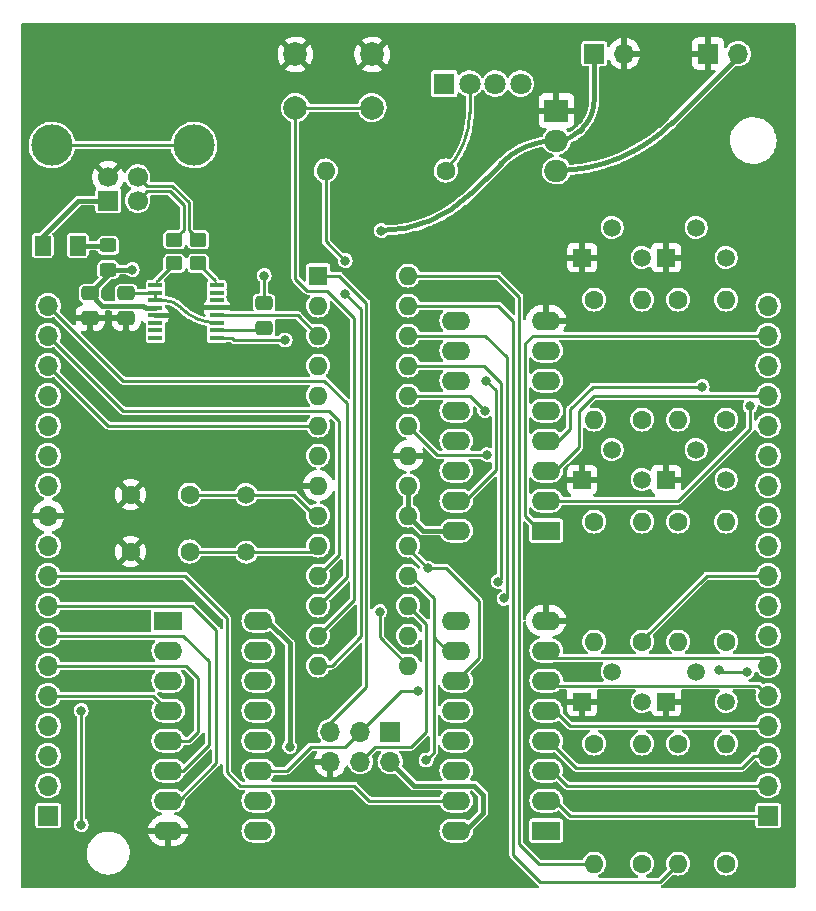
<source format=gbr>
G04 #@! TF.GenerationSoftware,KiCad,Pcbnew,(5.99.0-9618-g5ca7a2c457)*
G04 #@! TF.CreationDate,2021-03-10T23:01:36-05:00*
G04 #@! TF.ProjectId,PCB,5043422e-6b69-4636-9164-5f7063625858,rev?*
G04 #@! TF.SameCoordinates,Original*
G04 #@! TF.FileFunction,Copper,L1,Top*
G04 #@! TF.FilePolarity,Positive*
%FSLAX46Y46*%
G04 Gerber Fmt 4.6, Leading zero omitted, Abs format (unit mm)*
G04 Created by KiCad (PCBNEW (5.99.0-9618-g5ca7a2c457)) date 2021-03-10 23:01:36*
%MOMM*%
%LPD*%
G01*
G04 APERTURE LIST*
G04 Aperture macros list*
%AMRoundRect*
0 Rectangle with rounded corners*
0 $1 Rounding radius*
0 $2 $3 $4 $5 $6 $7 $8 $9 X,Y pos of 4 corners*
0 Add a 4 corners polygon primitive as box body*
4,1,4,$2,$3,$4,$5,$6,$7,$8,$9,$2,$3,0*
0 Add four circle primitives for the rounded corners*
1,1,$1+$1,$2,$3*
1,1,$1+$1,$4,$5*
1,1,$1+$1,$6,$7*
1,1,$1+$1,$8,$9*
0 Add four rect primitives between the rounded corners*
20,1,$1+$1,$2,$3,$4,$5,0*
20,1,$1+$1,$4,$5,$6,$7,0*
20,1,$1+$1,$6,$7,$8,$9,0*
20,1,$1+$1,$8,$9,$2,$3,0*%
G04 Aperture macros list end*
G04 #@! TA.AperFunction,ComponentPad*
%ADD10O,1.700000X1.700000*%
G04 #@! TD*
G04 #@! TA.AperFunction,ComponentPad*
%ADD11R,1.700000X1.700000*%
G04 #@! TD*
G04 #@! TA.AperFunction,SMDPad,CuDef*
%ADD12RoundRect,0.250000X0.450000X-0.350000X0.450000X0.350000X-0.450000X0.350000X-0.450000X-0.350000X0*%
G04 #@! TD*
G04 #@! TA.AperFunction,ComponentPad*
%ADD13C,1.600000*%
G04 #@! TD*
G04 #@! TA.AperFunction,ComponentPad*
%ADD14O,1.600000X1.600000*%
G04 #@! TD*
G04 #@! TA.AperFunction,ComponentPad*
%ADD15C,1.500000*%
G04 #@! TD*
G04 #@! TA.AperFunction,SMDPad,CuDef*
%ADD16RoundRect,0.250000X-0.475000X0.337500X-0.475000X-0.337500X0.475000X-0.337500X0.475000X0.337500X0*%
G04 #@! TD*
G04 #@! TA.AperFunction,ComponentPad*
%ADD17R,1.800000X1.800000*%
G04 #@! TD*
G04 #@! TA.AperFunction,ComponentPad*
%ADD18C,1.800000*%
G04 #@! TD*
G04 #@! TA.AperFunction,ComponentPad*
%ADD19C,2.000000*%
G04 #@! TD*
G04 #@! TA.AperFunction,ComponentPad*
%ADD20R,1.600000X1.600000*%
G04 #@! TD*
G04 #@! TA.AperFunction,ComponentPad*
%ADD21R,1.500000X1.500000*%
G04 #@! TD*
G04 #@! TA.AperFunction,ComponentPad*
%ADD22R,2.400000X1.600000*%
G04 #@! TD*
G04 #@! TA.AperFunction,ComponentPad*
%ADD23O,2.400000X1.600000*%
G04 #@! TD*
G04 #@! TA.AperFunction,SMDPad,CuDef*
%ADD24RoundRect,0.250001X0.462499X0.624999X-0.462499X0.624999X-0.462499X-0.624999X0.462499X-0.624999X0*%
G04 #@! TD*
G04 #@! TA.AperFunction,SMDPad,CuDef*
%ADD25RoundRect,0.250000X0.450000X-0.325000X0.450000X0.325000X-0.450000X0.325000X-0.450000X-0.325000X0*%
G04 #@! TD*
G04 #@! TA.AperFunction,SMDPad,CuDef*
%ADD26R,1.200000X0.400000*%
G04 #@! TD*
G04 #@! TA.AperFunction,ComponentPad*
%ADD27C,1.700000*%
G04 #@! TD*
G04 #@! TA.AperFunction,ComponentPad*
%ADD28C,3.500000*%
G04 #@! TD*
G04 #@! TA.AperFunction,ComponentPad*
%ADD29R,2.000000X1.905000*%
G04 #@! TD*
G04 #@! TA.AperFunction,ComponentPad*
%ADD30O,2.000000X1.905000*%
G04 #@! TD*
G04 #@! TA.AperFunction,ViaPad*
%ADD31C,0.812800*%
G04 #@! TD*
G04 #@! TA.AperFunction,Conductor*
%ADD32C,0.228600*%
G04 #@! TD*
G04 #@! TA.AperFunction,Conductor*
%ADD33C,0.381000*%
G04 #@! TD*
G04 #@! TA.AperFunction,Conductor*
%ADD34C,0.250000*%
G04 #@! TD*
G04 #@! TA.AperFunction,Conductor*
%ADD35C,0.200000*%
G04 #@! TD*
G04 APERTURE END LIST*
D10*
X152908000Y-80264000D03*
D11*
X150368000Y-80264000D03*
D10*
X162560000Y-80264000D03*
D11*
X160020000Y-80264000D03*
D12*
X114808000Y-96028000D03*
X114808000Y-98028000D03*
X116840000Y-96028000D03*
X116840000Y-98028000D03*
D11*
X104140000Y-144780000D03*
D10*
X104140000Y-142240000D03*
X104140000Y-139700000D03*
X104140000Y-137160000D03*
X104140000Y-134620000D03*
X104140000Y-132080000D03*
X104140000Y-129540000D03*
X104140000Y-127000000D03*
X104140000Y-124460000D03*
X104140000Y-121920000D03*
X104140000Y-119380000D03*
X104140000Y-116840000D03*
X104140000Y-114300000D03*
X104140000Y-111760000D03*
X104140000Y-109220000D03*
X104140000Y-106680000D03*
X104140000Y-104140000D03*
X104140000Y-101600000D03*
D13*
X150368000Y-101092000D03*
D14*
X150368000Y-111252000D03*
D13*
X157480000Y-138684000D03*
D14*
X157480000Y-148844000D03*
D13*
X111125000Y-117602000D03*
X116125000Y-117602000D03*
X111125000Y-122428000D03*
X116125000Y-122428000D03*
X150368000Y-138684000D03*
D14*
X150368000Y-148844000D03*
D15*
X120904000Y-117602000D03*
X120904000Y-122482000D03*
D13*
X157480000Y-119888000D03*
D14*
X157480000Y-130048000D03*
D13*
X157480000Y-101092000D03*
D14*
X157480000Y-111252000D03*
D16*
X107696000Y-100562500D03*
X107696000Y-102637500D03*
D17*
X137668000Y-82804000D03*
D18*
X139827000Y-82804000D03*
X141986000Y-82804000D03*
X144145000Y-82804000D03*
D19*
X125072000Y-84836000D03*
X131572000Y-84836000D03*
X125072000Y-80336000D03*
X131572000Y-80336000D03*
D20*
X127000000Y-99060000D03*
D14*
X127000000Y-101600000D03*
X127000000Y-104140000D03*
X127000000Y-106680000D03*
X127000000Y-109220000D03*
X127000000Y-111760000D03*
X127000000Y-114300000D03*
X127000000Y-116840000D03*
X127000000Y-119380000D03*
X127000000Y-121920000D03*
X127000000Y-124460000D03*
X127000000Y-127000000D03*
X127000000Y-129540000D03*
X127000000Y-132080000D03*
X134620000Y-132080000D03*
X134620000Y-129540000D03*
X134620000Y-127000000D03*
X134620000Y-124460000D03*
X134620000Y-121920000D03*
X134620000Y-119380000D03*
X134620000Y-116840000D03*
X134620000Y-114300000D03*
X134620000Y-111760000D03*
X134620000Y-109220000D03*
X134620000Y-106680000D03*
X134620000Y-104140000D03*
X134620000Y-101600000D03*
X134620000Y-99060000D03*
D13*
X137795000Y-90170000D03*
D14*
X127635000Y-90170000D03*
D11*
X133096000Y-137668000D03*
D10*
X133096000Y-140208000D03*
X130556000Y-137668000D03*
X130556000Y-140208000D03*
X128016000Y-137668000D03*
X128016000Y-140208000D03*
D21*
X156464000Y-97536000D03*
D15*
X159004000Y-94996000D03*
X161544000Y-97536000D03*
D21*
X149352000Y-97536000D03*
D15*
X151892000Y-94996000D03*
X154432000Y-97536000D03*
D21*
X149352000Y-116332000D03*
D15*
X151892000Y-113792000D03*
X154432000Y-116332000D03*
D21*
X156464000Y-135128000D03*
D15*
X159004000Y-132588000D03*
X161544000Y-135128000D03*
D21*
X149352000Y-135128000D03*
D15*
X151892000Y-132588000D03*
X154432000Y-135128000D03*
D13*
X161544000Y-111252000D03*
D14*
X161544000Y-101092000D03*
D13*
X154432000Y-111252000D03*
D14*
X154432000Y-101092000D03*
D13*
X161544000Y-130048000D03*
D14*
X161544000Y-119888000D03*
D13*
X154432000Y-130048000D03*
D14*
X154432000Y-119888000D03*
D13*
X154432000Y-148844000D03*
D14*
X154432000Y-138684000D03*
D11*
X165100000Y-144780000D03*
D10*
X165100000Y-142240000D03*
X165100000Y-139700000D03*
X165100000Y-137160000D03*
X165100000Y-134620000D03*
X165100000Y-132080000D03*
X165100000Y-129540000D03*
X165100000Y-127000000D03*
X165100000Y-124460000D03*
X165100000Y-121920000D03*
X165100000Y-119380000D03*
X165100000Y-116840000D03*
X165100000Y-114300000D03*
X165100000Y-111760000D03*
X165100000Y-109220000D03*
X165100000Y-106680000D03*
X165100000Y-104140000D03*
X165100000Y-101600000D03*
D22*
X146304000Y-146050000D03*
D23*
X146304000Y-143510000D03*
X146304000Y-140970000D03*
X146304000Y-138430000D03*
X146304000Y-135890000D03*
X146304000Y-133350000D03*
X146304000Y-130810000D03*
X146304000Y-128270000D03*
X138684000Y-128270000D03*
X138684000Y-130810000D03*
X138684000Y-133350000D03*
X138684000Y-135890000D03*
X138684000Y-138430000D03*
X138684000Y-140970000D03*
X138684000Y-143510000D03*
X138684000Y-146050000D03*
D21*
X156464000Y-116332000D03*
D15*
X159004000Y-113792000D03*
X161544000Y-116332000D03*
D13*
X150368000Y-119888000D03*
D14*
X150368000Y-130048000D03*
D13*
X161544000Y-148844000D03*
D14*
X161544000Y-138684000D03*
D22*
X114300000Y-128270000D03*
D23*
X114300000Y-130810000D03*
X114300000Y-133350000D03*
X114300000Y-135890000D03*
X114300000Y-138430000D03*
X114300000Y-140970000D03*
X114300000Y-143510000D03*
X114300000Y-146050000D03*
X121920000Y-146050000D03*
X121920000Y-143510000D03*
X121920000Y-140970000D03*
X121920000Y-138430000D03*
X121920000Y-135890000D03*
X121920000Y-133350000D03*
X121920000Y-130810000D03*
X121920000Y-128270000D03*
D22*
X146304000Y-120650000D03*
D23*
X146304000Y-118110000D03*
X146304000Y-115570000D03*
X146304000Y-113030000D03*
X146304000Y-110490000D03*
X146304000Y-107950000D03*
X146304000Y-105410000D03*
X146304000Y-102870000D03*
X138684000Y-102870000D03*
X138684000Y-105410000D03*
X138684000Y-107950000D03*
X138684000Y-110490000D03*
X138684000Y-113030000D03*
X138684000Y-115570000D03*
X138684000Y-118110000D03*
X138684000Y-120650000D03*
D16*
X122428000Y-101388000D03*
X122428000Y-103463000D03*
D24*
X106643500Y-96520000D03*
X103668500Y-96520000D03*
D25*
X109220000Y-98561000D03*
X109220000Y-96511000D03*
D26*
X118424000Y-104330500D03*
X118424000Y-103695500D03*
X118424000Y-103060500D03*
X118424000Y-102425500D03*
X118424000Y-101790500D03*
X118424000Y-101155500D03*
X118424000Y-100520500D03*
X118424000Y-99885500D03*
X113224000Y-99885500D03*
X113224000Y-100520500D03*
X113224000Y-101155500D03*
X113224000Y-101790500D03*
X113224000Y-102425500D03*
X113224000Y-103060500D03*
X113224000Y-103695500D03*
X113224000Y-104330500D03*
D16*
X110744000Y-100562500D03*
X110744000Y-102637500D03*
D11*
X109220000Y-92710000D03*
D27*
X111720000Y-92710000D03*
X111720000Y-90710000D03*
X109220000Y-90710000D03*
D28*
X116490000Y-88000000D03*
X104450000Y-88000000D03*
D29*
X147170000Y-85090000D03*
D30*
X147170000Y-87630000D03*
X147170000Y-90170000D03*
D31*
X124587000Y-138938000D03*
X111252000Y-98552000D03*
X132334022Y-95250000D03*
X122428000Y-99060010D03*
X136271000Y-123825008D03*
X135419000Y-134239000D03*
X136144000Y-140081000D03*
X141301660Y-114222340D03*
X141097000Y-110490000D03*
X142240000Y-124968000D03*
X142723816Y-126392671D03*
X124206000Y-104521000D03*
X132207000Y-127508000D03*
X106934000Y-145542000D03*
X106934000Y-135889980D03*
X141224000Y-107950000D03*
X163576000Y-110109000D03*
X159512000Y-108458000D03*
X109220000Y-103886000D03*
X107696000Y-103886000D03*
X110236000Y-120015000D03*
X110744000Y-103886000D03*
X111125000Y-120015000D03*
X112014000Y-120015000D03*
X115824000Y-104140000D03*
X156210000Y-124460000D03*
X163322000Y-132588000D03*
X160909000Y-132461000D03*
X129286000Y-97790000D03*
X129281347Y-100588653D03*
D32*
X116379000Y-117602000D02*
X120904000Y-117602000D01*
X120904000Y-117602000D02*
X124968000Y-117602000D01*
X116125000Y-117348000D02*
X116379000Y-117602000D01*
X124968000Y-117602000D02*
X126746000Y-119380000D01*
X126746000Y-119380000D02*
X127000000Y-119380000D01*
X120904000Y-122482000D02*
X126438000Y-122482000D01*
X116125000Y-122428000D02*
X120850000Y-122428000D01*
X126438000Y-122482000D02*
X127000000Y-121920000D01*
X120850000Y-122428000D02*
X120904000Y-122482000D01*
D33*
X142439607Y-89589393D02*
X139922074Y-92106926D01*
X140970000Y-144526000D02*
X139446000Y-146050000D01*
X109220000Y-98561000D02*
X109220000Y-99051000D01*
X109229000Y-98552000D02*
X109220000Y-98561000D01*
X150368000Y-80264000D02*
X150368000Y-84161160D01*
X109220000Y-99051000D02*
X107696000Y-100575000D01*
X135890000Y-120650000D02*
X138684000Y-120650000D01*
X111252000Y-98552000D02*
X109229000Y-98552000D01*
X121920000Y-128270000D02*
X122682000Y-128270000D01*
X135128000Y-142240000D02*
X140208000Y-142240000D01*
X112193498Y-101600000D02*
X112383998Y-101790500D01*
X122682000Y-128270000D02*
X124587000Y-130175000D01*
X149352000Y-86614000D02*
X149160487Y-86805513D01*
X140970000Y-143002000D02*
X140970000Y-144526000D01*
X108721000Y-101600000D02*
X112193498Y-101600000D01*
X134620000Y-116840000D02*
X134620000Y-119380000D01*
X107696000Y-100575000D02*
X108721000Y-101600000D01*
X112383998Y-101790500D02*
X113224000Y-101790500D01*
X134620000Y-119380000D02*
X135890000Y-120650000D01*
X139446000Y-146050000D02*
X138684000Y-146050000D01*
X140208000Y-142240000D02*
X140970000Y-143002000D01*
X133096000Y-140208000D02*
X135128000Y-142240000D01*
X124587000Y-130175000D02*
X124587000Y-138938000D01*
X132334022Y-95249999D02*
G75*
G03*
X139922073Y-92106925I3J10731118D01*
G01*
X149352000Y-86614000D02*
G75*
G03*
X150368000Y-84161160I-2452843J2452842D01*
G01*
X142439607Y-89589393D02*
G75*
G02*
X147170000Y-87630000I4730395J-4730398D01*
G01*
X147170000Y-87630000D02*
G75*
G03*
X149160487Y-86805513I-2J2814977D01*
G01*
D32*
X128016000Y-136906000D02*
X131064000Y-133858000D01*
X131064000Y-133858000D02*
X131064000Y-101346000D01*
X131064000Y-101346000D02*
X128778000Y-99060000D01*
X122428000Y-101400500D02*
X122428000Y-99060010D01*
X128778000Y-99060000D02*
X127000000Y-99060000D01*
X128016000Y-137668000D02*
X128016000Y-136906000D01*
X131826000Y-138938000D02*
X134874000Y-138938000D01*
X136144000Y-137668000D02*
X136144000Y-128524000D01*
X136144000Y-128524000D02*
X134620000Y-127000000D01*
X134874000Y-138938000D02*
X136144000Y-137668000D01*
X130556000Y-140208000D02*
X131826000Y-138938000D01*
X134799611Y-122353619D02*
X136271000Y-123825008D01*
X136271000Y-123825008D02*
X137809094Y-123825008D01*
X136271000Y-123825008D02*
X136271008Y-123825000D01*
X126365000Y-138938000D02*
X129286000Y-138938000D01*
X121920000Y-140970000D02*
X124333000Y-140970000D01*
X135419000Y-134239000D02*
X133985000Y-134239000D01*
X140589000Y-126604914D02*
X140589000Y-131445000D01*
X140589000Y-131445000D02*
X138684000Y-133350000D01*
X124333000Y-140970000D02*
X126365000Y-138938000D01*
X139192000Y-133350000D02*
X138684000Y-133350000D01*
X129286000Y-138938000D02*
X130556000Y-137668000D01*
X133985000Y-134239000D02*
X131405999Y-136818001D01*
X137809094Y-123825008D02*
X140589000Y-126604914D01*
X131405999Y-136818001D02*
X130556000Y-137668000D01*
D34*
X134799611Y-122353619D02*
G75*
G02*
X134620000Y-121920000I433614J433617D01*
G01*
D32*
X136779000Y-129413000D02*
X136779000Y-129794000D01*
X136779000Y-139446000D02*
X136144000Y-140081000D01*
X134874000Y-124460000D02*
X136779000Y-126365000D01*
X138684000Y-130810000D02*
X137922000Y-130810000D01*
X134620000Y-124460000D02*
X134874000Y-124460000D01*
X137922000Y-130810000D02*
X136779000Y-129667000D01*
X136779000Y-129667000D02*
X136779000Y-128397000D01*
X136779000Y-126365000D02*
X136779000Y-139446000D01*
X136779000Y-128397000D02*
X136779000Y-128651000D01*
X136779000Y-126365000D02*
X136779000Y-128397000D01*
X137795000Y-130810000D02*
X138684000Y-130810000D01*
X137082340Y-114222340D02*
X141301660Y-114222340D01*
X137082340Y-114222340D02*
X138050142Y-114222340D01*
X134620000Y-111760000D02*
X137082340Y-114222340D01*
X134620000Y-109220000D02*
X139827000Y-109220000D01*
X139827000Y-109220000D02*
X141097000Y-110490000D01*
X142240000Y-124968000D02*
X142464787Y-124743213D01*
X141025389Y-106680000D02*
X134620000Y-106680000D01*
X142464787Y-108119398D02*
X141025389Y-106680000D01*
X142464787Y-124743213D02*
X142464787Y-108119398D01*
X141155988Y-104140000D02*
X134620000Y-104140000D01*
X142963911Y-126152576D02*
X142963911Y-105947923D01*
X142723816Y-126392671D02*
X142963911Y-126152576D01*
X142963911Y-105947923D02*
X141155988Y-104140000D01*
X119697500Y-104330500D02*
X118424000Y-104330500D01*
X119888000Y-104521000D02*
X119697500Y-104330500D01*
X124206000Y-104521000D02*
X119888000Y-104521000D01*
X118424000Y-102425500D02*
X125285500Y-102425500D01*
X126809500Y-104330500D02*
X127000000Y-104140000D01*
X125285500Y-102425500D02*
X127000000Y-104140000D01*
X127000000Y-111760000D02*
X109220000Y-111760000D01*
X109220000Y-111760000D02*
X104140000Y-106680000D01*
X127889000Y-110490000D02*
X128778000Y-111379000D01*
X104140000Y-104140000D02*
X110490000Y-110490000D01*
X128778000Y-111379000D02*
X128778000Y-122682000D01*
X110490000Y-110490000D02*
X127889000Y-110490000D01*
X128778000Y-122682000D02*
X127000000Y-124460000D01*
X127508000Y-107950000D02*
X129413000Y-109855000D01*
X104140000Y-101600000D02*
X110490000Y-107950000D01*
X110490000Y-107950000D02*
X127508000Y-107950000D01*
X129413000Y-124587000D02*
X127000000Y-127000000D01*
X129413000Y-109855000D02*
X129413000Y-124587000D01*
X132207000Y-127508000D02*
X132207000Y-129667000D01*
X132207000Y-129667000D02*
X134620000Y-132080000D01*
X106934000Y-135889980D02*
X106934000Y-145542000D01*
X119253000Y-141097000D02*
X120396000Y-142240000D01*
X119253000Y-128016000D02*
X119253000Y-141097000D01*
X104140000Y-124460000D02*
X115697000Y-124460000D01*
X130048000Y-142240000D02*
X131318000Y-143510000D01*
X115697000Y-124460000D02*
X119253000Y-128016000D01*
X120396000Y-142240000D02*
X130048000Y-142240000D01*
X131318000Y-143510000D02*
X138684000Y-143510000D01*
X118364000Y-140336410D02*
X115190410Y-143510000D01*
X116332000Y-127000000D02*
X118364000Y-129032000D01*
X118364000Y-129032000D02*
X118364000Y-140336410D01*
X104140000Y-127000000D02*
X116332000Y-127000000D01*
X115190410Y-143510000D02*
X114300000Y-143510000D01*
X104140000Y-129540000D02*
X115570000Y-129540000D01*
X117729000Y-138811000D02*
X115570000Y-140970000D01*
X115570000Y-140970000D02*
X114300000Y-140970000D01*
X117729000Y-131699000D02*
X117729000Y-138811000D01*
X115570000Y-129540000D02*
X117729000Y-131699000D01*
X116078000Y-138430000D02*
X114300000Y-138430000D01*
X116840000Y-137668000D02*
X116078000Y-138430000D01*
X115824000Y-132080000D02*
X116840000Y-133096000D01*
X104140000Y-132080000D02*
X115824000Y-132080000D01*
X116840000Y-133096000D02*
X116840000Y-137668000D01*
X104140000Y-134620000D02*
X113030000Y-134620000D01*
X113030000Y-134620000D02*
X114300000Y-135890000D01*
X142032967Y-108758967D02*
X142032967Y-109903019D01*
X141224000Y-107950000D02*
X142032967Y-108758967D01*
X142032967Y-115523033D02*
X139446000Y-118110000D01*
X142032967Y-108758967D02*
X142032967Y-115523033D01*
X139446000Y-118110000D02*
X138684000Y-118110000D01*
X144526000Y-119380000D02*
X144526000Y-104775000D01*
X161290000Y-104140000D02*
X165100000Y-104140000D01*
X145161000Y-104140000D02*
X161290000Y-104140000D01*
X146304000Y-120650000D02*
X145796000Y-120650000D01*
X144526000Y-104775000D02*
X145161000Y-104140000D01*
X145796000Y-120650000D02*
X144526000Y-119380000D01*
X163576000Y-112014000D02*
X163576000Y-110109000D01*
X157480000Y-118110000D02*
X163576000Y-112014000D01*
X146304000Y-118110000D02*
X157480000Y-118110000D01*
X147066000Y-115570000D02*
X149098000Y-113538000D01*
X163897919Y-109220000D02*
X165100000Y-109220000D01*
X146304000Y-115570000D02*
X147066000Y-115570000D01*
X149098000Y-113538000D02*
X149098000Y-110490000D01*
X149098000Y-110490000D02*
X150368000Y-109220000D01*
X150368000Y-109220000D02*
X163897919Y-109220000D01*
X148336000Y-110361590D02*
X150239590Y-108458000D01*
X148336000Y-112014000D02*
X148336000Y-110361590D01*
X146304000Y-113030000D02*
X147320000Y-113030000D01*
X150239590Y-108458000D02*
X159512000Y-108458000D01*
X147320000Y-113030000D02*
X148336000Y-112014000D01*
X146304000Y-130810000D02*
X146939000Y-131445000D01*
X146939000Y-131445000D02*
X164465000Y-131445000D01*
X164465000Y-131445000D02*
X165100000Y-132080000D01*
X164250001Y-133770001D02*
X165100000Y-134620000D01*
X146724001Y-133770001D02*
X164250001Y-133770001D01*
X146304000Y-133350000D02*
X146724001Y-133770001D01*
X148299000Y-137160000D02*
X165100000Y-137160000D01*
X146304000Y-135890000D02*
X147029000Y-135890000D01*
X147029000Y-135890000D02*
X148299000Y-137160000D01*
X162881919Y-140716000D02*
X163897919Y-139700000D01*
X146304000Y-138430000D02*
X146558000Y-138430000D01*
X148844000Y-140716000D02*
X162881919Y-140716000D01*
X146558000Y-138430000D02*
X148844000Y-140716000D01*
X163897919Y-139700000D02*
X165100000Y-139700000D01*
X146304000Y-140970000D02*
X146812000Y-140970000D01*
X163897919Y-142240000D02*
X165100000Y-142240000D01*
X148082000Y-142240000D02*
X163897919Y-142240000D01*
X146812000Y-140970000D02*
X148082000Y-142240000D01*
X165100000Y-144780000D02*
X148336000Y-144780000D01*
X147066000Y-143510000D02*
X146304000Y-143510000D01*
X148336000Y-144780000D02*
X147066000Y-143510000D01*
X139827000Y-82804000D02*
X139827000Y-85264319D01*
X137795000Y-90170000D02*
G75*
G03*
X139827000Y-85264319I-4905680J4905681D01*
G01*
X156680001Y-149643999D02*
X157480000Y-148844000D01*
X143510000Y-148082000D02*
X145796000Y-150368000D01*
X155956000Y-150368000D02*
X156680001Y-149643999D01*
X143510000Y-102870000D02*
X143510000Y-148082000D01*
X142240000Y-101600000D02*
X143510000Y-102870000D01*
X134620000Y-101600000D02*
X142240000Y-101600000D01*
X145796000Y-150368000D02*
X155956000Y-150368000D01*
X130048000Y-126492000D02*
X127000000Y-129540000D01*
X130048000Y-102616000D02*
X130048000Y-126492000D01*
X125072000Y-84836000D02*
X125072000Y-99317002D01*
X125072000Y-99317002D02*
X126084998Y-100330000D01*
X126084998Y-100330000D02*
X127762000Y-100330000D01*
X130302000Y-84836000D02*
X131572000Y-84836000D01*
X127762000Y-100330000D02*
X130048000Y-102616000D01*
X130302000Y-84836000D02*
X125072000Y-84836000D01*
X163322000Y-132588000D02*
X161036000Y-132588000D01*
X161036000Y-132588000D02*
X160909000Y-132461000D01*
X154432000Y-129921000D02*
X154432000Y-130048000D01*
X165100000Y-124460000D02*
X159893000Y-124460000D01*
X159893000Y-124460000D02*
X154432000Y-129921000D01*
D33*
X106680000Y-92710000D02*
X103668500Y-95721500D01*
X109220000Y-92710000D02*
X106680000Y-92710000D01*
X103668500Y-95721500D02*
X103668500Y-96520000D01*
X106643500Y-96520000D02*
X109211000Y-96520000D01*
X109211000Y-96520000D02*
X109220000Y-96511000D01*
X156965378Y-86112621D02*
X162814000Y-80264000D01*
X156965378Y-86112621D02*
G75*
G02*
X147170000Y-90170000I-9795375J9795368D01*
G01*
D32*
X104450000Y-88000000D02*
X116490000Y-88000000D01*
X116049001Y-95212001D02*
X116840000Y-96003000D01*
X112494999Y-91484999D02*
X114663199Y-91484999D01*
X116049000Y-92870800D02*
X116049001Y-95212001D01*
X114663199Y-91484999D02*
X116049000Y-92870800D01*
X111720000Y-90710000D02*
X112494999Y-91484999D01*
X112494999Y-91935001D02*
X114476801Y-91935001D01*
X115598999Y-95212001D02*
X114808000Y-96003000D01*
X111720000Y-92710000D02*
X112494999Y-91935001D01*
X114476801Y-91935001D02*
X115599000Y-93057200D01*
X115599000Y-93057200D02*
X115598999Y-95212001D01*
X113224000Y-101155500D02*
X113936277Y-101155500D01*
X113224000Y-101155500D02*
X113224000Y-100520500D01*
X115316000Y-101727000D02*
X115394738Y-101805738D01*
X113224000Y-100520500D02*
X110798500Y-100520500D01*
X110798500Y-100520500D02*
X110744000Y-100575000D01*
D34*
X118424000Y-103060500D02*
G75*
G02*
X115394738Y-101805738I-2J4284016D01*
G01*
X115316000Y-101727000D02*
G75*
G03*
X113936277Y-101155500I-1379724J-1379726D01*
G01*
D32*
X118424000Y-103695500D02*
X122183000Y-103695500D01*
X122183000Y-103695500D02*
X122428000Y-103450500D01*
X116840000Y-98053000D02*
X118248284Y-99461284D01*
D35*
X118424000Y-99885500D02*
G75*
G03*
X118248284Y-99461284I-599931J0D01*
G01*
D32*
X114808000Y-98053000D02*
X113399716Y-99461284D01*
D35*
X113224000Y-99885500D02*
G75*
G02*
X113399716Y-99461284I599931J0D01*
G01*
D32*
X150368000Y-148844000D02*
X145669000Y-148844000D01*
X142240000Y-99060000D02*
X135751370Y-99060000D01*
X144018000Y-100838000D02*
X142240000Y-99060000D01*
X145669000Y-148844000D02*
X144018000Y-147193000D01*
X144018000Y-147193000D02*
X144018000Y-100838000D01*
X135751370Y-99060000D02*
X134620000Y-99060000D01*
X127000000Y-132080000D02*
X128131370Y-132080000D01*
X127635000Y-96139000D02*
X127635000Y-93804134D01*
X130613990Y-129597380D02*
X130613990Y-101921296D01*
X127635000Y-96139000D02*
X127635000Y-90170000D01*
X128131370Y-132080000D02*
X130613990Y-129597380D01*
X130613990Y-101921296D02*
X129281347Y-100588653D01*
X129286000Y-97790000D02*
X127635000Y-96139000D01*
G04 #@! TA.AperFunction,Conductor*
G36*
X167362121Y-77710002D02*
G01*
X167408614Y-77763658D01*
X167420000Y-77816000D01*
X167420000Y-150784000D01*
X167399998Y-150852121D01*
X167346342Y-150898614D01*
X167294000Y-150910000D01*
X156161533Y-150910000D01*
X156093412Y-150889998D01*
X156046919Y-150836342D01*
X156036815Y-150766068D01*
X156066309Y-150701488D01*
X156099786Y-150676219D01*
X156099607Y-150675963D01*
X156106760Y-150670955D01*
X156106782Y-150670939D01*
X156108635Y-150669641D01*
X156108639Y-150669639D01*
X156131473Y-150653651D01*
X156140741Y-150647747D01*
X156164869Y-150633816D01*
X156164870Y-150633815D01*
X156174419Y-150628302D01*
X156198226Y-150599930D01*
X156205652Y-150591827D01*
X156972809Y-149824670D01*
X157035121Y-149790644D01*
X157100840Y-149793932D01*
X157169433Y-149816219D01*
X157259789Y-149845577D01*
X157458524Y-149869275D01*
X157464659Y-149868803D01*
X157464661Y-149868803D01*
X157651935Y-149854393D01*
X157651940Y-149854392D01*
X157658076Y-149853920D01*
X157664006Y-149852264D01*
X157664008Y-149852264D01*
X157844918Y-149801753D01*
X157844917Y-149801753D01*
X157850846Y-149800098D01*
X157892853Y-149778879D01*
X158011055Y-149719170D01*
X158029490Y-149709858D01*
X158056065Y-149689096D01*
X158182349Y-149590432D01*
X158182350Y-149590431D01*
X158187205Y-149586638D01*
X158317982Y-149435131D01*
X158416841Y-149261108D01*
X158480016Y-149071198D01*
X158505100Y-148872634D01*
X158505500Y-148844000D01*
X158504096Y-148829682D01*
X160518600Y-148829682D01*
X160535347Y-149029122D01*
X160590514Y-149221512D01*
X160593332Y-149226994D01*
X160593333Y-149226998D01*
X160679179Y-149394036D01*
X160679182Y-149394040D01*
X160681999Y-149399522D01*
X160806317Y-149556372D01*
X160811011Y-149560367D01*
X160824424Y-149571782D01*
X160958733Y-149686089D01*
X160964111Y-149689095D01*
X160964113Y-149689096D01*
X161017925Y-149719170D01*
X161133442Y-149783730D01*
X161323789Y-149845577D01*
X161522524Y-149869275D01*
X161528659Y-149868803D01*
X161528661Y-149868803D01*
X161715935Y-149854393D01*
X161715940Y-149854392D01*
X161722076Y-149853920D01*
X161728006Y-149852264D01*
X161728008Y-149852264D01*
X161908918Y-149801753D01*
X161908917Y-149801753D01*
X161914846Y-149800098D01*
X161956853Y-149778879D01*
X162075055Y-149719170D01*
X162093490Y-149709858D01*
X162120065Y-149689096D01*
X162246349Y-149590432D01*
X162246350Y-149590431D01*
X162251205Y-149586638D01*
X162381982Y-149435131D01*
X162480841Y-149261108D01*
X162544016Y-149071198D01*
X162569100Y-148872634D01*
X162569500Y-148844000D01*
X162549970Y-148644813D01*
X162492122Y-148453212D01*
X162445142Y-148364855D01*
X162401055Y-148281939D01*
X162401053Y-148281936D01*
X162398161Y-148276497D01*
X162394271Y-148271727D01*
X162394268Y-148271723D01*
X162275560Y-148126173D01*
X162275557Y-148126170D01*
X162271665Y-148121398D01*
X162259841Y-148111616D01*
X162122202Y-147997751D01*
X162122198Y-147997749D01*
X162117452Y-147993822D01*
X161941397Y-147898629D01*
X161845801Y-147869037D01*
X161756092Y-147841268D01*
X161756089Y-147841267D01*
X161750205Y-147839446D01*
X161744080Y-147838802D01*
X161744079Y-147838802D01*
X161557287Y-147819169D01*
X161557286Y-147819169D01*
X161551159Y-147818525D01*
X161428447Y-147829692D01*
X161357981Y-147836105D01*
X161357980Y-147836105D01*
X161351840Y-147836664D01*
X161159841Y-147893173D01*
X160982474Y-147985898D01*
X160977674Y-147989758D01*
X160977673Y-147989758D01*
X160967732Y-147997751D01*
X160826495Y-148111308D01*
X160697846Y-148264626D01*
X160601427Y-148440013D01*
X160599566Y-148445880D01*
X160599565Y-148445882D01*
X160542772Y-148624917D01*
X160540910Y-148630787D01*
X160518600Y-148829682D01*
X158504096Y-148829682D01*
X158485970Y-148644813D01*
X158428122Y-148453212D01*
X158381142Y-148364855D01*
X158337055Y-148281939D01*
X158337053Y-148281936D01*
X158334161Y-148276497D01*
X158330271Y-148271727D01*
X158330268Y-148271723D01*
X158211560Y-148126173D01*
X158211557Y-148126170D01*
X158207665Y-148121398D01*
X158195841Y-148111616D01*
X158058202Y-147997751D01*
X158058198Y-147997749D01*
X158053452Y-147993822D01*
X157877397Y-147898629D01*
X157781801Y-147869037D01*
X157692092Y-147841268D01*
X157692089Y-147841267D01*
X157686205Y-147839446D01*
X157680080Y-147838802D01*
X157680079Y-147838802D01*
X157493287Y-147819169D01*
X157493286Y-147819169D01*
X157487159Y-147818525D01*
X157364447Y-147829692D01*
X157293981Y-147836105D01*
X157293980Y-147836105D01*
X157287840Y-147836664D01*
X157095841Y-147893173D01*
X156918474Y-147985898D01*
X156913674Y-147989758D01*
X156913673Y-147989758D01*
X156903732Y-147997751D01*
X156762495Y-148111308D01*
X156633846Y-148264626D01*
X156537427Y-148440013D01*
X156535566Y-148445880D01*
X156535565Y-148445882D01*
X156478772Y-148624917D01*
X156476910Y-148630787D01*
X156454600Y-148829682D01*
X156471347Y-149029122D01*
X156483412Y-149071198D01*
X156524815Y-149215586D01*
X156525680Y-149218603D01*
X156525680Y-149218604D01*
X156526514Y-149221512D01*
X156525961Y-149221671D01*
X156532059Y-149288222D01*
X156497523Y-149352998D01*
X155854226Y-149996295D01*
X155791914Y-150030321D01*
X155765131Y-150033200D01*
X154870276Y-150033200D01*
X154802155Y-150013198D01*
X154755662Y-149959542D01*
X154745558Y-149889268D01*
X154775052Y-149824688D01*
X154813465Y-149794734D01*
X154864512Y-149768948D01*
X154981490Y-149709858D01*
X155008065Y-149689096D01*
X155134349Y-149590432D01*
X155134350Y-149590431D01*
X155139205Y-149586638D01*
X155269982Y-149435131D01*
X155368841Y-149261108D01*
X155432016Y-149071198D01*
X155457100Y-148872634D01*
X155457500Y-148844000D01*
X155437970Y-148644813D01*
X155380122Y-148453212D01*
X155333142Y-148364855D01*
X155289055Y-148281939D01*
X155289053Y-148281936D01*
X155286161Y-148276497D01*
X155282271Y-148271727D01*
X155282268Y-148271723D01*
X155163560Y-148126173D01*
X155163557Y-148126170D01*
X155159665Y-148121398D01*
X155147841Y-148111616D01*
X155010202Y-147997751D01*
X155010198Y-147997749D01*
X155005452Y-147993822D01*
X154829397Y-147898629D01*
X154733801Y-147869037D01*
X154644092Y-147841268D01*
X154644089Y-147841267D01*
X154638205Y-147839446D01*
X154632080Y-147838802D01*
X154632079Y-147838802D01*
X154445287Y-147819169D01*
X154445286Y-147819169D01*
X154439159Y-147818525D01*
X154316447Y-147829692D01*
X154245981Y-147836105D01*
X154245980Y-147836105D01*
X154239840Y-147836664D01*
X154047841Y-147893173D01*
X153870474Y-147985898D01*
X153865674Y-147989758D01*
X153865673Y-147989758D01*
X153855732Y-147997751D01*
X153714495Y-148111308D01*
X153585846Y-148264626D01*
X153489427Y-148440013D01*
X153487566Y-148445880D01*
X153487565Y-148445882D01*
X153430772Y-148624917D01*
X153428910Y-148630787D01*
X153406600Y-148829682D01*
X153423347Y-149029122D01*
X153478514Y-149221512D01*
X153481332Y-149226994D01*
X153481333Y-149226998D01*
X153567179Y-149394036D01*
X153567182Y-149394040D01*
X153569999Y-149399522D01*
X153694317Y-149556372D01*
X153699011Y-149560367D01*
X153712424Y-149571782D01*
X153846733Y-149686089D01*
X153852111Y-149689095D01*
X153852113Y-149689096D01*
X153905925Y-149719170D01*
X154021442Y-149783730D01*
X154032637Y-149787368D01*
X154091241Y-149827439D01*
X154118879Y-149892836D01*
X154106773Y-149962792D01*
X154058767Y-150015099D01*
X153993700Y-150033200D01*
X150806276Y-150033200D01*
X150738155Y-150013198D01*
X150691662Y-149959542D01*
X150681558Y-149889268D01*
X150711052Y-149824688D01*
X150749465Y-149794734D01*
X150800512Y-149768948D01*
X150917490Y-149709858D01*
X150944065Y-149689096D01*
X151070349Y-149590432D01*
X151070350Y-149590431D01*
X151075205Y-149586638D01*
X151205982Y-149435131D01*
X151304841Y-149261108D01*
X151368016Y-149071198D01*
X151393100Y-148872634D01*
X151393500Y-148844000D01*
X151373970Y-148644813D01*
X151316122Y-148453212D01*
X151269142Y-148364855D01*
X151225055Y-148281939D01*
X151225053Y-148281936D01*
X151222161Y-148276497D01*
X151218271Y-148271727D01*
X151218268Y-148271723D01*
X151099560Y-148126173D01*
X151099557Y-148126170D01*
X151095665Y-148121398D01*
X151083841Y-148111616D01*
X150946202Y-147997751D01*
X150946198Y-147997749D01*
X150941452Y-147993822D01*
X150765397Y-147898629D01*
X150669801Y-147869037D01*
X150580092Y-147841268D01*
X150580089Y-147841267D01*
X150574205Y-147839446D01*
X150568080Y-147838802D01*
X150568079Y-147838802D01*
X150381287Y-147819169D01*
X150381286Y-147819169D01*
X150375159Y-147818525D01*
X150252447Y-147829692D01*
X150181981Y-147836105D01*
X150181980Y-147836105D01*
X150175840Y-147836664D01*
X149983841Y-147893173D01*
X149806474Y-147985898D01*
X149801674Y-147989758D01*
X149801673Y-147989758D01*
X149791732Y-147997751D01*
X149650495Y-148111308D01*
X149521846Y-148264626D01*
X149425427Y-148440013D01*
X149423913Y-148439180D01*
X149383946Y-148487563D01*
X149313346Y-148509200D01*
X145859869Y-148509200D01*
X145791748Y-148489198D01*
X145770774Y-148472295D01*
X144389705Y-147091226D01*
X144355679Y-147028914D01*
X144352800Y-147002131D01*
X144352800Y-145250000D01*
X144878500Y-145250000D01*
X144878500Y-146850000D01*
X144879707Y-146856068D01*
X144888232Y-146898924D01*
X144895665Y-146936295D01*
X144944547Y-147009453D01*
X145017705Y-147058335D01*
X145029874Y-147060756D01*
X145029875Y-147060756D01*
X145078863Y-147070500D01*
X145104000Y-147075500D01*
X147504000Y-147075500D01*
X147529137Y-147070500D01*
X147578125Y-147060756D01*
X147578126Y-147060756D01*
X147590295Y-147058335D01*
X147663453Y-147009453D01*
X147712335Y-146936295D01*
X147719769Y-146898924D01*
X147728293Y-146856068D01*
X147729500Y-146850000D01*
X147729500Y-145250000D01*
X147721107Y-145207805D01*
X147714756Y-145175875D01*
X147714756Y-145175874D01*
X147712335Y-145163705D01*
X147676714Y-145110393D01*
X147670346Y-145100863D01*
X147663453Y-145090547D01*
X147590295Y-145041665D01*
X147578126Y-145039244D01*
X147578125Y-145039244D01*
X147510068Y-145025707D01*
X147504000Y-145024500D01*
X145104000Y-145024500D01*
X145097932Y-145025707D01*
X145029875Y-145039244D01*
X145029874Y-145039244D01*
X145017705Y-145041665D01*
X144944547Y-145090547D01*
X144937654Y-145100863D01*
X144931286Y-145110393D01*
X144895665Y-145163705D01*
X144893244Y-145175874D01*
X144893244Y-145175875D01*
X144886893Y-145207805D01*
X144878500Y-145250000D01*
X144352800Y-145250000D01*
X144352800Y-143502841D01*
X144878525Y-143502841D01*
X144896664Y-143702160D01*
X144953173Y-143894159D01*
X145045898Y-144071526D01*
X145171308Y-144227505D01*
X145324626Y-144356154D01*
X145500013Y-144452573D01*
X145505880Y-144454434D01*
X145505882Y-144454435D01*
X145684917Y-144511228D01*
X145690787Y-144513090D01*
X145845998Y-144530500D01*
X146754995Y-144530500D01*
X146903187Y-144515970D01*
X147094788Y-144458122D01*
X147217899Y-144392663D01*
X147266061Y-144367055D01*
X147266064Y-144367053D01*
X147271503Y-144364161D01*
X147276273Y-144360271D01*
X147276280Y-144360266D01*
X147279768Y-144357421D01*
X147345201Y-144329870D01*
X147415142Y-144342069D01*
X147448494Y-144365973D01*
X148086348Y-145003827D01*
X148093774Y-145011930D01*
X148117581Y-145040302D01*
X148127130Y-145045815D01*
X148127131Y-145045816D01*
X148151259Y-145059747D01*
X148160527Y-145065651D01*
X148183360Y-145081638D01*
X148183362Y-145081639D01*
X148192394Y-145087963D01*
X148203044Y-145090817D01*
X148206585Y-145092468D01*
X148210237Y-145093797D01*
X148219782Y-145099308D01*
X148230634Y-145101221D01*
X148230636Y-145101222D01*
X148258088Y-145106062D01*
X148268821Y-145108442D01*
X148290628Y-145114285D01*
X148306384Y-145118507D01*
X148317369Y-145117546D01*
X148317371Y-145117546D01*
X148343266Y-145115280D01*
X148354248Y-145114800D01*
X163898500Y-145114800D01*
X163966621Y-145134802D01*
X164013114Y-145188458D01*
X164024500Y-145240800D01*
X164024500Y-145630000D01*
X164025707Y-145636068D01*
X164036690Y-145691282D01*
X164041665Y-145716295D01*
X164048558Y-145726611D01*
X164083231Y-145778503D01*
X164090547Y-145789453D01*
X164163705Y-145838335D01*
X164175874Y-145840756D01*
X164175875Y-145840756D01*
X164204351Y-145846420D01*
X164250000Y-145855500D01*
X165950000Y-145855500D01*
X165995649Y-145846420D01*
X166024125Y-145840756D01*
X166024126Y-145840756D01*
X166036295Y-145838335D01*
X166109453Y-145789453D01*
X166116770Y-145778503D01*
X166151442Y-145726611D01*
X166158335Y-145716295D01*
X166163311Y-145691282D01*
X166174293Y-145636068D01*
X166175500Y-145630000D01*
X166175500Y-143930000D01*
X166168371Y-143894159D01*
X166160756Y-143855875D01*
X166160756Y-143855874D01*
X166158335Y-143843705D01*
X166109453Y-143770547D01*
X166096448Y-143761857D01*
X166046611Y-143728558D01*
X166046612Y-143728558D01*
X166036295Y-143721665D01*
X166024126Y-143719244D01*
X166024125Y-143719244D01*
X165956068Y-143705707D01*
X165950000Y-143704500D01*
X164250000Y-143704500D01*
X164243932Y-143705707D01*
X164175875Y-143719244D01*
X164175874Y-143719244D01*
X164163705Y-143721665D01*
X164153388Y-143728558D01*
X164153389Y-143728558D01*
X164103553Y-143761857D01*
X164090547Y-143770547D01*
X164041665Y-143843705D01*
X164039244Y-143855874D01*
X164039244Y-143855875D01*
X164031629Y-143894159D01*
X164024500Y-143930000D01*
X164024500Y-144319200D01*
X164004498Y-144387321D01*
X163950842Y-144433814D01*
X163898500Y-144445200D01*
X148526869Y-144445200D01*
X148458748Y-144425198D01*
X148437774Y-144408295D01*
X147754582Y-143725103D01*
X147720556Y-143662791D01*
X147718367Y-143622836D01*
X147728831Y-143523286D01*
X147728831Y-143523285D01*
X147729475Y-143517159D01*
X147711336Y-143317840D01*
X147654827Y-143125841D01*
X147562102Y-142948474D01*
X147545231Y-142927490D01*
X147509657Y-142883245D01*
X147436692Y-142792495D01*
X147283374Y-142663846D01*
X147107987Y-142567427D01*
X147102120Y-142565566D01*
X147102118Y-142565565D01*
X146923083Y-142508772D01*
X146923082Y-142508772D01*
X146917213Y-142506910D01*
X146762002Y-142489500D01*
X145853005Y-142489500D01*
X145704813Y-142504030D01*
X145513212Y-142561878D01*
X145443119Y-142599147D01*
X145341939Y-142652945D01*
X145341936Y-142652947D01*
X145336497Y-142655839D01*
X145331727Y-142659729D01*
X145331723Y-142659732D01*
X145186173Y-142778440D01*
X145186170Y-142778443D01*
X145181398Y-142782335D01*
X145177471Y-142787082D01*
X145177469Y-142787084D01*
X145057751Y-142931798D01*
X145057749Y-142931802D01*
X145053822Y-142936548D01*
X144958629Y-143112603D01*
X144940168Y-143172242D01*
X144917840Y-143244374D01*
X144899446Y-143303795D01*
X144898802Y-143309920D01*
X144898802Y-143309921D01*
X144897970Y-143317840D01*
X144878525Y-143502841D01*
X144352800Y-143502841D01*
X144352800Y-140962841D01*
X144878525Y-140962841D01*
X144885821Y-141043017D01*
X144894203Y-141135113D01*
X144896664Y-141162160D01*
X144953173Y-141354159D01*
X145045898Y-141531526D01*
X145171308Y-141687505D01*
X145324626Y-141816154D01*
X145500013Y-141912573D01*
X145505880Y-141914434D01*
X145505882Y-141914435D01*
X145684917Y-141971228D01*
X145690787Y-141973090D01*
X145845998Y-141990500D01*
X146754995Y-141990500D01*
X146903187Y-141975970D01*
X147094788Y-141918122D01*
X147127614Y-141900668D01*
X147137723Y-141895293D01*
X147207261Y-141880974D01*
X147273501Y-141906522D01*
X147285971Y-141917450D01*
X147832348Y-142463827D01*
X147839774Y-142471930D01*
X147863581Y-142500302D01*
X147873130Y-142505815D01*
X147873131Y-142505816D01*
X147897259Y-142519747D01*
X147906527Y-142525651D01*
X147929360Y-142541638D01*
X147929362Y-142541639D01*
X147938394Y-142547963D01*
X147949044Y-142550817D01*
X147952585Y-142552468D01*
X147956237Y-142553797D01*
X147965782Y-142559308D01*
X147976634Y-142561221D01*
X147976636Y-142561222D01*
X148004088Y-142566062D01*
X148014821Y-142568442D01*
X148036628Y-142574285D01*
X148052384Y-142578507D01*
X148063369Y-142577546D01*
X148063371Y-142577546D01*
X148089266Y-142575280D01*
X148100248Y-142574800D01*
X163991704Y-142574800D01*
X164059825Y-142594802D01*
X164103770Y-142643205D01*
X164195971Y-142822607D01*
X164221324Y-142854595D01*
X164322521Y-142982275D01*
X164322525Y-142982280D01*
X164326350Y-142987105D01*
X164486198Y-143123146D01*
X164491576Y-143126152D01*
X164491578Y-143126153D01*
X164543548Y-143155198D01*
X164669425Y-143225548D01*
X164869052Y-143290411D01*
X165077476Y-143315264D01*
X165083611Y-143314792D01*
X165083613Y-143314792D01*
X165280617Y-143299634D01*
X165280621Y-143299633D01*
X165286759Y-143299161D01*
X165292691Y-143297505D01*
X165292695Y-143297504D01*
X165482983Y-143244374D01*
X165482987Y-143244373D01*
X165488927Y-143242714D01*
X165662181Y-143155198D01*
X165670781Y-143150854D01*
X165670783Y-143150853D01*
X165676282Y-143148075D01*
X165841686Y-143018847D01*
X165978839Y-142859953D01*
X165997313Y-142827434D01*
X166050202Y-142734331D01*
X166082518Y-142677445D01*
X166148773Y-142478275D01*
X166155123Y-142428007D01*
X166174639Y-142273533D01*
X166174640Y-142273523D01*
X166175081Y-142270030D01*
X166175500Y-142240000D01*
X166155017Y-142031101D01*
X166137503Y-141973090D01*
X166123300Y-141926049D01*
X166094349Y-141830159D01*
X165995807Y-141644827D01*
X165990061Y-141637781D01*
X165917001Y-141548202D01*
X165863143Y-141482166D01*
X165701412Y-141348370D01*
X165516773Y-141248536D01*
X165385602Y-141207932D01*
X165322146Y-141188289D01*
X165322143Y-141188288D01*
X165316259Y-141186467D01*
X165310134Y-141185823D01*
X165310133Y-141185823D01*
X165113636Y-141165170D01*
X165113635Y-141165170D01*
X165107508Y-141164526D01*
X164993386Y-141174912D01*
X164904612Y-141182991D01*
X164904611Y-141182991D01*
X164898471Y-141183550D01*
X164892557Y-141185291D01*
X164892555Y-141185291D01*
X164768316Y-141221857D01*
X164697111Y-141242814D01*
X164511096Y-141340060D01*
X164506296Y-141343920D01*
X164506295Y-141343920D01*
X164352319Y-141467720D01*
X164347512Y-141471585D01*
X164212590Y-141632378D01*
X164209622Y-141637776D01*
X164209619Y-141637781D01*
X164174557Y-141701560D01*
X164111470Y-141816315D01*
X164109608Y-141822184D01*
X164107179Y-141827852D01*
X164104748Y-141826810D01*
X164071507Y-141876172D01*
X164006309Y-141904273D01*
X163991056Y-141905200D01*
X148272869Y-141905200D01*
X148204748Y-141885198D01*
X148183774Y-141868295D01*
X147711037Y-141395558D01*
X147677011Y-141333246D01*
X147679767Y-141269205D01*
X147706731Y-141182095D01*
X147706732Y-141182092D01*
X147708554Y-141176205D01*
X147721685Y-141051280D01*
X147728831Y-140983287D01*
X147728831Y-140983286D01*
X147729475Y-140977159D01*
X147711336Y-140777840D01*
X147654827Y-140585841D01*
X147562102Y-140408474D01*
X147436692Y-140252495D01*
X147283374Y-140123846D01*
X147107987Y-140027427D01*
X147102120Y-140025566D01*
X147102118Y-140025565D01*
X146923083Y-139968772D01*
X146923082Y-139968772D01*
X146917213Y-139966910D01*
X146762002Y-139949500D01*
X145853005Y-139949500D01*
X145704813Y-139964030D01*
X145513212Y-140021878D01*
X145424855Y-140068858D01*
X145341939Y-140112945D01*
X145341936Y-140112947D01*
X145336497Y-140115839D01*
X145331727Y-140119729D01*
X145331723Y-140119732D01*
X145186173Y-140238440D01*
X145186170Y-140238443D01*
X145181398Y-140242335D01*
X145177471Y-140247082D01*
X145177469Y-140247084D01*
X145057751Y-140391798D01*
X145057749Y-140391802D01*
X145053822Y-140396548D01*
X144958629Y-140572603D01*
X144939252Y-140635200D01*
X144915741Y-140711155D01*
X144899446Y-140763795D01*
X144898802Y-140769920D01*
X144898802Y-140769921D01*
X144880944Y-140939827D01*
X144878525Y-140962841D01*
X144352800Y-140962841D01*
X144352800Y-138422841D01*
X144878525Y-138422841D01*
X144886625Y-138511849D01*
X144894939Y-138603200D01*
X144896664Y-138622160D01*
X144953173Y-138814159D01*
X145045898Y-138991526D01*
X145171308Y-139147505D01*
X145324626Y-139276154D01*
X145500013Y-139372573D01*
X145505880Y-139374434D01*
X145505882Y-139374435D01*
X145673909Y-139427736D01*
X145690787Y-139433090D01*
X145845998Y-139450500D01*
X146754995Y-139450500D01*
X146903187Y-139435970D01*
X146974866Y-139414329D01*
X147045858Y-139413788D01*
X147100377Y-139445856D01*
X148594348Y-140939827D01*
X148601774Y-140947930D01*
X148625581Y-140976302D01*
X148635130Y-140981815D01*
X148635131Y-140981816D01*
X148659259Y-140995747D01*
X148668527Y-141001651D01*
X148691360Y-141017638D01*
X148691362Y-141017639D01*
X148700394Y-141023963D01*
X148711044Y-141026817D01*
X148714585Y-141028468D01*
X148718237Y-141029797D01*
X148727782Y-141035308D01*
X148738634Y-141037221D01*
X148738636Y-141037222D01*
X148766088Y-141042062D01*
X148776821Y-141044442D01*
X148798628Y-141050285D01*
X148814384Y-141054507D01*
X148825369Y-141053546D01*
X148825371Y-141053546D01*
X148851266Y-141051280D01*
X148862248Y-141050800D01*
X162863671Y-141050800D01*
X162874653Y-141051280D01*
X162900548Y-141053546D01*
X162900550Y-141053546D01*
X162911535Y-141054507D01*
X162927291Y-141050285D01*
X162949098Y-141044442D01*
X162959831Y-141042062D01*
X162987283Y-141037222D01*
X162987285Y-141037221D01*
X162998137Y-141035308D01*
X163007682Y-141029797D01*
X163011334Y-141028468D01*
X163014875Y-141026817D01*
X163025525Y-141023963D01*
X163034557Y-141017639D01*
X163034559Y-141017638D01*
X163057392Y-141001651D01*
X163066660Y-140995747D01*
X163090788Y-140981816D01*
X163090789Y-140981815D01*
X163100338Y-140976302D01*
X163124145Y-140947930D01*
X163131571Y-140939827D01*
X163935566Y-140135832D01*
X163997878Y-140101806D01*
X164068693Y-140106871D01*
X164125529Y-140149418D01*
X164136727Y-140167332D01*
X164195971Y-140282607D01*
X164199797Y-140287434D01*
X164322521Y-140442275D01*
X164322525Y-140442280D01*
X164326350Y-140447105D01*
X164331043Y-140451099D01*
X164331044Y-140451100D01*
X164480898Y-140578635D01*
X164486198Y-140583146D01*
X164491576Y-140586152D01*
X164491578Y-140586153D01*
X164536071Y-140611019D01*
X164669425Y-140685548D01*
X164869052Y-140750411D01*
X165077476Y-140775264D01*
X165083611Y-140774792D01*
X165083613Y-140774792D01*
X165280617Y-140759634D01*
X165280621Y-140759633D01*
X165286759Y-140759161D01*
X165292691Y-140757505D01*
X165292695Y-140757504D01*
X165482983Y-140704374D01*
X165482987Y-140704373D01*
X165488927Y-140702714D01*
X165602301Y-140645445D01*
X165670781Y-140610854D01*
X165670783Y-140610853D01*
X165676282Y-140608075D01*
X165841686Y-140478847D01*
X165978839Y-140319953D01*
X165986799Y-140305942D01*
X166054447Y-140186859D01*
X166082518Y-140137445D01*
X166148773Y-139938275D01*
X166165729Y-139804059D01*
X166174639Y-139733533D01*
X166174640Y-139733523D01*
X166175081Y-139730030D01*
X166175500Y-139700000D01*
X166155017Y-139491101D01*
X166151603Y-139479791D01*
X166123748Y-139387532D01*
X166094349Y-139290159D01*
X165995807Y-139104827D01*
X165990061Y-139097781D01*
X165913127Y-139003452D01*
X165863143Y-138942166D01*
X165701412Y-138808370D01*
X165516773Y-138708536D01*
X165399952Y-138672374D01*
X165322146Y-138648289D01*
X165322143Y-138648288D01*
X165316259Y-138646467D01*
X165310134Y-138645823D01*
X165310133Y-138645823D01*
X165113636Y-138625170D01*
X165113635Y-138625170D01*
X165107508Y-138624526D01*
X164979178Y-138636205D01*
X164904612Y-138642991D01*
X164904611Y-138642991D01*
X164898471Y-138643550D01*
X164892557Y-138645291D01*
X164892555Y-138645291D01*
X164782447Y-138677698D01*
X164697111Y-138702814D01*
X164511096Y-138800060D01*
X164506296Y-138803920D01*
X164506295Y-138803920D01*
X164477096Y-138827397D01*
X164347512Y-138931585D01*
X164212590Y-139092378D01*
X164209622Y-139097776D01*
X164209619Y-139097781D01*
X164145909Y-139213671D01*
X164111470Y-139276315D01*
X164109608Y-139282184D01*
X164107179Y-139287852D01*
X164104748Y-139286810D01*
X164071507Y-139336172D01*
X164006309Y-139364273D01*
X163991056Y-139365200D01*
X163916167Y-139365200D01*
X163905185Y-139364720D01*
X163879290Y-139362454D01*
X163879288Y-139362454D01*
X163868303Y-139361493D01*
X163854469Y-139365200D01*
X163830740Y-139371558D01*
X163820007Y-139373938D01*
X163792555Y-139378778D01*
X163792553Y-139378779D01*
X163781701Y-139380692D01*
X163772156Y-139386203D01*
X163768504Y-139387532D01*
X163764963Y-139389183D01*
X163754313Y-139392037D01*
X163745281Y-139398361D01*
X163745279Y-139398362D01*
X163722446Y-139414349D01*
X163713178Y-139420253D01*
X163694170Y-139431228D01*
X163679500Y-139439698D01*
X163665803Y-139456022D01*
X163655694Y-139468069D01*
X163648267Y-139476173D01*
X162780145Y-140344295D01*
X162717833Y-140378321D01*
X162691050Y-140381200D01*
X149034869Y-140381200D01*
X148966748Y-140361198D01*
X148945774Y-140344295D01*
X147638399Y-139036920D01*
X147604373Y-138974608D01*
X147609438Y-138903793D01*
X147616659Y-138887896D01*
X147646438Y-138832822D01*
X147646441Y-138832815D01*
X147649371Y-138827397D01*
X147685951Y-138709226D01*
X147706732Y-138642092D01*
X147706733Y-138642089D01*
X147708554Y-138636205D01*
X147710244Y-138620131D01*
X147728831Y-138443287D01*
X147728831Y-138443286D01*
X147729475Y-138437159D01*
X147711336Y-138237840D01*
X147654827Y-138045841D01*
X147562102Y-137868474D01*
X147541994Y-137843464D01*
X147490929Y-137779953D01*
X147436692Y-137712495D01*
X147283374Y-137583846D01*
X147107987Y-137487427D01*
X147102120Y-137485566D01*
X147102118Y-137485565D01*
X146923083Y-137428772D01*
X146923082Y-137428772D01*
X146917213Y-137426910D01*
X146762002Y-137409500D01*
X145853005Y-137409500D01*
X145704813Y-137424030D01*
X145513212Y-137481878D01*
X145464394Y-137507835D01*
X145341939Y-137572945D01*
X145341936Y-137572947D01*
X145336497Y-137575839D01*
X145331727Y-137579729D01*
X145331723Y-137579732D01*
X145186173Y-137698440D01*
X145186170Y-137698443D01*
X145181398Y-137702335D01*
X145177471Y-137707082D01*
X145177469Y-137707084D01*
X145057751Y-137851798D01*
X145057749Y-137851802D01*
X145053822Y-137856548D01*
X144958629Y-138032603D01*
X144936081Y-138105445D01*
X144902126Y-138215138D01*
X144899446Y-138223795D01*
X144898802Y-138229920D01*
X144898802Y-138229921D01*
X144879878Y-138409970D01*
X144878525Y-138422841D01*
X144352800Y-138422841D01*
X144352800Y-135882841D01*
X144878525Y-135882841D01*
X144879084Y-135888981D01*
X144895752Y-136072134D01*
X144896664Y-136082160D01*
X144953173Y-136274159D01*
X145045898Y-136451526D01*
X145171308Y-136607505D01*
X145324626Y-136736154D01*
X145500013Y-136832573D01*
X145505880Y-136834434D01*
X145505882Y-136834435D01*
X145684917Y-136891228D01*
X145690787Y-136893090D01*
X145845998Y-136910500D01*
X146754995Y-136910500D01*
X146903187Y-136895970D01*
X147094788Y-136838122D01*
X147271503Y-136744161D01*
X147271709Y-136744548D01*
X147335997Y-136724602D01*
X147404415Y-136743563D01*
X147427013Y-136761492D01*
X148049348Y-137383827D01*
X148056774Y-137391930D01*
X148080581Y-137420302D01*
X148090130Y-137425815D01*
X148090131Y-137425816D01*
X148114259Y-137439747D01*
X148123527Y-137445651D01*
X148146360Y-137461638D01*
X148146362Y-137461639D01*
X148155394Y-137467963D01*
X148166044Y-137470817D01*
X148169585Y-137472468D01*
X148173237Y-137473797D01*
X148182782Y-137479308D01*
X148193634Y-137481221D01*
X148193636Y-137481222D01*
X148221088Y-137486062D01*
X148231821Y-137488442D01*
X148253628Y-137494285D01*
X148269384Y-137498507D01*
X148280369Y-137497546D01*
X148280371Y-137497546D01*
X148306266Y-137495280D01*
X148317248Y-137494800D01*
X149927226Y-137494800D01*
X149995347Y-137514802D01*
X150041840Y-137568458D01*
X150051944Y-137638732D01*
X150022450Y-137703312D01*
X149982975Y-137731516D01*
X149983841Y-137733173D01*
X149806474Y-137825898D01*
X149801674Y-137829758D01*
X149801673Y-137829758D01*
X149791732Y-137837751D01*
X149650495Y-137951308D01*
X149521846Y-138104626D01*
X149425427Y-138280013D01*
X149423566Y-138285880D01*
X149423565Y-138285882D01*
X149373621Y-138443325D01*
X149364910Y-138470787D01*
X149342600Y-138669682D01*
X149345236Y-138701072D01*
X149357836Y-138851124D01*
X149359347Y-138869122D01*
X149414514Y-139061512D01*
X149417332Y-139066994D01*
X149417333Y-139066998D01*
X149503179Y-139234036D01*
X149503182Y-139234040D01*
X149505999Y-139239522D01*
X149630317Y-139396372D01*
X149635011Y-139400367D01*
X149766427Y-139512211D01*
X149782733Y-139526089D01*
X149788111Y-139529095D01*
X149788113Y-139529096D01*
X149856236Y-139567168D01*
X149957442Y-139623730D01*
X150147789Y-139685577D01*
X150346524Y-139709275D01*
X150352659Y-139708803D01*
X150352661Y-139708803D01*
X150539935Y-139694393D01*
X150539940Y-139694392D01*
X150546076Y-139693920D01*
X150552006Y-139692264D01*
X150552008Y-139692264D01*
X150732918Y-139641753D01*
X150732917Y-139641753D01*
X150738846Y-139640098D01*
X150757386Y-139630733D01*
X150904820Y-139556258D01*
X150917490Y-139549858D01*
X150929522Y-139540458D01*
X151070349Y-139430432D01*
X151070350Y-139430431D01*
X151075205Y-139426638D01*
X151182376Y-139302479D01*
X151201953Y-139279799D01*
X151201954Y-139279797D01*
X151205982Y-139275131D01*
X151304841Y-139101108D01*
X151368016Y-138911198D01*
X151393100Y-138712634D01*
X151393500Y-138684000D01*
X151373970Y-138484813D01*
X151316122Y-138293212D01*
X151236009Y-138142541D01*
X151225055Y-138121939D01*
X151225053Y-138121936D01*
X151222161Y-138116497D01*
X151218271Y-138111727D01*
X151218268Y-138111723D01*
X151099560Y-137966173D01*
X151099557Y-137966170D01*
X151095665Y-137961398D01*
X151089173Y-137956027D01*
X150946202Y-137837751D01*
X150946198Y-137837749D01*
X150941452Y-137833822D01*
X150783736Y-137748545D01*
X150770816Y-137741559D01*
X150765397Y-137738629D01*
X150759787Y-137736892D01*
X150704817Y-137692121D01*
X150682748Y-137624641D01*
X150700664Y-137555943D01*
X150752877Y-137507835D01*
X150808689Y-137494800D01*
X153991226Y-137494800D01*
X154059347Y-137514802D01*
X154105840Y-137568458D01*
X154115944Y-137638732D01*
X154086450Y-137703312D01*
X154046975Y-137731516D01*
X154047841Y-137733173D01*
X153870474Y-137825898D01*
X153865674Y-137829758D01*
X153865673Y-137829758D01*
X153855732Y-137837751D01*
X153714495Y-137951308D01*
X153585846Y-138104626D01*
X153489427Y-138280013D01*
X153487566Y-138285880D01*
X153487565Y-138285882D01*
X153437621Y-138443325D01*
X153428910Y-138470787D01*
X153406600Y-138669682D01*
X153409236Y-138701072D01*
X153421836Y-138851124D01*
X153423347Y-138869122D01*
X153478514Y-139061512D01*
X153481332Y-139066994D01*
X153481333Y-139066998D01*
X153567179Y-139234036D01*
X153567182Y-139234040D01*
X153569999Y-139239522D01*
X153694317Y-139396372D01*
X153699011Y-139400367D01*
X153830427Y-139512211D01*
X153846733Y-139526089D01*
X153852111Y-139529095D01*
X153852113Y-139529096D01*
X153920236Y-139567168D01*
X154021442Y-139623730D01*
X154211789Y-139685577D01*
X154410524Y-139709275D01*
X154416659Y-139708803D01*
X154416661Y-139708803D01*
X154603935Y-139694393D01*
X154603940Y-139694392D01*
X154610076Y-139693920D01*
X154616006Y-139692264D01*
X154616008Y-139692264D01*
X154796918Y-139641753D01*
X154796917Y-139641753D01*
X154802846Y-139640098D01*
X154821386Y-139630733D01*
X154968820Y-139556258D01*
X154981490Y-139549858D01*
X154993522Y-139540458D01*
X155134349Y-139430432D01*
X155134350Y-139430431D01*
X155139205Y-139426638D01*
X155246376Y-139302479D01*
X155265953Y-139279799D01*
X155265954Y-139279797D01*
X155269982Y-139275131D01*
X155368841Y-139101108D01*
X155432016Y-138911198D01*
X155457100Y-138712634D01*
X155457500Y-138684000D01*
X155437970Y-138484813D01*
X155380122Y-138293212D01*
X155300009Y-138142541D01*
X155289055Y-138121939D01*
X155289053Y-138121936D01*
X155286161Y-138116497D01*
X155282271Y-138111727D01*
X155282268Y-138111723D01*
X155163560Y-137966173D01*
X155163557Y-137966170D01*
X155159665Y-137961398D01*
X155153173Y-137956027D01*
X155010202Y-137837751D01*
X155010198Y-137837749D01*
X155005452Y-137833822D01*
X154847736Y-137748545D01*
X154834816Y-137741559D01*
X154829397Y-137738629D01*
X154823787Y-137736892D01*
X154768817Y-137692121D01*
X154746748Y-137624641D01*
X154764664Y-137555943D01*
X154816877Y-137507835D01*
X154872689Y-137494800D01*
X157039226Y-137494800D01*
X157107347Y-137514802D01*
X157153840Y-137568458D01*
X157163944Y-137638732D01*
X157134450Y-137703312D01*
X157094975Y-137731516D01*
X157095841Y-137733173D01*
X156918474Y-137825898D01*
X156913674Y-137829758D01*
X156913673Y-137829758D01*
X156903732Y-137837751D01*
X156762495Y-137951308D01*
X156633846Y-138104626D01*
X156537427Y-138280013D01*
X156535566Y-138285880D01*
X156535565Y-138285882D01*
X156485621Y-138443325D01*
X156476910Y-138470787D01*
X156454600Y-138669682D01*
X156457236Y-138701072D01*
X156469836Y-138851124D01*
X156471347Y-138869122D01*
X156526514Y-139061512D01*
X156529332Y-139066994D01*
X156529333Y-139066998D01*
X156615179Y-139234036D01*
X156615182Y-139234040D01*
X156617999Y-139239522D01*
X156742317Y-139396372D01*
X156747011Y-139400367D01*
X156878427Y-139512211D01*
X156894733Y-139526089D01*
X156900111Y-139529095D01*
X156900113Y-139529096D01*
X156968236Y-139567168D01*
X157069442Y-139623730D01*
X157259789Y-139685577D01*
X157458524Y-139709275D01*
X157464659Y-139708803D01*
X157464661Y-139708803D01*
X157651935Y-139694393D01*
X157651940Y-139694392D01*
X157658076Y-139693920D01*
X157664006Y-139692264D01*
X157664008Y-139692264D01*
X157844918Y-139641753D01*
X157844917Y-139641753D01*
X157850846Y-139640098D01*
X157869386Y-139630733D01*
X158016820Y-139556258D01*
X158029490Y-139549858D01*
X158041522Y-139540458D01*
X158182349Y-139430432D01*
X158182350Y-139430431D01*
X158187205Y-139426638D01*
X158294376Y-139302479D01*
X158313953Y-139279799D01*
X158313954Y-139279797D01*
X158317982Y-139275131D01*
X158416841Y-139101108D01*
X158480016Y-138911198D01*
X158505100Y-138712634D01*
X158505500Y-138684000D01*
X158485970Y-138484813D01*
X158428122Y-138293212D01*
X158348009Y-138142541D01*
X158337055Y-138121939D01*
X158337053Y-138121936D01*
X158334161Y-138116497D01*
X158330271Y-138111727D01*
X158330268Y-138111723D01*
X158211560Y-137966173D01*
X158211557Y-137966170D01*
X158207665Y-137961398D01*
X158201173Y-137956027D01*
X158058202Y-137837751D01*
X158058198Y-137837749D01*
X158053452Y-137833822D01*
X157895736Y-137748545D01*
X157882816Y-137741559D01*
X157877397Y-137738629D01*
X157871787Y-137736892D01*
X157816817Y-137692121D01*
X157794748Y-137624641D01*
X157812664Y-137555943D01*
X157864877Y-137507835D01*
X157920689Y-137494800D01*
X161103226Y-137494800D01*
X161171347Y-137514802D01*
X161217840Y-137568458D01*
X161227944Y-137638732D01*
X161198450Y-137703312D01*
X161158975Y-137731516D01*
X161159841Y-137733173D01*
X160982474Y-137825898D01*
X160977674Y-137829758D01*
X160977673Y-137829758D01*
X160967732Y-137837751D01*
X160826495Y-137951308D01*
X160697846Y-138104626D01*
X160601427Y-138280013D01*
X160599566Y-138285880D01*
X160599565Y-138285882D01*
X160549621Y-138443325D01*
X160540910Y-138470787D01*
X160518600Y-138669682D01*
X160521236Y-138701072D01*
X160533836Y-138851124D01*
X160535347Y-138869122D01*
X160590514Y-139061512D01*
X160593332Y-139066994D01*
X160593333Y-139066998D01*
X160679179Y-139234036D01*
X160679182Y-139234040D01*
X160681999Y-139239522D01*
X160806317Y-139396372D01*
X160811011Y-139400367D01*
X160942427Y-139512211D01*
X160958733Y-139526089D01*
X160964111Y-139529095D01*
X160964113Y-139529096D01*
X161032236Y-139567168D01*
X161133442Y-139623730D01*
X161323789Y-139685577D01*
X161522524Y-139709275D01*
X161528659Y-139708803D01*
X161528661Y-139708803D01*
X161715935Y-139694393D01*
X161715940Y-139694392D01*
X161722076Y-139693920D01*
X161728006Y-139692264D01*
X161728008Y-139692264D01*
X161908918Y-139641753D01*
X161908917Y-139641753D01*
X161914846Y-139640098D01*
X161933386Y-139630733D01*
X162080820Y-139556258D01*
X162093490Y-139549858D01*
X162105522Y-139540458D01*
X162246349Y-139430432D01*
X162246350Y-139430431D01*
X162251205Y-139426638D01*
X162358376Y-139302479D01*
X162377953Y-139279799D01*
X162377954Y-139279797D01*
X162381982Y-139275131D01*
X162480841Y-139101108D01*
X162544016Y-138911198D01*
X162569100Y-138712634D01*
X162569500Y-138684000D01*
X162549970Y-138484813D01*
X162492122Y-138293212D01*
X162412009Y-138142541D01*
X162401055Y-138121939D01*
X162401053Y-138121936D01*
X162398161Y-138116497D01*
X162394271Y-138111727D01*
X162394268Y-138111723D01*
X162275560Y-137966173D01*
X162275557Y-137966170D01*
X162271665Y-137961398D01*
X162265173Y-137956027D01*
X162122202Y-137837751D01*
X162122198Y-137837749D01*
X162117452Y-137833822D01*
X161959736Y-137748545D01*
X161946816Y-137741559D01*
X161941397Y-137738629D01*
X161935787Y-137736892D01*
X161880817Y-137692121D01*
X161858748Y-137624641D01*
X161876664Y-137555943D01*
X161928877Y-137507835D01*
X161984689Y-137494800D01*
X163991704Y-137494800D01*
X164059825Y-137514802D01*
X164103770Y-137563205D01*
X164195971Y-137742607D01*
X164221324Y-137774595D01*
X164322521Y-137902275D01*
X164322525Y-137902280D01*
X164326350Y-137907105D01*
X164331043Y-137911099D01*
X164331044Y-137911100D01*
X164385528Y-137957469D01*
X164486198Y-138043146D01*
X164491576Y-138046152D01*
X164491578Y-138046153D01*
X164543548Y-138075198D01*
X164669425Y-138145548D01*
X164869052Y-138210411D01*
X165077476Y-138235264D01*
X165083611Y-138234792D01*
X165083613Y-138234792D01*
X165280617Y-138219634D01*
X165280621Y-138219633D01*
X165286759Y-138219161D01*
X165292691Y-138217505D01*
X165292695Y-138217504D01*
X165482983Y-138164374D01*
X165482987Y-138164373D01*
X165488927Y-138162714D01*
X165613263Y-138099908D01*
X165670781Y-138070854D01*
X165670783Y-138070853D01*
X165676282Y-138068075D01*
X165841686Y-137938847D01*
X165973911Y-137785662D01*
X165974815Y-137784615D01*
X165974816Y-137784614D01*
X165978839Y-137779953D01*
X165997313Y-137747434D01*
X166027380Y-137694506D01*
X166082518Y-137597445D01*
X166148773Y-137398275D01*
X166165729Y-137264059D01*
X166174639Y-137193533D01*
X166174640Y-137193523D01*
X166175081Y-137190030D01*
X166175500Y-137160000D01*
X166155017Y-136951101D01*
X166138297Y-136895720D01*
X166100919Y-136771920D01*
X166094349Y-136750159D01*
X165995807Y-136564827D01*
X165990061Y-136557781D01*
X165934194Y-136489283D01*
X165863143Y-136402166D01*
X165701412Y-136268370D01*
X165516773Y-136168536D01*
X165416516Y-136137501D01*
X165322146Y-136108289D01*
X165322143Y-136108288D01*
X165316259Y-136106467D01*
X165310134Y-136105823D01*
X165310133Y-136105823D01*
X165113636Y-136085170D01*
X165113635Y-136085170D01*
X165107508Y-136084526D01*
X164980475Y-136096087D01*
X164904612Y-136102991D01*
X164904611Y-136102991D01*
X164898471Y-136103550D01*
X164892557Y-136105291D01*
X164892555Y-136105291D01*
X164779437Y-136138584D01*
X164697111Y-136162814D01*
X164511096Y-136260060D01*
X164506296Y-136263920D01*
X164506295Y-136263920D01*
X164356961Y-136383988D01*
X164347512Y-136391585D01*
X164212590Y-136552378D01*
X164209622Y-136557776D01*
X164209619Y-136557781D01*
X164154223Y-136658547D01*
X164111470Y-136736315D01*
X164109608Y-136742184D01*
X164107179Y-136747852D01*
X164104748Y-136746810D01*
X164071507Y-136796172D01*
X164006309Y-136824273D01*
X163991056Y-136825200D01*
X148489869Y-136825200D01*
X148421748Y-136805198D01*
X148400774Y-136788295D01*
X147751063Y-136138584D01*
X147717037Y-136076272D01*
X147714848Y-136036318D01*
X147728831Y-135903287D01*
X147728831Y-135903286D01*
X147729475Y-135897159D01*
X147711336Y-135697840D01*
X147654827Y-135505841D01*
X147597167Y-135395548D01*
X148089000Y-135395548D01*
X148089000Y-135875743D01*
X148089161Y-135880250D01*
X148093740Y-135944269D01*
X148096126Y-135957491D01*
X148132819Y-136082458D01*
X148140233Y-136098692D01*
X148209426Y-136206360D01*
X148221112Y-136219847D01*
X148317840Y-136303662D01*
X148332848Y-136313307D01*
X148449275Y-136366477D01*
X148466388Y-136371502D01*
X148597554Y-136390361D01*
X148606495Y-136391000D01*
X149079885Y-136391000D01*
X149095124Y-136386525D01*
X149096329Y-136385135D01*
X149098000Y-136377452D01*
X149098000Y-135400115D01*
X149096659Y-135395548D01*
X149606000Y-135395548D01*
X149606000Y-136372885D01*
X149610475Y-136388124D01*
X149611865Y-136389329D01*
X149619548Y-136391000D01*
X150099743Y-136391000D01*
X150104250Y-136390839D01*
X150168269Y-136386260D01*
X150181491Y-136383874D01*
X150306458Y-136347181D01*
X150322692Y-136339767D01*
X150430360Y-136270574D01*
X150443847Y-136258888D01*
X150527662Y-136162160D01*
X150537307Y-136147152D01*
X150590477Y-136030725D01*
X150595502Y-136013612D01*
X150614361Y-135882446D01*
X150615000Y-135873503D01*
X150615000Y-135400115D01*
X150610525Y-135384876D01*
X150609135Y-135383671D01*
X150601452Y-135382000D01*
X149624115Y-135382000D01*
X149608876Y-135386475D01*
X149607671Y-135387865D01*
X149606000Y-135395548D01*
X149096659Y-135395548D01*
X149093525Y-135384876D01*
X149092135Y-135383671D01*
X149084452Y-135382000D01*
X148107115Y-135382000D01*
X148091876Y-135386475D01*
X148090671Y-135387865D01*
X148089000Y-135395548D01*
X147597167Y-135395548D01*
X147562102Y-135328474D01*
X147436692Y-135172495D01*
X147283374Y-135043846D01*
X147107987Y-134947427D01*
X147102120Y-134945566D01*
X147102118Y-134945565D01*
X146923083Y-134888772D01*
X146923082Y-134888772D01*
X146917213Y-134886910D01*
X146762002Y-134869500D01*
X145853005Y-134869500D01*
X145704813Y-134884030D01*
X145513212Y-134941878D01*
X145487548Y-134955524D01*
X145341939Y-135032945D01*
X145341936Y-135032947D01*
X145336497Y-135035839D01*
X145331727Y-135039729D01*
X145331723Y-135039732D01*
X145186173Y-135158440D01*
X145186170Y-135158443D01*
X145181398Y-135162335D01*
X145177471Y-135167082D01*
X145177469Y-135167084D01*
X145057751Y-135311798D01*
X145057749Y-135311802D01*
X145053822Y-135316548D01*
X144958629Y-135492603D01*
X144945139Y-135536183D01*
X144917840Y-135624374D01*
X144899446Y-135683795D01*
X144898802Y-135689920D01*
X144898802Y-135689921D01*
X144882714Y-135842988D01*
X144878525Y-135882841D01*
X144352800Y-135882841D01*
X144352800Y-128433244D01*
X144372802Y-128365123D01*
X144426458Y-128318630D01*
X144496732Y-128308526D01*
X144561312Y-128338020D01*
X144599696Y-128397746D01*
X144604321Y-128422263D01*
X144610468Y-128492523D01*
X144612370Y-128503310D01*
X144668761Y-128713761D01*
X144672509Y-128724057D01*
X144764583Y-128921513D01*
X144770066Y-128931009D01*
X144895025Y-129109469D01*
X144902081Y-129117877D01*
X145056123Y-129271919D01*
X145064531Y-129278975D01*
X145242991Y-129403934D01*
X145252487Y-129409417D01*
X145449943Y-129501491D01*
X145460239Y-129505239D01*
X145670692Y-129561631D01*
X145678226Y-129562959D01*
X145741839Y-129594485D01*
X145778309Y-129655399D01*
X145776058Y-129726359D01*
X145735799Y-129784838D01*
X145692766Y-129807667D01*
X145683032Y-129810606D01*
X145513212Y-129861878D01*
X145468938Y-129885419D01*
X145341939Y-129952945D01*
X145341936Y-129952947D01*
X145336497Y-129955839D01*
X145331727Y-129959729D01*
X145331723Y-129959732D01*
X145186173Y-130078440D01*
X145186170Y-130078443D01*
X145181398Y-130082335D01*
X145177471Y-130087082D01*
X145177469Y-130087084D01*
X145057751Y-130231798D01*
X145057749Y-130231802D01*
X145053822Y-130236548D01*
X144958629Y-130412603D01*
X144944824Y-130457200D01*
X144917840Y-130544374D01*
X144899446Y-130603795D01*
X144898802Y-130609920D01*
X144898802Y-130609921D01*
X144882989Y-130760372D01*
X144878525Y-130802841D01*
X144896664Y-131002160D01*
X144953173Y-131194159D01*
X145045898Y-131371526D01*
X145171308Y-131527505D01*
X145324626Y-131656154D01*
X145500013Y-131752573D01*
X145505880Y-131754434D01*
X145505882Y-131754435D01*
X145651962Y-131800774D01*
X145690787Y-131813090D01*
X145845998Y-131830500D01*
X146754995Y-131830500D01*
X146903187Y-131815970D01*
X147005175Y-131785178D01*
X147041592Y-131779800D01*
X151031095Y-131779800D01*
X151099216Y-131799802D01*
X151145709Y-131853458D01*
X151155813Y-131923732D01*
X151134308Y-131978070D01*
X151127137Y-131988312D01*
X151040465Y-132112093D01*
X150962163Y-132293038D01*
X150954483Y-132329801D01*
X150932410Y-132435458D01*
X150921844Y-132486032D01*
X150921716Y-132522806D01*
X150921367Y-132622836D01*
X150921156Y-132683192D01*
X150960126Y-132876463D01*
X150962619Y-132882337D01*
X150962620Y-132882339D01*
X151034669Y-133052077D01*
X151034672Y-133052082D01*
X151037163Y-133057951D01*
X151149119Y-133220241D01*
X151153727Y-133224660D01*
X151156178Y-133227540D01*
X151185094Y-133292381D01*
X151174365Y-133362563D01*
X151127395Y-133415802D01*
X151060222Y-133435201D01*
X147851631Y-133435201D01*
X147783510Y-133415199D01*
X147737017Y-133361543D01*
X147726150Y-133320621D01*
X147711895Y-133163980D01*
X147711895Y-133163978D01*
X147711336Y-133157840D01*
X147654827Y-132965841D01*
X147562102Y-132788474D01*
X147533510Y-132752912D01*
X147490929Y-132699953D01*
X147436692Y-132632495D01*
X147283374Y-132503846D01*
X147107987Y-132407427D01*
X147102120Y-132405566D01*
X147102118Y-132405565D01*
X146923083Y-132348772D01*
X146923082Y-132348772D01*
X146917213Y-132346910D01*
X146762002Y-132329500D01*
X145853005Y-132329500D01*
X145704813Y-132344030D01*
X145513212Y-132401878D01*
X145458718Y-132430853D01*
X145341939Y-132492945D01*
X145341936Y-132492947D01*
X145336497Y-132495839D01*
X145331727Y-132499729D01*
X145331723Y-132499732D01*
X145186173Y-132618440D01*
X145186170Y-132618443D01*
X145181398Y-132622335D01*
X145177471Y-132627082D01*
X145177469Y-132627084D01*
X145057751Y-132771798D01*
X145057749Y-132771802D01*
X145053822Y-132776548D01*
X144958629Y-132952603D01*
X144936027Y-133025618D01*
X144907902Y-133116479D01*
X144899446Y-133143795D01*
X144898802Y-133149920D01*
X144898802Y-133149921D01*
X144880860Y-133320621D01*
X144878525Y-133342841D01*
X144879084Y-133348981D01*
X144895668Y-133531211D01*
X144896664Y-133542160D01*
X144953173Y-133734159D01*
X145045898Y-133911526D01*
X145171308Y-134067505D01*
X145324626Y-134196154D01*
X145500013Y-134292573D01*
X145505880Y-134294434D01*
X145505882Y-134294435D01*
X145619136Y-134330361D01*
X145690787Y-134353090D01*
X145845998Y-134370500D01*
X146754995Y-134370500D01*
X146903187Y-134355970D01*
X147094788Y-134298122D01*
X147183145Y-134251142D01*
X147266061Y-134207055D01*
X147266064Y-134207053D01*
X147271503Y-134204161D01*
X147276273Y-134200271D01*
X147276277Y-134200268D01*
X147358561Y-134133158D01*
X147423993Y-134105604D01*
X147438197Y-134104801D01*
X147982868Y-134104801D01*
X148050989Y-134124803D01*
X148097482Y-134178459D01*
X148107585Y-134248733D01*
X148089640Y-134373541D01*
X148089000Y-134382495D01*
X148089000Y-134855885D01*
X148093475Y-134871124D01*
X148094865Y-134872329D01*
X148102548Y-134874000D01*
X150596885Y-134874000D01*
X150612124Y-134869525D01*
X150613329Y-134868135D01*
X150615000Y-134860452D01*
X150615000Y-134380257D01*
X150614839Y-134375750D01*
X150610260Y-134311731D01*
X150607874Y-134298506D01*
X150598417Y-134266298D01*
X150598417Y-134195302D01*
X150636801Y-134135576D01*
X150701382Y-134106083D01*
X150719313Y-134104801D01*
X153798201Y-134104801D01*
X153866322Y-134124803D01*
X153912815Y-134178459D01*
X153922919Y-134248733D01*
X153893425Y-134313313D01*
X153864597Y-134337887D01*
X153842233Y-134351753D01*
X153842225Y-134351760D01*
X153836803Y-134355121D01*
X153693551Y-134490588D01*
X153580465Y-134652093D01*
X153528347Y-134772531D01*
X153511804Y-134810760D01*
X153502163Y-134833038D01*
X153496487Y-134860205D01*
X153472547Y-134974802D01*
X153461844Y-135026032D01*
X153461156Y-135223192D01*
X153500126Y-135416463D01*
X153502619Y-135422337D01*
X153502620Y-135422339D01*
X153574669Y-135592077D01*
X153574672Y-135592082D01*
X153577163Y-135597951D01*
X153689119Y-135760241D01*
X153693718Y-135764651D01*
X153693722Y-135764656D01*
X153816554Y-135882446D01*
X153831422Y-135896704D01*
X153836818Y-135900102D01*
X153992855Y-135998365D01*
X153992859Y-135998367D01*
X153998258Y-136001767D01*
X154004228Y-136004011D01*
X154004232Y-136004013D01*
X154116567Y-136046236D01*
X154182813Y-136071136D01*
X154189111Y-136072134D01*
X154189113Y-136072134D01*
X154267353Y-136084526D01*
X154377546Y-136101979D01*
X154574504Y-136093035D01*
X154594106Y-136088075D01*
X154759454Y-136046236D01*
X154759458Y-136046235D01*
X154765641Y-136044670D01*
X154829888Y-136013612D01*
X154937400Y-135961639D01*
X154937402Y-135961638D01*
X154943148Y-135958860D01*
X154948217Y-135954984D01*
X154948221Y-135954982D01*
X155014134Y-135904587D01*
X155080398Y-135879102D01*
X155149922Y-135893488D01*
X155200632Y-135943178D01*
X155211559Y-135969185D01*
X155244819Y-136082458D01*
X155252233Y-136098692D01*
X155321426Y-136206360D01*
X155333112Y-136219847D01*
X155429840Y-136303662D01*
X155444848Y-136313307D01*
X155561275Y-136366477D01*
X155578388Y-136371502D01*
X155709554Y-136390361D01*
X155718495Y-136391000D01*
X156191885Y-136391000D01*
X156207124Y-136386525D01*
X156208329Y-136385135D01*
X156210000Y-136377452D01*
X156210000Y-135395548D01*
X156718000Y-135395548D01*
X156718000Y-136372885D01*
X156722475Y-136388124D01*
X156723865Y-136389329D01*
X156731548Y-136391000D01*
X157211743Y-136391000D01*
X157216250Y-136390839D01*
X157280269Y-136386260D01*
X157293491Y-136383874D01*
X157418458Y-136347181D01*
X157434692Y-136339767D01*
X157542360Y-136270574D01*
X157555847Y-136258888D01*
X157639662Y-136162160D01*
X157649307Y-136147152D01*
X157702477Y-136030725D01*
X157707502Y-136013612D01*
X157726361Y-135882446D01*
X157727000Y-135873503D01*
X157727000Y-135400115D01*
X157722525Y-135384876D01*
X157721135Y-135383671D01*
X157713452Y-135382000D01*
X156736115Y-135382000D01*
X156720876Y-135386475D01*
X156719671Y-135387865D01*
X156718000Y-135395548D01*
X156210000Y-135395548D01*
X156210000Y-135000000D01*
X156230002Y-134931879D01*
X156283658Y-134885386D01*
X156336000Y-134874000D01*
X157708885Y-134874000D01*
X157724124Y-134869525D01*
X157725329Y-134868135D01*
X157727000Y-134860452D01*
X157727000Y-134380257D01*
X157726839Y-134375750D01*
X157722260Y-134311731D01*
X157719874Y-134298506D01*
X157710417Y-134266298D01*
X157710417Y-134195302D01*
X157748801Y-134135576D01*
X157813382Y-134106083D01*
X157831313Y-134104801D01*
X160910201Y-134104801D01*
X160978322Y-134124803D01*
X161024815Y-134178459D01*
X161034919Y-134248733D01*
X161005425Y-134313313D01*
X160976597Y-134337887D01*
X160954233Y-134351753D01*
X160954225Y-134351760D01*
X160948803Y-134355121D01*
X160805551Y-134490588D01*
X160692465Y-134652093D01*
X160640347Y-134772531D01*
X160623804Y-134810760D01*
X160614163Y-134833038D01*
X160608487Y-134860205D01*
X160584547Y-134974802D01*
X160573844Y-135026032D01*
X160573156Y-135223192D01*
X160612126Y-135416463D01*
X160614619Y-135422337D01*
X160614620Y-135422339D01*
X160686669Y-135592077D01*
X160686672Y-135592082D01*
X160689163Y-135597951D01*
X160801119Y-135760241D01*
X160805718Y-135764651D01*
X160805722Y-135764656D01*
X160928554Y-135882446D01*
X160943422Y-135896704D01*
X160948818Y-135900102D01*
X161104855Y-135998365D01*
X161104859Y-135998367D01*
X161110258Y-136001767D01*
X161116228Y-136004011D01*
X161116232Y-136004013D01*
X161228567Y-136046236D01*
X161294813Y-136071136D01*
X161301111Y-136072134D01*
X161301113Y-136072134D01*
X161379353Y-136084526D01*
X161489546Y-136101979D01*
X161686504Y-136093035D01*
X161706106Y-136088075D01*
X161871454Y-136046236D01*
X161871458Y-136046235D01*
X161877641Y-136044670D01*
X161941888Y-136013612D01*
X162049400Y-135961639D01*
X162049402Y-135961638D01*
X162055148Y-135958860D01*
X162060217Y-135954984D01*
X162060221Y-135954982D01*
X162206702Y-135842988D01*
X162211776Y-135839109D01*
X162341125Y-135690310D01*
X162352338Y-135670411D01*
X162434779Y-135524100D01*
X162437912Y-135518540D01*
X162498183Y-135330818D01*
X162511587Y-135207434D01*
X162519119Y-135138100D01*
X162519119Y-135138092D01*
X162519476Y-135134810D01*
X162519500Y-135128000D01*
X162512878Y-135062806D01*
X162500221Y-134938196D01*
X162500221Y-134938194D01*
X162499576Y-134931848D01*
X162440617Y-134743710D01*
X162345031Y-134571269D01*
X162216724Y-134421570D01*
X162211685Y-134417661D01*
X162099138Y-134330361D01*
X162057571Y-134272804D01*
X162053720Y-134201912D01*
X162088808Y-134140192D01*
X162151694Y-134107240D01*
X162176364Y-134104801D01*
X163968343Y-134104801D01*
X164036464Y-134124803D01*
X164082957Y-134178459D01*
X164093061Y-134248733D01*
X164088446Y-134268896D01*
X164048002Y-134396391D01*
X164024605Y-134604984D01*
X164025121Y-134611128D01*
X164041528Y-134806510D01*
X164042169Y-134814148D01*
X164058833Y-134872263D01*
X164095461Y-135000000D01*
X164100025Y-135015918D01*
X164195971Y-135202607D01*
X164199797Y-135207434D01*
X164322521Y-135362275D01*
X164322525Y-135362280D01*
X164326350Y-135367105D01*
X164331043Y-135371099D01*
X164331044Y-135371100D01*
X164440001Y-135463829D01*
X164486198Y-135503146D01*
X164491576Y-135506152D01*
X164491578Y-135506153D01*
X164545311Y-135536183D01*
X164669425Y-135605548D01*
X164869052Y-135670411D01*
X165077476Y-135695264D01*
X165083611Y-135694792D01*
X165083613Y-135694792D01*
X165280617Y-135679634D01*
X165280621Y-135679633D01*
X165286759Y-135679161D01*
X165292691Y-135677505D01*
X165292695Y-135677504D01*
X165482983Y-135624374D01*
X165482987Y-135624373D01*
X165488927Y-135622714D01*
X165660231Y-135536183D01*
X165670781Y-135530854D01*
X165670783Y-135530853D01*
X165676282Y-135528075D01*
X165828853Y-135408873D01*
X165836825Y-135402645D01*
X165836826Y-135402644D01*
X165841686Y-135398847D01*
X165978839Y-135239953D01*
X165991990Y-135216804D01*
X166025145Y-135158440D01*
X166082518Y-135057445D01*
X166148773Y-134858275D01*
X166163246Y-134743710D01*
X166174639Y-134653533D01*
X166174640Y-134653523D01*
X166175081Y-134650030D01*
X166175500Y-134620000D01*
X166155017Y-134411101D01*
X166143509Y-134372983D01*
X166121694Y-134300729D01*
X166094349Y-134210159D01*
X165995807Y-134024827D01*
X165990061Y-134017781D01*
X165940081Y-133956501D01*
X165863143Y-133862166D01*
X165701412Y-133728370D01*
X165516773Y-133628536D01*
X165416516Y-133597501D01*
X165322146Y-133568289D01*
X165322143Y-133568288D01*
X165316259Y-133566467D01*
X165310134Y-133565823D01*
X165310133Y-133565823D01*
X165113636Y-133545170D01*
X165113635Y-133545170D01*
X165107508Y-133544526D01*
X164979178Y-133556205D01*
X164904612Y-133562991D01*
X164904611Y-133562991D01*
X164898471Y-133563550D01*
X164892557Y-133565291D01*
X164892555Y-133565291D01*
X164703025Y-133621073D01*
X164703021Y-133621074D01*
X164697111Y-133622814D01*
X164691649Y-133625669D01*
X164688846Y-133626802D01*
X164618193Y-133633775D01*
X164552551Y-133599072D01*
X164499653Y-133546174D01*
X164492226Y-133538070D01*
X164475506Y-133518144D01*
X164468420Y-133509699D01*
X164458870Y-133504185D01*
X164434742Y-133490254D01*
X164425474Y-133484350D01*
X164402641Y-133468363D01*
X164402639Y-133468362D01*
X164393607Y-133462038D01*
X164382957Y-133459184D01*
X164379416Y-133457533D01*
X164375764Y-133456204D01*
X164366219Y-133450693D01*
X164355367Y-133448780D01*
X164355365Y-133448779D01*
X164327913Y-133443939D01*
X164317180Y-133441559D01*
X164293451Y-133435201D01*
X164279617Y-133431494D01*
X164268632Y-133432455D01*
X164268630Y-133432455D01*
X164242735Y-133434721D01*
X164231753Y-133435201D01*
X163551773Y-133435201D01*
X163483652Y-133415199D01*
X163437159Y-133361543D01*
X163427055Y-133291269D01*
X163456549Y-133226689D01*
X163511884Y-133190000D01*
X163517268Y-133188973D01*
X163524438Y-133185599D01*
X163524441Y-133185598D01*
X163653417Y-133124906D01*
X163653418Y-133124906D01*
X163660589Y-133121531D01*
X163782635Y-133020565D01*
X163822168Y-132966153D01*
X163871079Y-132898833D01*
X163871080Y-132898831D01*
X163875738Y-132892420D01*
X163879730Y-132882339D01*
X163931131Y-132752515D01*
X163931131Y-132752513D01*
X163934048Y-132745147D01*
X163943082Y-132673634D01*
X163971463Y-132608558D01*
X164030523Y-132569156D01*
X164101509Y-132567939D01*
X164161884Y-132605294D01*
X164180154Y-132631831D01*
X164195971Y-132662607D01*
X164199797Y-132667434D01*
X164322521Y-132822275D01*
X164322525Y-132822280D01*
X164326350Y-132827105D01*
X164331043Y-132831099D01*
X164331044Y-132831100D01*
X164468269Y-132947887D01*
X164486198Y-132963146D01*
X164491576Y-132966152D01*
X164491578Y-132966153D01*
X164542355Y-132994531D01*
X164669425Y-133065548D01*
X164869052Y-133130411D01*
X165077476Y-133155264D01*
X165083611Y-133154792D01*
X165083613Y-133154792D01*
X165280617Y-133139634D01*
X165280621Y-133139633D01*
X165286759Y-133139161D01*
X165292691Y-133137505D01*
X165292695Y-133137504D01*
X165482983Y-133084374D01*
X165482987Y-133084373D01*
X165488927Y-133082714D01*
X165624660Y-133014151D01*
X165670781Y-132990854D01*
X165670783Y-132990853D01*
X165676282Y-132988075D01*
X165805484Y-132887131D01*
X165836825Y-132862645D01*
X165836826Y-132862644D01*
X165841686Y-132858847D01*
X165978839Y-132699953D01*
X165986799Y-132685942D01*
X166032613Y-132605294D01*
X166082518Y-132517445D01*
X166148773Y-132318275D01*
X166159521Y-132233198D01*
X166174639Y-132113533D01*
X166174640Y-132113523D01*
X166175081Y-132110030D01*
X166175500Y-132080000D01*
X166155017Y-131871101D01*
X166151942Y-131860914D01*
X166121738Y-131760876D01*
X166094349Y-131670159D01*
X165995807Y-131484827D01*
X165990061Y-131477781D01*
X165913127Y-131383452D01*
X165863143Y-131322166D01*
X165701412Y-131188370D01*
X165516773Y-131088536D01*
X165408706Y-131055084D01*
X165322146Y-131028289D01*
X165322143Y-131028288D01*
X165316259Y-131026467D01*
X165310134Y-131025823D01*
X165310133Y-131025823D01*
X165113636Y-131005170D01*
X165113635Y-131005170D01*
X165107508Y-131004526D01*
X164979178Y-131016205D01*
X164904612Y-131022991D01*
X164904611Y-131022991D01*
X164898471Y-131023550D01*
X164892557Y-131025291D01*
X164892555Y-131025291D01*
X164791040Y-131055169D01*
X164697111Y-131082814D01*
X164691648Y-131085670D01*
X164691643Y-131085672D01*
X164644562Y-131110286D01*
X164574927Y-131124121D01*
X164564308Y-131122711D01*
X164559063Y-131121786D01*
X164542909Y-131118937D01*
X164532179Y-131116558D01*
X164508450Y-131110200D01*
X164494616Y-131106493D01*
X164483631Y-131107454D01*
X164483629Y-131107454D01*
X164457734Y-131109720D01*
X164446752Y-131110200D01*
X162208114Y-131110200D01*
X162139993Y-131090198D01*
X162093500Y-131036542D01*
X162083396Y-130966268D01*
X162112890Y-130901688D01*
X162130541Y-130884911D01*
X162246349Y-130794432D01*
X162246350Y-130794431D01*
X162251205Y-130790638D01*
X162381982Y-130639131D01*
X162395955Y-130614535D01*
X162433602Y-130548264D01*
X162480841Y-130465108D01*
X162544016Y-130275198D01*
X162569100Y-130076634D01*
X162569500Y-130048000D01*
X162549970Y-129848813D01*
X162492122Y-129657212D01*
X162425082Y-129531128D01*
X162421815Y-129524984D01*
X164024605Y-129524984D01*
X164025121Y-129531128D01*
X164035709Y-129657212D01*
X164042169Y-129734148D01*
X164060024Y-129796415D01*
X164096455Y-129923467D01*
X164100025Y-129935918D01*
X164195971Y-130122607D01*
X164199797Y-130127434D01*
X164322521Y-130282275D01*
X164322525Y-130282280D01*
X164326350Y-130287105D01*
X164331043Y-130291099D01*
X164331044Y-130291100D01*
X164465885Y-130405858D01*
X164486198Y-130423146D01*
X164491576Y-130426152D01*
X164491578Y-130426153D01*
X164561280Y-130465108D01*
X164669425Y-130525548D01*
X164869052Y-130590411D01*
X165077476Y-130615264D01*
X165083611Y-130614792D01*
X165083613Y-130614792D01*
X165280617Y-130599634D01*
X165280621Y-130599633D01*
X165286759Y-130599161D01*
X165292691Y-130597505D01*
X165292695Y-130597504D01*
X165482983Y-130544374D01*
X165482987Y-130544373D01*
X165488927Y-130542714D01*
X165642562Y-130465108D01*
X165670781Y-130450854D01*
X165670783Y-130450853D01*
X165676282Y-130448075D01*
X165841686Y-130318847D01*
X165978839Y-130159953D01*
X165992561Y-130135799D01*
X166044429Y-130044494D01*
X166082518Y-129977445D01*
X166148773Y-129778275D01*
X166166416Y-129638618D01*
X166174639Y-129573533D01*
X166174640Y-129573523D01*
X166175081Y-129570030D01*
X166175500Y-129540000D01*
X166155017Y-129331101D01*
X166137503Y-129273090D01*
X166122340Y-129222869D01*
X166094349Y-129130159D01*
X165995807Y-128944827D01*
X165990061Y-128937781D01*
X165920415Y-128852388D01*
X165863143Y-128782166D01*
X165701412Y-128648370D01*
X165516773Y-128548536D01*
X165408706Y-128515084D01*
X165322146Y-128488289D01*
X165322143Y-128488288D01*
X165316259Y-128486467D01*
X165310134Y-128485823D01*
X165310133Y-128485823D01*
X165113636Y-128465170D01*
X165113635Y-128465170D01*
X165107508Y-128464526D01*
X164979178Y-128476205D01*
X164904612Y-128482991D01*
X164904611Y-128482991D01*
X164898471Y-128483550D01*
X164892557Y-128485291D01*
X164892555Y-128485291D01*
X164791040Y-128515169D01*
X164697111Y-128542814D01*
X164511096Y-128640060D01*
X164506296Y-128643920D01*
X164506295Y-128643920D01*
X164418052Y-128714869D01*
X164347512Y-128771585D01*
X164212590Y-128932378D01*
X164209622Y-128937776D01*
X164209619Y-128937781D01*
X164153059Y-129040664D01*
X164111470Y-129116315D01*
X164109609Y-129122182D01*
X164109608Y-129122184D01*
X164062109Y-129271919D01*
X164048002Y-129316391D01*
X164024605Y-129524984D01*
X162421815Y-129524984D01*
X162401055Y-129485939D01*
X162401053Y-129485936D01*
X162398161Y-129480497D01*
X162394271Y-129475727D01*
X162394268Y-129475723D01*
X162275560Y-129330173D01*
X162275557Y-129330170D01*
X162271665Y-129325398D01*
X162266916Y-129321469D01*
X162122202Y-129201751D01*
X162122198Y-129201749D01*
X162117452Y-129197822D01*
X161941397Y-129102629D01*
X161828694Y-129067742D01*
X161756092Y-129045268D01*
X161756089Y-129045267D01*
X161750205Y-129043446D01*
X161744080Y-129042802D01*
X161744079Y-129042802D01*
X161557287Y-129023169D01*
X161557286Y-129023169D01*
X161551159Y-129022525D01*
X161452747Y-129031481D01*
X161357981Y-129040105D01*
X161357980Y-129040105D01*
X161351840Y-129040664D01*
X161159841Y-129097173D01*
X160982474Y-129189898D01*
X160977674Y-129193758D01*
X160977673Y-129193758D01*
X160967732Y-129201751D01*
X160826495Y-129315308D01*
X160697846Y-129468626D01*
X160601427Y-129644013D01*
X160599566Y-129649880D01*
X160599565Y-129649882D01*
X160562350Y-129767198D01*
X160540910Y-129834787D01*
X160518600Y-130033682D01*
X160519116Y-130039826D01*
X160527816Y-130143431D01*
X160535347Y-130233122D01*
X160590514Y-130425512D01*
X160593332Y-130430994D01*
X160593333Y-130430998D01*
X160679179Y-130598036D01*
X160679182Y-130598040D01*
X160681999Y-130603522D01*
X160806317Y-130760372D01*
X160811011Y-130764367D01*
X160811012Y-130764368D01*
X160956568Y-130888247D01*
X160995480Y-130947629D01*
X160996111Y-131018623D01*
X160958259Y-131078688D01*
X160893943Y-131108753D01*
X160874904Y-131110200D01*
X158144114Y-131110200D01*
X158075993Y-131090198D01*
X158029500Y-131036542D01*
X158019396Y-130966268D01*
X158048890Y-130901688D01*
X158066541Y-130884911D01*
X158182349Y-130794432D01*
X158182350Y-130794431D01*
X158187205Y-130790638D01*
X158317982Y-130639131D01*
X158331955Y-130614535D01*
X158369602Y-130548264D01*
X158416841Y-130465108D01*
X158480016Y-130275198D01*
X158505100Y-130076634D01*
X158505500Y-130048000D01*
X158485970Y-129848813D01*
X158428122Y-129657212D01*
X158361082Y-129531128D01*
X158337055Y-129485939D01*
X158337053Y-129485936D01*
X158334161Y-129480497D01*
X158330271Y-129475727D01*
X158330268Y-129475723D01*
X158211560Y-129330173D01*
X158211557Y-129330170D01*
X158207665Y-129325398D01*
X158202916Y-129321469D01*
X158058202Y-129201751D01*
X158058198Y-129201749D01*
X158053452Y-129197822D01*
X157877397Y-129102629D01*
X157764694Y-129067742D01*
X157692092Y-129045268D01*
X157692089Y-129045267D01*
X157686205Y-129043446D01*
X157680080Y-129042802D01*
X157680079Y-129042802D01*
X157493287Y-129023169D01*
X157493286Y-129023169D01*
X157487159Y-129022525D01*
X157388747Y-129031481D01*
X157293981Y-129040105D01*
X157293980Y-129040105D01*
X157287840Y-129040664D01*
X157095841Y-129097173D01*
X156918474Y-129189898D01*
X156913674Y-129193758D01*
X156913673Y-129193758D01*
X156903732Y-129201751D01*
X156762495Y-129315308D01*
X156633846Y-129468626D01*
X156537427Y-129644013D01*
X156535566Y-129649880D01*
X156535565Y-129649882D01*
X156498350Y-129767198D01*
X156476910Y-129834787D01*
X156454600Y-130033682D01*
X156455116Y-130039826D01*
X156463816Y-130143431D01*
X156471347Y-130233122D01*
X156526514Y-130425512D01*
X156529332Y-130430994D01*
X156529333Y-130430998D01*
X156615179Y-130598036D01*
X156615182Y-130598040D01*
X156617999Y-130603522D01*
X156742317Y-130760372D01*
X156747011Y-130764367D01*
X156747012Y-130764368D01*
X156892568Y-130888247D01*
X156931480Y-130947629D01*
X156932111Y-131018623D01*
X156894259Y-131078688D01*
X156829943Y-131108753D01*
X156810904Y-131110200D01*
X155096114Y-131110200D01*
X155027993Y-131090198D01*
X154981500Y-131036542D01*
X154971396Y-130966268D01*
X155000890Y-130901688D01*
X155018541Y-130884911D01*
X155134349Y-130794432D01*
X155134350Y-130794431D01*
X155139205Y-130790638D01*
X155269982Y-130639131D01*
X155283955Y-130614535D01*
X155321602Y-130548264D01*
X155368841Y-130465108D01*
X155432016Y-130275198D01*
X155457100Y-130076634D01*
X155457500Y-130048000D01*
X155437970Y-129848813D01*
X155380122Y-129657212D01*
X155350697Y-129601871D01*
X155336378Y-129532336D01*
X155361926Y-129466095D01*
X155372854Y-129453625D01*
X157841495Y-126984984D01*
X164024605Y-126984984D01*
X164025121Y-126991128D01*
X164037918Y-127143521D01*
X164042169Y-127194148D01*
X164062035Y-127263429D01*
X164090501Y-127362703D01*
X164100025Y-127395918D01*
X164195971Y-127582607D01*
X164199797Y-127587434D01*
X164322521Y-127742275D01*
X164322525Y-127742280D01*
X164326350Y-127747105D01*
X164331043Y-127751099D01*
X164331044Y-127751100D01*
X164465885Y-127865858D01*
X164486198Y-127883146D01*
X164491576Y-127886152D01*
X164491578Y-127886153D01*
X164549610Y-127918586D01*
X164669425Y-127985548D01*
X164869052Y-128050411D01*
X165077476Y-128075264D01*
X165083611Y-128074792D01*
X165083613Y-128074792D01*
X165280617Y-128059634D01*
X165280621Y-128059633D01*
X165286759Y-128059161D01*
X165292691Y-128057505D01*
X165292695Y-128057504D01*
X165482983Y-128004374D01*
X165482987Y-128004373D01*
X165488927Y-128002714D01*
X165655474Y-127918586D01*
X165670781Y-127910854D01*
X165670783Y-127910853D01*
X165676282Y-127908075D01*
X165805487Y-127807129D01*
X165836825Y-127782645D01*
X165836826Y-127782644D01*
X165841686Y-127778847D01*
X165978839Y-127619953D01*
X165992561Y-127595799D01*
X166025145Y-127538440D01*
X166082518Y-127437445D01*
X166148773Y-127238275D01*
X166156264Y-127178981D01*
X166174639Y-127033533D01*
X166174640Y-127033523D01*
X166175081Y-127030030D01*
X166175500Y-127000000D01*
X166155017Y-126791101D01*
X166140674Y-126743593D01*
X166123748Y-126687532D01*
X166094349Y-126590159D01*
X165995807Y-126404827D01*
X165990061Y-126397781D01*
X165908532Y-126297818D01*
X165863143Y-126242166D01*
X165701412Y-126108370D01*
X165516773Y-126008536D01*
X165408706Y-125975084D01*
X165322146Y-125948289D01*
X165322143Y-125948288D01*
X165316259Y-125946467D01*
X165310134Y-125945823D01*
X165310133Y-125945823D01*
X165113636Y-125925170D01*
X165113635Y-125925170D01*
X165107508Y-125924526D01*
X164976109Y-125936484D01*
X164904612Y-125942991D01*
X164904611Y-125942991D01*
X164898471Y-125943550D01*
X164892557Y-125945291D01*
X164892555Y-125945291D01*
X164791040Y-125975169D01*
X164697111Y-126002814D01*
X164511096Y-126100060D01*
X164506296Y-126103920D01*
X164506295Y-126103920D01*
X164445119Y-126153107D01*
X164347512Y-126231585D01*
X164212590Y-126392378D01*
X164209622Y-126397776D01*
X164209619Y-126397781D01*
X164159639Y-126488696D01*
X164111470Y-126576315D01*
X164109609Y-126582182D01*
X164109608Y-126582184D01*
X164050071Y-126769869D01*
X164048002Y-126776391D01*
X164024605Y-126984984D01*
X157841495Y-126984984D01*
X159994774Y-124831705D01*
X160057086Y-124797679D01*
X160083869Y-124794800D01*
X163991704Y-124794800D01*
X164059825Y-124814802D01*
X164103770Y-124863205D01*
X164195971Y-125042607D01*
X164199797Y-125047434D01*
X164322521Y-125202275D01*
X164322525Y-125202280D01*
X164326350Y-125207105D01*
X164331043Y-125211099D01*
X164331044Y-125211100D01*
X164465885Y-125325858D01*
X164486198Y-125343146D01*
X164491576Y-125346152D01*
X164491578Y-125346153D01*
X164577811Y-125394347D01*
X164669425Y-125445548D01*
X164869052Y-125510411D01*
X165077476Y-125535264D01*
X165083611Y-125534792D01*
X165083613Y-125534792D01*
X165280617Y-125519634D01*
X165280621Y-125519633D01*
X165286759Y-125519161D01*
X165292691Y-125517505D01*
X165292695Y-125517504D01*
X165482983Y-125464374D01*
X165482987Y-125464373D01*
X165488927Y-125462714D01*
X165619568Y-125396723D01*
X165670781Y-125370854D01*
X165670783Y-125370853D01*
X165676282Y-125368075D01*
X165841686Y-125238847D01*
X165978839Y-125079953D01*
X165992561Y-125055799D01*
X166054700Y-124946413D01*
X166082518Y-124897445D01*
X166148773Y-124698275D01*
X166156264Y-124638981D01*
X166174639Y-124493533D01*
X166174640Y-124493523D01*
X166175081Y-124490030D01*
X166175500Y-124460000D01*
X166155017Y-124251101D01*
X166094349Y-124050159D01*
X165995807Y-123864827D01*
X165990061Y-123857781D01*
X165895772Y-123742173D01*
X165863143Y-123702166D01*
X165701412Y-123568370D01*
X165516773Y-123468536D01*
X165408706Y-123435084D01*
X165322146Y-123408289D01*
X165322143Y-123408288D01*
X165316259Y-123406467D01*
X165310134Y-123405823D01*
X165310133Y-123405823D01*
X165113636Y-123385170D01*
X165113635Y-123385170D01*
X165107508Y-123384526D01*
X164982618Y-123395892D01*
X164904612Y-123402991D01*
X164904611Y-123402991D01*
X164898471Y-123403550D01*
X164892557Y-123405291D01*
X164892555Y-123405291D01*
X164780086Y-123438393D01*
X164697111Y-123462814D01*
X164511096Y-123560060D01*
X164506296Y-123563920D01*
X164506295Y-123563920D01*
X164444318Y-123613751D01*
X164347512Y-123691585D01*
X164212590Y-123852378D01*
X164209622Y-123857776D01*
X164209619Y-123857781D01*
X164194094Y-123886022D01*
X164111470Y-124036315D01*
X164109608Y-124042184D01*
X164107179Y-124047852D01*
X164104748Y-124046810D01*
X164071507Y-124096172D01*
X164006309Y-124124273D01*
X163991056Y-124125200D01*
X159911248Y-124125200D01*
X159900266Y-124124720D01*
X159874371Y-124122454D01*
X159874369Y-124122454D01*
X159863384Y-124121493D01*
X159825813Y-124131561D01*
X159815092Y-124133937D01*
X159787636Y-124138778D01*
X159787635Y-124138778D01*
X159776782Y-124140692D01*
X159767238Y-124146202D01*
X159763567Y-124147538D01*
X159760035Y-124149185D01*
X159749393Y-124152037D01*
X159740367Y-124158357D01*
X159740365Y-124158358D01*
X159717538Y-124174342D01*
X159708270Y-124180247D01*
X159674581Y-124199698D01*
X159667496Y-124208142D01*
X159650775Y-124228069D01*
X159643348Y-124236173D01*
X154843049Y-129036472D01*
X154780737Y-129070498D01*
X154716696Y-129067742D01*
X154644095Y-129045269D01*
X154644093Y-129045269D01*
X154638205Y-129043446D01*
X154632080Y-129042802D01*
X154632079Y-129042802D01*
X154445287Y-129023169D01*
X154445286Y-129023169D01*
X154439159Y-129022525D01*
X154340747Y-129031481D01*
X154245981Y-129040105D01*
X154245980Y-129040105D01*
X154239840Y-129040664D01*
X154047841Y-129097173D01*
X153870474Y-129189898D01*
X153865674Y-129193758D01*
X153865673Y-129193758D01*
X153855732Y-129201751D01*
X153714495Y-129315308D01*
X153585846Y-129468626D01*
X153489427Y-129644013D01*
X153487566Y-129649880D01*
X153487565Y-129649882D01*
X153450350Y-129767198D01*
X153428910Y-129834787D01*
X153406600Y-130033682D01*
X153407116Y-130039826D01*
X153415816Y-130143431D01*
X153423347Y-130233122D01*
X153478514Y-130425512D01*
X153481332Y-130430994D01*
X153481333Y-130430998D01*
X153567179Y-130598036D01*
X153567182Y-130598040D01*
X153569999Y-130603522D01*
X153694317Y-130760372D01*
X153699011Y-130764367D01*
X153699012Y-130764368D01*
X153844568Y-130888247D01*
X153883480Y-130947629D01*
X153884111Y-131018623D01*
X153846259Y-131078688D01*
X153781943Y-131108753D01*
X153762904Y-131110200D01*
X151032114Y-131110200D01*
X150963993Y-131090198D01*
X150917500Y-131036542D01*
X150907396Y-130966268D01*
X150936890Y-130901688D01*
X150954541Y-130884911D01*
X151070349Y-130794432D01*
X151070350Y-130794431D01*
X151075205Y-130790638D01*
X151205982Y-130639131D01*
X151219955Y-130614535D01*
X151257602Y-130548264D01*
X151304841Y-130465108D01*
X151368016Y-130275198D01*
X151393100Y-130076634D01*
X151393500Y-130048000D01*
X151373970Y-129848813D01*
X151316122Y-129657212D01*
X151249082Y-129531128D01*
X151225055Y-129485939D01*
X151225053Y-129485936D01*
X151222161Y-129480497D01*
X151218271Y-129475727D01*
X151218268Y-129475723D01*
X151099560Y-129330173D01*
X151099557Y-129330170D01*
X151095665Y-129325398D01*
X151090916Y-129321469D01*
X150946202Y-129201751D01*
X150946198Y-129201749D01*
X150941452Y-129197822D01*
X150765397Y-129102629D01*
X150652694Y-129067742D01*
X150580092Y-129045268D01*
X150580089Y-129045267D01*
X150574205Y-129043446D01*
X150568080Y-129042802D01*
X150568079Y-129042802D01*
X150381287Y-129023169D01*
X150381286Y-129023169D01*
X150375159Y-129022525D01*
X150276747Y-129031481D01*
X150181981Y-129040105D01*
X150181980Y-129040105D01*
X150175840Y-129040664D01*
X149983841Y-129097173D01*
X149806474Y-129189898D01*
X149801674Y-129193758D01*
X149801673Y-129193758D01*
X149791732Y-129201751D01*
X149650495Y-129315308D01*
X149521846Y-129468626D01*
X149425427Y-129644013D01*
X149423566Y-129649880D01*
X149423565Y-129649882D01*
X149386350Y-129767198D01*
X149364910Y-129834787D01*
X149342600Y-130033682D01*
X149343116Y-130039826D01*
X149351816Y-130143431D01*
X149359347Y-130233122D01*
X149414514Y-130425512D01*
X149417332Y-130430994D01*
X149417333Y-130430998D01*
X149503179Y-130598036D01*
X149503182Y-130598040D01*
X149505999Y-130603522D01*
X149630317Y-130760372D01*
X149635011Y-130764367D01*
X149635012Y-130764368D01*
X149780568Y-130888247D01*
X149819480Y-130947629D01*
X149820111Y-131018623D01*
X149782259Y-131078688D01*
X149717943Y-131108753D01*
X149698904Y-131110200D01*
X147838612Y-131110200D01*
X147770491Y-131090198D01*
X147723998Y-131036542D01*
X147713302Y-130971029D01*
X147713803Y-130966268D01*
X147729475Y-130817159D01*
X147711336Y-130617840D01*
X147654827Y-130425841D01*
X147562102Y-130248474D01*
X147436692Y-130092495D01*
X147283374Y-129963846D01*
X147107987Y-129867427D01*
X147102120Y-129865566D01*
X147102118Y-129865565D01*
X146917213Y-129806910D01*
X146918010Y-129804398D01*
X146865607Y-129776118D01*
X146831275Y-129713975D01*
X146835991Y-129643135D01*
X146878257Y-129586090D01*
X146932382Y-129562499D01*
X146937311Y-129561630D01*
X147147761Y-129505239D01*
X147158057Y-129501491D01*
X147355513Y-129409417D01*
X147365009Y-129403934D01*
X147543469Y-129278975D01*
X147551877Y-129271919D01*
X147705919Y-129117877D01*
X147712975Y-129109469D01*
X147837934Y-128931009D01*
X147843417Y-128921513D01*
X147935491Y-128724057D01*
X147939239Y-128713761D01*
X147985398Y-128541497D01*
X147985062Y-128527401D01*
X147977120Y-128524000D01*
X146176000Y-128524000D01*
X146107879Y-128503998D01*
X146061386Y-128450342D01*
X146050000Y-128398000D01*
X146050000Y-126980115D01*
X146048659Y-126975548D01*
X146558000Y-126975548D01*
X146558000Y-127997885D01*
X146562475Y-128013124D01*
X146563865Y-128014329D01*
X146571548Y-128016000D01*
X147971971Y-128016000D01*
X147985502Y-128012027D01*
X147986731Y-128003478D01*
X147939239Y-127826239D01*
X147935491Y-127815943D01*
X147843417Y-127618487D01*
X147837934Y-127608991D01*
X147712975Y-127430531D01*
X147705919Y-127422123D01*
X147551877Y-127268081D01*
X147543469Y-127261025D01*
X147365009Y-127136066D01*
X147355513Y-127130583D01*
X147158057Y-127038509D01*
X147147761Y-127034761D01*
X146937310Y-126978370D01*
X146926523Y-126976468D01*
X146763876Y-126962238D01*
X146758411Y-126962000D01*
X146576115Y-126962000D01*
X146560876Y-126966475D01*
X146559671Y-126967865D01*
X146558000Y-126975548D01*
X146048659Y-126975548D01*
X146045525Y-126964876D01*
X146044135Y-126963671D01*
X146036452Y-126962000D01*
X145849589Y-126962000D01*
X145844124Y-126962238D01*
X145681477Y-126976468D01*
X145670690Y-126978370D01*
X145460239Y-127034761D01*
X145449943Y-127038509D01*
X145252487Y-127130583D01*
X145242991Y-127136066D01*
X145064531Y-127261025D01*
X145056123Y-127268081D01*
X144902081Y-127422123D01*
X144895025Y-127430531D01*
X144770066Y-127608991D01*
X144764583Y-127618487D01*
X144672509Y-127815943D01*
X144668761Y-127826239D01*
X144612370Y-128036690D01*
X144610468Y-128047477D01*
X144604321Y-128117737D01*
X144578458Y-128183856D01*
X144520954Y-128225495D01*
X144450067Y-128229436D01*
X144388302Y-128194427D01*
X144355270Y-128131583D01*
X144352800Y-128106756D01*
X144352800Y-121904984D01*
X164024605Y-121904984D01*
X164025121Y-121911128D01*
X164040789Y-122097710D01*
X164042169Y-122114148D01*
X164100025Y-122315918D01*
X164195971Y-122502607D01*
X164199797Y-122507434D01*
X164322521Y-122662275D01*
X164322525Y-122662280D01*
X164326350Y-122667105D01*
X164331043Y-122671099D01*
X164331044Y-122671100D01*
X164478730Y-122796790D01*
X164486198Y-122803146D01*
X164491576Y-122806152D01*
X164491578Y-122806153D01*
X164561280Y-122845108D01*
X164669425Y-122905548D01*
X164869052Y-122970411D01*
X165077476Y-122995264D01*
X165083611Y-122994792D01*
X165083613Y-122994792D01*
X165280617Y-122979634D01*
X165280621Y-122979633D01*
X165286759Y-122979161D01*
X165292691Y-122977505D01*
X165292695Y-122977504D01*
X165482983Y-122924374D01*
X165482987Y-122924373D01*
X165488927Y-122922714D01*
X165586705Y-122873323D01*
X165670781Y-122830854D01*
X165670783Y-122830853D01*
X165676282Y-122828075D01*
X165841686Y-122698847D01*
X165978839Y-122539953D01*
X165982135Y-122534152D01*
X166043080Y-122426868D01*
X166082518Y-122357445D01*
X166148773Y-122158275D01*
X166159696Y-122071814D01*
X166174639Y-121953533D01*
X166174640Y-121953523D01*
X166175081Y-121950030D01*
X166175500Y-121920000D01*
X166155017Y-121711101D01*
X166144269Y-121675500D01*
X166111716Y-121567681D01*
X166094349Y-121510159D01*
X165995807Y-121324827D01*
X165990061Y-121317781D01*
X165913127Y-121223452D01*
X165863143Y-121162166D01*
X165701412Y-121028370D01*
X165516773Y-120928536D01*
X165408706Y-120895084D01*
X165322146Y-120868289D01*
X165322143Y-120868288D01*
X165316259Y-120866467D01*
X165310134Y-120865823D01*
X165310133Y-120865823D01*
X165113636Y-120845170D01*
X165113635Y-120845170D01*
X165107508Y-120844526D01*
X164979178Y-120856205D01*
X164904612Y-120862991D01*
X164904611Y-120862991D01*
X164898471Y-120863550D01*
X164892557Y-120865291D01*
X164892555Y-120865291D01*
X164791040Y-120895169D01*
X164697111Y-120922814D01*
X164511096Y-121020060D01*
X164506296Y-121023920D01*
X164506295Y-121023920D01*
X164444318Y-121073751D01*
X164347512Y-121151585D01*
X164212590Y-121312378D01*
X164209622Y-121317776D01*
X164209619Y-121317781D01*
X164153059Y-121420664D01*
X164111470Y-121496315D01*
X164109609Y-121502182D01*
X164109608Y-121502184D01*
X164061738Y-121653090D01*
X164048002Y-121696391D01*
X164024605Y-121904984D01*
X144352800Y-121904984D01*
X144352800Y-119984469D01*
X144372802Y-119916348D01*
X144426458Y-119869855D01*
X144496732Y-119859751D01*
X144561312Y-119889245D01*
X144567895Y-119895374D01*
X144841595Y-120169074D01*
X144875621Y-120231386D01*
X144878500Y-120258169D01*
X144878500Y-121450000D01*
X144879707Y-121456068D01*
X144893174Y-121523770D01*
X144895665Y-121536295D01*
X144944547Y-121609453D01*
X145017705Y-121658335D01*
X145029874Y-121660756D01*
X145029875Y-121660756D01*
X145078863Y-121670500D01*
X145104000Y-121675500D01*
X147504000Y-121675500D01*
X147529137Y-121670500D01*
X147578125Y-121660756D01*
X147578126Y-121660756D01*
X147590295Y-121658335D01*
X147663453Y-121609453D01*
X147712335Y-121536295D01*
X147714827Y-121523770D01*
X147728293Y-121456068D01*
X147729500Y-121450000D01*
X147729500Y-119873682D01*
X149342600Y-119873682D01*
X149359347Y-120073122D01*
X149414514Y-120265512D01*
X149417332Y-120270994D01*
X149417333Y-120270998D01*
X149503179Y-120438036D01*
X149503182Y-120438040D01*
X149505999Y-120443522D01*
X149630317Y-120600372D01*
X149635011Y-120604367D01*
X149693278Y-120653956D01*
X149782733Y-120730089D01*
X149788111Y-120733095D01*
X149788113Y-120733096D01*
X149866091Y-120776676D01*
X149957442Y-120827730D01*
X150147789Y-120889577D01*
X150346524Y-120913275D01*
X150352659Y-120912803D01*
X150352661Y-120912803D01*
X150539935Y-120898393D01*
X150539940Y-120898392D01*
X150546076Y-120897920D01*
X150552006Y-120896264D01*
X150552008Y-120896264D01*
X150717424Y-120850079D01*
X150738846Y-120844098D01*
X150917490Y-120753858D01*
X150944065Y-120733096D01*
X151070349Y-120634432D01*
X151070350Y-120634431D01*
X151075205Y-120630638D01*
X151205982Y-120479131D01*
X151219955Y-120454535D01*
X151258157Y-120387286D01*
X151304841Y-120305108D01*
X151368016Y-120115198D01*
X151393100Y-119916634D01*
X151393500Y-119888000D01*
X151392096Y-119873682D01*
X153406600Y-119873682D01*
X153423347Y-120073122D01*
X153478514Y-120265512D01*
X153481332Y-120270994D01*
X153481333Y-120270998D01*
X153567179Y-120438036D01*
X153567182Y-120438040D01*
X153569999Y-120443522D01*
X153694317Y-120600372D01*
X153699011Y-120604367D01*
X153757278Y-120653956D01*
X153846733Y-120730089D01*
X153852111Y-120733095D01*
X153852113Y-120733096D01*
X153930091Y-120776676D01*
X154021442Y-120827730D01*
X154211789Y-120889577D01*
X154410524Y-120913275D01*
X154416659Y-120912803D01*
X154416661Y-120912803D01*
X154603935Y-120898393D01*
X154603940Y-120898392D01*
X154610076Y-120897920D01*
X154616006Y-120896264D01*
X154616008Y-120896264D01*
X154781424Y-120850079D01*
X154802846Y-120844098D01*
X154981490Y-120753858D01*
X155008065Y-120733096D01*
X155134349Y-120634432D01*
X155134350Y-120634431D01*
X155139205Y-120630638D01*
X155269982Y-120479131D01*
X155283955Y-120454535D01*
X155322157Y-120387286D01*
X155368841Y-120305108D01*
X155432016Y-120115198D01*
X155457100Y-119916634D01*
X155457500Y-119888000D01*
X155456096Y-119873682D01*
X156454600Y-119873682D01*
X156471347Y-120073122D01*
X156526514Y-120265512D01*
X156529332Y-120270994D01*
X156529333Y-120270998D01*
X156615179Y-120438036D01*
X156615182Y-120438040D01*
X156617999Y-120443522D01*
X156742317Y-120600372D01*
X156747011Y-120604367D01*
X156805278Y-120653956D01*
X156894733Y-120730089D01*
X156900111Y-120733095D01*
X156900113Y-120733096D01*
X156978091Y-120776676D01*
X157069442Y-120827730D01*
X157259789Y-120889577D01*
X157458524Y-120913275D01*
X157464659Y-120912803D01*
X157464661Y-120912803D01*
X157651935Y-120898393D01*
X157651940Y-120898392D01*
X157658076Y-120897920D01*
X157664006Y-120896264D01*
X157664008Y-120896264D01*
X157829424Y-120850079D01*
X157850846Y-120844098D01*
X158029490Y-120753858D01*
X158056065Y-120733096D01*
X158182349Y-120634432D01*
X158182350Y-120634431D01*
X158187205Y-120630638D01*
X158317982Y-120479131D01*
X158331955Y-120454535D01*
X158370157Y-120387286D01*
X158416841Y-120305108D01*
X158480016Y-120115198D01*
X158505100Y-119916634D01*
X158505500Y-119888000D01*
X158504096Y-119873682D01*
X160518600Y-119873682D01*
X160535347Y-120073122D01*
X160590514Y-120265512D01*
X160593332Y-120270994D01*
X160593333Y-120270998D01*
X160679179Y-120438036D01*
X160679182Y-120438040D01*
X160681999Y-120443522D01*
X160806317Y-120600372D01*
X160811011Y-120604367D01*
X160869278Y-120653956D01*
X160958733Y-120730089D01*
X160964111Y-120733095D01*
X160964113Y-120733096D01*
X161042091Y-120776676D01*
X161133442Y-120827730D01*
X161323789Y-120889577D01*
X161522524Y-120913275D01*
X161528659Y-120912803D01*
X161528661Y-120912803D01*
X161715935Y-120898393D01*
X161715940Y-120898392D01*
X161722076Y-120897920D01*
X161728006Y-120896264D01*
X161728008Y-120896264D01*
X161893424Y-120850079D01*
X161914846Y-120844098D01*
X162093490Y-120753858D01*
X162120065Y-120733096D01*
X162246349Y-120634432D01*
X162246350Y-120634431D01*
X162251205Y-120630638D01*
X162381982Y-120479131D01*
X162395955Y-120454535D01*
X162434157Y-120387286D01*
X162480841Y-120305108D01*
X162544016Y-120115198D01*
X162569100Y-119916634D01*
X162569500Y-119888000D01*
X162549970Y-119688813D01*
X162492122Y-119497212D01*
X162425082Y-119371128D01*
X162421815Y-119364984D01*
X164024605Y-119364984D01*
X164025121Y-119371128D01*
X164035709Y-119497212D01*
X164042169Y-119574148D01*
X164063567Y-119648772D01*
X164078795Y-119701878D01*
X164100025Y-119775918D01*
X164195971Y-119962607D01*
X164199797Y-119967434D01*
X164322521Y-120122275D01*
X164322525Y-120122280D01*
X164326350Y-120127105D01*
X164331043Y-120131099D01*
X164331044Y-120131100D01*
X164465885Y-120245858D01*
X164486198Y-120263146D01*
X164491576Y-120266152D01*
X164491578Y-120266153D01*
X164561280Y-120305108D01*
X164669425Y-120365548D01*
X164869052Y-120430411D01*
X165077476Y-120455264D01*
X165083611Y-120454792D01*
X165083613Y-120454792D01*
X165280617Y-120439634D01*
X165280621Y-120439633D01*
X165286759Y-120439161D01*
X165292691Y-120437505D01*
X165292695Y-120437504D01*
X165482983Y-120384374D01*
X165482987Y-120384373D01*
X165488927Y-120382714D01*
X165642562Y-120305108D01*
X165670781Y-120290854D01*
X165670783Y-120290853D01*
X165676282Y-120288075D01*
X165841686Y-120158847D01*
X165978839Y-119999953D01*
X165992561Y-119975799D01*
X166044429Y-119884494D01*
X166082518Y-119817445D01*
X166148773Y-119618275D01*
X166166416Y-119478618D01*
X166174639Y-119413533D01*
X166174640Y-119413523D01*
X166175081Y-119410030D01*
X166175500Y-119380000D01*
X166155017Y-119171101D01*
X166137503Y-119113090D01*
X166113551Y-119033758D01*
X166094349Y-118970159D01*
X165995807Y-118784827D01*
X165990061Y-118777781D01*
X165867030Y-118626932D01*
X165863143Y-118622166D01*
X165701412Y-118488370D01*
X165516773Y-118388536D01*
X165408651Y-118355067D01*
X165322146Y-118328289D01*
X165322143Y-118328288D01*
X165316259Y-118326467D01*
X165310134Y-118325823D01*
X165310133Y-118325823D01*
X165113636Y-118305170D01*
X165113635Y-118305170D01*
X165107508Y-118304526D01*
X164991859Y-118315051D01*
X164904612Y-118322991D01*
X164904611Y-118322991D01*
X164898471Y-118323550D01*
X164892557Y-118325291D01*
X164892555Y-118325291D01*
X164813930Y-118348432D01*
X164697111Y-118382814D01*
X164511096Y-118480060D01*
X164506296Y-118483920D01*
X164506295Y-118483920D01*
X164391797Y-118575979D01*
X164347512Y-118611585D01*
X164212590Y-118772378D01*
X164209622Y-118777776D01*
X164209619Y-118777781D01*
X164153059Y-118880664D01*
X164111470Y-118956315D01*
X164109609Y-118962182D01*
X164109608Y-118962184D01*
X164061738Y-119113090D01*
X164048002Y-119156391D01*
X164024605Y-119364984D01*
X162421815Y-119364984D01*
X162401055Y-119325939D01*
X162401053Y-119325936D01*
X162398161Y-119320497D01*
X162394271Y-119315727D01*
X162394268Y-119315723D01*
X162275560Y-119170173D01*
X162275557Y-119170170D01*
X162271665Y-119165398D01*
X162266916Y-119161469D01*
X162122202Y-119041751D01*
X162122198Y-119041749D01*
X162117452Y-119037822D01*
X161941397Y-118942629D01*
X161845801Y-118913038D01*
X161756092Y-118885268D01*
X161756089Y-118885267D01*
X161750205Y-118883446D01*
X161744080Y-118882802D01*
X161744079Y-118882802D01*
X161557287Y-118863169D01*
X161557286Y-118863169D01*
X161551159Y-118862525D01*
X161428447Y-118873692D01*
X161357981Y-118880105D01*
X161357980Y-118880105D01*
X161351840Y-118880664D01*
X161159841Y-118937173D01*
X160982474Y-119029898D01*
X160977674Y-119033758D01*
X160977673Y-119033758D01*
X160967732Y-119041751D01*
X160826495Y-119155308D01*
X160697846Y-119308626D01*
X160601427Y-119484013D01*
X160599566Y-119489880D01*
X160599565Y-119489882D01*
X160563207Y-119604498D01*
X160540910Y-119674787D01*
X160518600Y-119873682D01*
X158504096Y-119873682D01*
X158485970Y-119688813D01*
X158428122Y-119497212D01*
X158361082Y-119371128D01*
X158337055Y-119325939D01*
X158337053Y-119325936D01*
X158334161Y-119320497D01*
X158330271Y-119315727D01*
X158330268Y-119315723D01*
X158211560Y-119170173D01*
X158211557Y-119170170D01*
X158207665Y-119165398D01*
X158202916Y-119161469D01*
X158058202Y-119041751D01*
X158058198Y-119041749D01*
X158053452Y-119037822D01*
X157877397Y-118942629D01*
X157781801Y-118913038D01*
X157692092Y-118885268D01*
X157692089Y-118885267D01*
X157686205Y-118883446D01*
X157680080Y-118882802D01*
X157680079Y-118882802D01*
X157493287Y-118863169D01*
X157493286Y-118863169D01*
X157487159Y-118862525D01*
X157364447Y-118873692D01*
X157293981Y-118880105D01*
X157293980Y-118880105D01*
X157287840Y-118880664D01*
X157095841Y-118937173D01*
X156918474Y-119029898D01*
X156913674Y-119033758D01*
X156913673Y-119033758D01*
X156903732Y-119041751D01*
X156762495Y-119155308D01*
X156633846Y-119308626D01*
X156537427Y-119484013D01*
X156535566Y-119489880D01*
X156535565Y-119489882D01*
X156499207Y-119604498D01*
X156476910Y-119674787D01*
X156454600Y-119873682D01*
X155456096Y-119873682D01*
X155437970Y-119688813D01*
X155380122Y-119497212D01*
X155313082Y-119371128D01*
X155289055Y-119325939D01*
X155289053Y-119325936D01*
X155286161Y-119320497D01*
X155282271Y-119315727D01*
X155282268Y-119315723D01*
X155163560Y-119170173D01*
X155163557Y-119170170D01*
X155159665Y-119165398D01*
X155154916Y-119161469D01*
X155010202Y-119041751D01*
X155010198Y-119041749D01*
X155005452Y-119037822D01*
X154829397Y-118942629D01*
X154733801Y-118913038D01*
X154644092Y-118885268D01*
X154644089Y-118885267D01*
X154638205Y-118883446D01*
X154632080Y-118882802D01*
X154632079Y-118882802D01*
X154445287Y-118863169D01*
X154445286Y-118863169D01*
X154439159Y-118862525D01*
X154316447Y-118873692D01*
X154245981Y-118880105D01*
X154245980Y-118880105D01*
X154239840Y-118880664D01*
X154047841Y-118937173D01*
X153870474Y-119029898D01*
X153865674Y-119033758D01*
X153865673Y-119033758D01*
X153855732Y-119041751D01*
X153714495Y-119155308D01*
X153585846Y-119308626D01*
X153489427Y-119484013D01*
X153487566Y-119489880D01*
X153487565Y-119489882D01*
X153451207Y-119604498D01*
X153428910Y-119674787D01*
X153406600Y-119873682D01*
X151392096Y-119873682D01*
X151373970Y-119688813D01*
X151316122Y-119497212D01*
X151249082Y-119371128D01*
X151225055Y-119325939D01*
X151225053Y-119325936D01*
X151222161Y-119320497D01*
X151218271Y-119315727D01*
X151218268Y-119315723D01*
X151099560Y-119170173D01*
X151099557Y-119170170D01*
X151095665Y-119165398D01*
X151090916Y-119161469D01*
X150946202Y-119041751D01*
X150946198Y-119041749D01*
X150941452Y-119037822D01*
X150765397Y-118942629D01*
X150669801Y-118913038D01*
X150580092Y-118885268D01*
X150580089Y-118885267D01*
X150574205Y-118883446D01*
X150568080Y-118882802D01*
X150568079Y-118882802D01*
X150381287Y-118863169D01*
X150381286Y-118863169D01*
X150375159Y-118862525D01*
X150252447Y-118873692D01*
X150181981Y-118880105D01*
X150181980Y-118880105D01*
X150175840Y-118880664D01*
X149983841Y-118937173D01*
X149806474Y-119029898D01*
X149801674Y-119033758D01*
X149801673Y-119033758D01*
X149791732Y-119041751D01*
X149650495Y-119155308D01*
X149521846Y-119308626D01*
X149425427Y-119484013D01*
X149423566Y-119489880D01*
X149423565Y-119489882D01*
X149387207Y-119604498D01*
X149364910Y-119674787D01*
X149342600Y-119873682D01*
X147729500Y-119873682D01*
X147729500Y-119850000D01*
X147724091Y-119822808D01*
X147714756Y-119775875D01*
X147714756Y-119775874D01*
X147712335Y-119763705D01*
X147687894Y-119727126D01*
X147670346Y-119700863D01*
X147663453Y-119690547D01*
X147590295Y-119641665D01*
X147578126Y-119639244D01*
X147578125Y-119639244D01*
X147510068Y-119625707D01*
X147504000Y-119624500D01*
X145296169Y-119624500D01*
X145228048Y-119604498D01*
X145207074Y-119587595D01*
X144897705Y-119278226D01*
X144863679Y-119215914D01*
X144860800Y-119189131D01*
X144860800Y-118799107D01*
X144880802Y-118730986D01*
X144934458Y-118684493D01*
X145004732Y-118674389D01*
X145069312Y-118703883D01*
X145084995Y-118720153D01*
X145171308Y-118827505D01*
X145324626Y-118956154D01*
X145500013Y-119052573D01*
X145505880Y-119054434D01*
X145505882Y-119054435D01*
X145675290Y-119108174D01*
X145690787Y-119113090D01*
X145845998Y-119130500D01*
X146754995Y-119130500D01*
X146903187Y-119115970D01*
X147094788Y-119058122D01*
X147238175Y-118981882D01*
X147266061Y-118967055D01*
X147266064Y-118967053D01*
X147271503Y-118964161D01*
X147276273Y-118960271D01*
X147276277Y-118960268D01*
X147421827Y-118841560D01*
X147421830Y-118841557D01*
X147426602Y-118837665D01*
X147451372Y-118807723D01*
X147550249Y-118688202D01*
X147550251Y-118688198D01*
X147554178Y-118683452D01*
X147587315Y-118622166D01*
X147647493Y-118510871D01*
X147697488Y-118460462D01*
X147758329Y-118444800D01*
X157461752Y-118444800D01*
X157472734Y-118445280D01*
X157498629Y-118447546D01*
X157498631Y-118447546D01*
X157509616Y-118448507D01*
X157526103Y-118444089D01*
X157547179Y-118438442D01*
X157557912Y-118436062D01*
X157585364Y-118431222D01*
X157585366Y-118431221D01*
X157596218Y-118429308D01*
X157605763Y-118423797D01*
X157609415Y-118422468D01*
X157612956Y-118420817D01*
X157623606Y-118417963D01*
X157632638Y-118411639D01*
X157632640Y-118411638D01*
X157655473Y-118395651D01*
X157664741Y-118389747D01*
X157688869Y-118375816D01*
X157688870Y-118375815D01*
X157698419Y-118370302D01*
X157722226Y-118341930D01*
X157729652Y-118333827D01*
X159636287Y-116427192D01*
X160573156Y-116427192D01*
X160612126Y-116620463D01*
X160614619Y-116626337D01*
X160614620Y-116626339D01*
X160686669Y-116796077D01*
X160686672Y-116796082D01*
X160689163Y-116801951D01*
X160801119Y-116964241D01*
X160805718Y-116968651D01*
X160805722Y-116968656D01*
X160932052Y-117089801D01*
X160943422Y-117100704D01*
X160948818Y-117104102D01*
X161104855Y-117202365D01*
X161104859Y-117202367D01*
X161110258Y-117205767D01*
X161116228Y-117208011D01*
X161116232Y-117208013D01*
X161246850Y-117257108D01*
X161294813Y-117275136D01*
X161301111Y-117276134D01*
X161301113Y-117276134D01*
X161372585Y-117287454D01*
X161489546Y-117305979D01*
X161686504Y-117297035D01*
X161698352Y-117294037D01*
X161871454Y-117250236D01*
X161871458Y-117250235D01*
X161877641Y-117248670D01*
X161909622Y-117233210D01*
X162049400Y-117165639D01*
X162049402Y-117165638D01*
X162055148Y-117162860D01*
X162060217Y-117158984D01*
X162060221Y-117158982D01*
X162159467Y-117083102D01*
X162211776Y-117043109D01*
X162341125Y-116894310D01*
X162349528Y-116879398D01*
X162380188Y-116824984D01*
X164024605Y-116824984D01*
X164042169Y-117034148D01*
X164062035Y-117103429D01*
X164098322Y-117229978D01*
X164100025Y-117235918D01*
X164195971Y-117422607D01*
X164199797Y-117427434D01*
X164322521Y-117582275D01*
X164322525Y-117582280D01*
X164326350Y-117587105D01*
X164331043Y-117591099D01*
X164331044Y-117591100D01*
X164479354Y-117717321D01*
X164486198Y-117723146D01*
X164491576Y-117726152D01*
X164491578Y-117726153D01*
X164543548Y-117755198D01*
X164669425Y-117825548D01*
X164869052Y-117890411D01*
X165077476Y-117915264D01*
X165083611Y-117914792D01*
X165083613Y-117914792D01*
X165280617Y-117899634D01*
X165280621Y-117899633D01*
X165286759Y-117899161D01*
X165292691Y-117897505D01*
X165292695Y-117897504D01*
X165482983Y-117844374D01*
X165482987Y-117844373D01*
X165488927Y-117842714D01*
X165587254Y-117793046D01*
X165670781Y-117750854D01*
X165670783Y-117750853D01*
X165676282Y-117748075D01*
X165841686Y-117618847D01*
X165978839Y-117459953D01*
X165992561Y-117435799D01*
X166025145Y-117378440D01*
X166082518Y-117277445D01*
X166148773Y-117078275D01*
X166156399Y-117017908D01*
X166174639Y-116873533D01*
X166174640Y-116873523D01*
X166175081Y-116870030D01*
X166175500Y-116840000D01*
X166155017Y-116631101D01*
X166149916Y-116614204D01*
X166119231Y-116512573D01*
X166094349Y-116430159D01*
X165995807Y-116244827D01*
X165990061Y-116237781D01*
X165913127Y-116143452D01*
X165863143Y-116082166D01*
X165701412Y-115948370D01*
X165516773Y-115848536D01*
X165408651Y-115815067D01*
X165322146Y-115788289D01*
X165322143Y-115788288D01*
X165316259Y-115786467D01*
X165310134Y-115785823D01*
X165310133Y-115785823D01*
X165113636Y-115765170D01*
X165113635Y-115765170D01*
X165107508Y-115764526D01*
X164989463Y-115775269D01*
X164904612Y-115782991D01*
X164904611Y-115782991D01*
X164898471Y-115783550D01*
X164892557Y-115785291D01*
X164892555Y-115785291D01*
X164793228Y-115814525D01*
X164697111Y-115842814D01*
X164511096Y-115940060D01*
X164506296Y-115943920D01*
X164506295Y-115943920D01*
X164446343Y-115992123D01*
X164347512Y-116071585D01*
X164212590Y-116232378D01*
X164209622Y-116237776D01*
X164209619Y-116237781D01*
X164153576Y-116339724D01*
X164111470Y-116416315D01*
X164109609Y-116422182D01*
X164109608Y-116422184D01*
X164054894Y-116594664D01*
X164048002Y-116616391D01*
X164024605Y-116824984D01*
X162380188Y-116824984D01*
X162419199Y-116755751D01*
X162437912Y-116722540D01*
X162498183Y-116534818D01*
X162509503Y-116430618D01*
X162519119Y-116342100D01*
X162519119Y-116342092D01*
X162519476Y-116338810D01*
X162519500Y-116332000D01*
X162516408Y-116301560D01*
X162500221Y-116142196D01*
X162500221Y-116142194D01*
X162499576Y-116135848D01*
X162440617Y-115947710D01*
X162345031Y-115775269D01*
X162216724Y-115625570D01*
X162194729Y-115608509D01*
X162065980Y-115508641D01*
X162065977Y-115508639D01*
X162060936Y-115504729D01*
X162055210Y-115501911D01*
X162055206Y-115501909D01*
X161889761Y-115420500D01*
X161884032Y-115417681D01*
X161760775Y-115385575D01*
X161699420Y-115369593D01*
X161699417Y-115369593D01*
X161693238Y-115367983D01*
X161613321Y-115363795D01*
X161502729Y-115357999D01*
X161502725Y-115357999D01*
X161496347Y-115357665D01*
X161301403Y-115387147D01*
X161116369Y-115455226D01*
X161110949Y-115458586D01*
X161110948Y-115458587D01*
X160954226Y-115555758D01*
X160954222Y-115555761D01*
X160948803Y-115559121D01*
X160919856Y-115586495D01*
X160879441Y-115624714D01*
X160805551Y-115694588D01*
X160692465Y-115856093D01*
X160614163Y-116037038D01*
X160612858Y-116043285D01*
X160598196Y-116113469D01*
X160573844Y-116230032D01*
X160573637Y-116289479D01*
X160573195Y-116416154D01*
X160573156Y-116427192D01*
X159636287Y-116427192D01*
X161778495Y-114284984D01*
X164024605Y-114284984D01*
X164025121Y-114291128D01*
X164041203Y-114482642D01*
X164042169Y-114494148D01*
X164062035Y-114563429D01*
X164078795Y-114621878D01*
X164100025Y-114695918D01*
X164195971Y-114882607D01*
X164199797Y-114887434D01*
X164322521Y-115042275D01*
X164322525Y-115042280D01*
X164326350Y-115047105D01*
X164331043Y-115051099D01*
X164331044Y-115051100D01*
X164465885Y-115165858D01*
X164486198Y-115183146D01*
X164491576Y-115186152D01*
X164491578Y-115186153D01*
X164573839Y-115232127D01*
X164669425Y-115285548D01*
X164869052Y-115350411D01*
X165077476Y-115375264D01*
X165083611Y-115374792D01*
X165083613Y-115374792D01*
X165280617Y-115359634D01*
X165280621Y-115359633D01*
X165286759Y-115359161D01*
X165292691Y-115357505D01*
X165292695Y-115357504D01*
X165482983Y-115304374D01*
X165482987Y-115304373D01*
X165488927Y-115302714D01*
X165628667Y-115232127D01*
X165670781Y-115210854D01*
X165670783Y-115210853D01*
X165676282Y-115208075D01*
X165829333Y-115088498D01*
X165836825Y-115082645D01*
X165836826Y-115082644D01*
X165841686Y-115078847D01*
X165978839Y-114919953D01*
X165992561Y-114895799D01*
X166029371Y-114831000D01*
X166082518Y-114737445D01*
X166148773Y-114538275D01*
X166156868Y-114474198D01*
X166174639Y-114333533D01*
X166174640Y-114333523D01*
X166175081Y-114330030D01*
X166175500Y-114300000D01*
X166155017Y-114091101D01*
X166149916Y-114074204D01*
X166118336Y-113969607D01*
X166094349Y-113890159D01*
X165995807Y-113704827D01*
X165990061Y-113697781D01*
X165936519Y-113632133D01*
X165863143Y-113542166D01*
X165701412Y-113408370D01*
X165516773Y-113308536D01*
X165408706Y-113275084D01*
X165322146Y-113248289D01*
X165322143Y-113248288D01*
X165316259Y-113246467D01*
X165310134Y-113245823D01*
X165310133Y-113245823D01*
X165113636Y-113225170D01*
X165113635Y-113225170D01*
X165107508Y-113224526D01*
X164989463Y-113235269D01*
X164904612Y-113242991D01*
X164904611Y-113242991D01*
X164898471Y-113243550D01*
X164892557Y-113245291D01*
X164892555Y-113245291D01*
X164791040Y-113275169D01*
X164697111Y-113302814D01*
X164511096Y-113400060D01*
X164506296Y-113403920D01*
X164506295Y-113403920D01*
X164362229Y-113519752D01*
X164347512Y-113531585D01*
X164212590Y-113692378D01*
X164209622Y-113697776D01*
X164209619Y-113697781D01*
X164152270Y-113802100D01*
X164111470Y-113876315D01*
X164109609Y-113882182D01*
X164109608Y-113882184D01*
X164061738Y-114033090D01*
X164048002Y-114076391D01*
X164024605Y-114284984D01*
X161778495Y-114284984D01*
X163799827Y-112263652D01*
X163807931Y-112256225D01*
X163813356Y-112251673D01*
X163836302Y-112232419D01*
X163841816Y-112222869D01*
X163855747Y-112198741D01*
X163861651Y-112189473D01*
X163883963Y-112157607D01*
X163885128Y-112158423D01*
X163924266Y-112113967D01*
X163992542Y-112094503D01*
X164060503Y-112115041D01*
X164103615Y-112162904D01*
X164142983Y-112239505D01*
X164195971Y-112342607D01*
X164199797Y-112347434D01*
X164322521Y-112502275D01*
X164322525Y-112502280D01*
X164326350Y-112507105D01*
X164331043Y-112511099D01*
X164331044Y-112511100D01*
X164465885Y-112625858D01*
X164486198Y-112643146D01*
X164491576Y-112646152D01*
X164491578Y-112646153D01*
X164549610Y-112678586D01*
X164669425Y-112745548D01*
X164869052Y-112810411D01*
X165077476Y-112835264D01*
X165083611Y-112834792D01*
X165083613Y-112834792D01*
X165280617Y-112819634D01*
X165280621Y-112819633D01*
X165286759Y-112819161D01*
X165292691Y-112817505D01*
X165292695Y-112817504D01*
X165482983Y-112764374D01*
X165482987Y-112764373D01*
X165488927Y-112762714D01*
X165655474Y-112678586D01*
X165670781Y-112670854D01*
X165670783Y-112670853D01*
X165676282Y-112668075D01*
X165841686Y-112538847D01*
X165978839Y-112379953D01*
X165992561Y-112355799D01*
X166050216Y-112254306D01*
X166082518Y-112197445D01*
X166148773Y-111998275D01*
X166159644Y-111912226D01*
X166174639Y-111793533D01*
X166174640Y-111793523D01*
X166175081Y-111790030D01*
X166175500Y-111760000D01*
X166155017Y-111551101D01*
X166137503Y-111493090D01*
X166110966Y-111405198D01*
X166094349Y-111350159D01*
X165995807Y-111164827D01*
X165990061Y-111157781D01*
X165909452Y-111058946D01*
X165863143Y-111002166D01*
X165701412Y-110868370D01*
X165516773Y-110768536D01*
X165408706Y-110735084D01*
X165322146Y-110708289D01*
X165322143Y-110708288D01*
X165316259Y-110706467D01*
X165310134Y-110705823D01*
X165310133Y-110705823D01*
X165113636Y-110685170D01*
X165113635Y-110685170D01*
X165107508Y-110684526D01*
X164979178Y-110696205D01*
X164904612Y-110702991D01*
X164904611Y-110702991D01*
X164898471Y-110703550D01*
X164892557Y-110705291D01*
X164892555Y-110705291D01*
X164791040Y-110735169D01*
X164697111Y-110762814D01*
X164511096Y-110860060D01*
X164506296Y-110863920D01*
X164506295Y-110863920D01*
X164400507Y-110948976D01*
X164347512Y-110991585D01*
X164212590Y-111152378D01*
X164209622Y-111157776D01*
X164209619Y-111157781D01*
X164147215Y-111271295D01*
X164096869Y-111321353D01*
X164027453Y-111336247D01*
X163961003Y-111311246D01*
X163918619Y-111254289D01*
X163910800Y-111210594D01*
X163910800Y-110704956D01*
X163930802Y-110636835D01*
X163956484Y-110607872D01*
X163959729Y-110605188D01*
X164036635Y-110541565D01*
X164083753Y-110476713D01*
X164125079Y-110419833D01*
X164125080Y-110419831D01*
X164129738Y-110413420D01*
X164132775Y-110405751D01*
X164185131Y-110273515D01*
X164185131Y-110273513D01*
X164188048Y-110266147D01*
X164189069Y-110258069D01*
X164206378Y-110121051D01*
X164234760Y-110055974D01*
X164293819Y-110016573D01*
X164364806Y-110015356D01*
X164413046Y-110040889D01*
X164486198Y-110103146D01*
X164491576Y-110106152D01*
X164491578Y-110106153D01*
X164543548Y-110135198D01*
X164669425Y-110205548D01*
X164869052Y-110270411D01*
X165077476Y-110295264D01*
X165083611Y-110294792D01*
X165083613Y-110294792D01*
X165280617Y-110279634D01*
X165280621Y-110279633D01*
X165286759Y-110279161D01*
X165292691Y-110277505D01*
X165292695Y-110277504D01*
X165482983Y-110224374D01*
X165482987Y-110224373D01*
X165488927Y-110222714D01*
X165609846Y-110161634D01*
X165670781Y-110130854D01*
X165670783Y-110130853D01*
X165676282Y-110128075D01*
X165811893Y-110022124D01*
X165836825Y-110002645D01*
X165836826Y-110002644D01*
X165841686Y-109998847D01*
X165978839Y-109839953D01*
X165992561Y-109815799D01*
X166025145Y-109758440D01*
X166082518Y-109657445D01*
X166148773Y-109458275D01*
X166158974Y-109377531D01*
X166174639Y-109253533D01*
X166174640Y-109253523D01*
X166175081Y-109250030D01*
X166175500Y-109220000D01*
X166155017Y-109011101D01*
X166137503Y-108953090D01*
X166123748Y-108907532D01*
X166094349Y-108810159D01*
X165995807Y-108624827D01*
X165990061Y-108617781D01*
X165949670Y-108568258D01*
X165863143Y-108462166D01*
X165701412Y-108328370D01*
X165516773Y-108228536D01*
X165408706Y-108195084D01*
X165322146Y-108168289D01*
X165322143Y-108168288D01*
X165316259Y-108166467D01*
X165310134Y-108165823D01*
X165310133Y-108165823D01*
X165113636Y-108145170D01*
X165113635Y-108145170D01*
X165107508Y-108144526D01*
X164979178Y-108156205D01*
X164904612Y-108162991D01*
X164904611Y-108162991D01*
X164898471Y-108163550D01*
X164892557Y-108165291D01*
X164892555Y-108165291D01*
X164791040Y-108195169D01*
X164697111Y-108222814D01*
X164511096Y-108320060D01*
X164506296Y-108323920D01*
X164506295Y-108323920D01*
X164444318Y-108373751D01*
X164347512Y-108451585D01*
X164212590Y-108612378D01*
X164209622Y-108617776D01*
X164209619Y-108617781D01*
X164145889Y-108733707D01*
X164111470Y-108796315D01*
X164109608Y-108802184D01*
X164107179Y-108807852D01*
X164104748Y-108806810D01*
X164071507Y-108856172D01*
X164006309Y-108884273D01*
X163991056Y-108885200D01*
X160202530Y-108885200D01*
X160134409Y-108865198D01*
X160087916Y-108811542D01*
X160077812Y-108741268D01*
X160085378Y-108712816D01*
X160121131Y-108622515D01*
X160121131Y-108622513D01*
X160124048Y-108615147D01*
X160128469Y-108580155D01*
X160142906Y-108465868D01*
X160143900Y-108458000D01*
X160132761Y-108369822D01*
X160125042Y-108308718D01*
X160125041Y-108308715D01*
X160124048Y-108300853D01*
X160119160Y-108288507D01*
X160068656Y-108160949D01*
X160068655Y-108160947D01*
X160065738Y-108153580D01*
X160060352Y-108146166D01*
X159977295Y-108031849D01*
X159972635Y-108025435D01*
X159850589Y-107924469D01*
X159707268Y-107857027D01*
X159601206Y-107836795D01*
X159559463Y-107828832D01*
X159559461Y-107828832D01*
X159551677Y-107827347D01*
X159472636Y-107832320D01*
X159401505Y-107836795D01*
X159401503Y-107836795D01*
X159393594Y-107837293D01*
X159386058Y-107839742D01*
X159386056Y-107839742D01*
X159250492Y-107883789D01*
X159250489Y-107883791D01*
X159242950Y-107886240D01*
X159109212Y-107971113D01*
X159052177Y-108031849D01*
X159003717Y-108083453D01*
X158942504Y-108119419D01*
X158911867Y-108123200D01*
X150257839Y-108123200D01*
X150246857Y-108122720D01*
X150220959Y-108120454D01*
X150220958Y-108120454D01*
X150209974Y-108119493D01*
X150172394Y-108129562D01*
X150161680Y-108131937D01*
X150155453Y-108133035D01*
X150134229Y-108136777D01*
X150134226Y-108136778D01*
X150123372Y-108138692D01*
X150113825Y-108144204D01*
X150110151Y-108145541D01*
X150106629Y-108147184D01*
X150095984Y-108150036D01*
X150086955Y-108156358D01*
X150064126Y-108172343D01*
X150054858Y-108178248D01*
X150021171Y-108197698D01*
X150014086Y-108206142D01*
X149997365Y-108226069D01*
X149989938Y-108234173D01*
X148112173Y-110111938D01*
X148104070Y-110119364D01*
X148075698Y-110143171D01*
X148070185Y-110152720D01*
X148070184Y-110152721D01*
X148056253Y-110176849D01*
X148050349Y-110186117D01*
X148034362Y-110208950D01*
X148034361Y-110208952D01*
X148028037Y-110217984D01*
X148025183Y-110228634D01*
X148023532Y-110232175D01*
X148022203Y-110235827D01*
X148016692Y-110245372D01*
X148014779Y-110256224D01*
X148014778Y-110256226D01*
X148009938Y-110283678D01*
X148007558Y-110294411D01*
X148003499Y-110309559D01*
X147997493Y-110331974D01*
X147998454Y-110342959D01*
X147998454Y-110342961D01*
X148000720Y-110368856D01*
X148001200Y-110379838D01*
X148001200Y-111823131D01*
X147981198Y-111891252D01*
X147964295Y-111912226D01*
X147587570Y-112288951D01*
X147525258Y-112322977D01*
X147454443Y-112317912D01*
X147417484Y-112296377D01*
X147288098Y-112187809D01*
X147288092Y-112187805D01*
X147283374Y-112183846D01*
X147107987Y-112087427D01*
X147102120Y-112085566D01*
X147102118Y-112085565D01*
X146923083Y-112028772D01*
X146923082Y-112028772D01*
X146917213Y-112026910D01*
X146762002Y-112009500D01*
X145853005Y-112009500D01*
X145704813Y-112024030D01*
X145513212Y-112081878D01*
X145440319Y-112120636D01*
X145341939Y-112172945D01*
X145341936Y-112172947D01*
X145336497Y-112175839D01*
X145331727Y-112179729D01*
X145331723Y-112179732D01*
X145186173Y-112298440D01*
X145186170Y-112298443D01*
X145181398Y-112302335D01*
X145177471Y-112307082D01*
X145177469Y-112307084D01*
X145083885Y-112420208D01*
X145025051Y-112459947D01*
X144954073Y-112461569D01*
X144893485Y-112424559D01*
X144862525Y-112360669D01*
X144860800Y-112339893D01*
X144860800Y-111179107D01*
X144880802Y-111110986D01*
X144934458Y-111064493D01*
X145004732Y-111054389D01*
X145069312Y-111083883D01*
X145084995Y-111100153D01*
X145171308Y-111207505D01*
X145324626Y-111336154D01*
X145500013Y-111432573D01*
X145505880Y-111434434D01*
X145505882Y-111434435D01*
X145684917Y-111491228D01*
X145690787Y-111493090D01*
X145845998Y-111510500D01*
X146754995Y-111510500D01*
X146903187Y-111495970D01*
X147094788Y-111438122D01*
X147238991Y-111361448D01*
X147266061Y-111347055D01*
X147266064Y-111347053D01*
X147271503Y-111344161D01*
X147276273Y-111340271D01*
X147276277Y-111340268D01*
X147421827Y-111221560D01*
X147421830Y-111221557D01*
X147426602Y-111217665D01*
X147451372Y-111187723D01*
X147550249Y-111068202D01*
X147550251Y-111068198D01*
X147554178Y-111063452D01*
X147649371Y-110887397D01*
X147690216Y-110755446D01*
X147706732Y-110702092D01*
X147706733Y-110702089D01*
X147708554Y-110696205D01*
X147712853Y-110655309D01*
X147728831Y-110503287D01*
X147728831Y-110503286D01*
X147729475Y-110497159D01*
X147715320Y-110341618D01*
X147711895Y-110303981D01*
X147711895Y-110303980D01*
X147711336Y-110297840D01*
X147654827Y-110105841D01*
X147562102Y-109928474D01*
X147436692Y-109772495D01*
X147283374Y-109643846D01*
X147107987Y-109547427D01*
X147102120Y-109545566D01*
X147102118Y-109545565D01*
X146923083Y-109488772D01*
X146923082Y-109488772D01*
X146917213Y-109486910D01*
X146762002Y-109469500D01*
X145853005Y-109469500D01*
X145704813Y-109484030D01*
X145513212Y-109541878D01*
X145424855Y-109588858D01*
X145341939Y-109632945D01*
X145341936Y-109632947D01*
X145336497Y-109635839D01*
X145331727Y-109639729D01*
X145331723Y-109639732D01*
X145186173Y-109758440D01*
X145186170Y-109758443D01*
X145181398Y-109762335D01*
X145177471Y-109767082D01*
X145177469Y-109767084D01*
X145083885Y-109880208D01*
X145025051Y-109919947D01*
X144954073Y-109921569D01*
X144893485Y-109884559D01*
X144862525Y-109820669D01*
X144860800Y-109799893D01*
X144860800Y-108639107D01*
X144880802Y-108570986D01*
X144934458Y-108524493D01*
X145004732Y-108514389D01*
X145069312Y-108543883D01*
X145084995Y-108560153D01*
X145171308Y-108667505D01*
X145324626Y-108796154D01*
X145500013Y-108892573D01*
X145505880Y-108894434D01*
X145505882Y-108894435D01*
X145680529Y-108949836D01*
X145690787Y-108953090D01*
X145845998Y-108970500D01*
X146754995Y-108970500D01*
X146903187Y-108955970D01*
X147094788Y-108898122D01*
X147183145Y-108851142D01*
X147266061Y-108807055D01*
X147266064Y-108807053D01*
X147271503Y-108804161D01*
X147276273Y-108800271D01*
X147276277Y-108800268D01*
X147421827Y-108681560D01*
X147421830Y-108681557D01*
X147426602Y-108677665D01*
X147451372Y-108647723D01*
X147550249Y-108528202D01*
X147550251Y-108528198D01*
X147554178Y-108523452D01*
X147649371Y-108347397D01*
X147690216Y-108215446D01*
X147706732Y-108162092D01*
X147706733Y-108162089D01*
X147708554Y-108156205D01*
X147709203Y-108150036D01*
X147728831Y-107963287D01*
X147728831Y-107963286D01*
X147729475Y-107957159D01*
X147711336Y-107757840D01*
X147654827Y-107565841D01*
X147562102Y-107388474D01*
X147551906Y-107375792D01*
X147490929Y-107299953D01*
X147436692Y-107232495D01*
X147283374Y-107103846D01*
X147107987Y-107007427D01*
X147102120Y-107005566D01*
X147102118Y-107005565D01*
X146923083Y-106948772D01*
X146923082Y-106948772D01*
X146917213Y-106946910D01*
X146762002Y-106929500D01*
X145853005Y-106929500D01*
X145704813Y-106944030D01*
X145513212Y-107001878D01*
X145451291Y-107034802D01*
X145341939Y-107092945D01*
X145341936Y-107092947D01*
X145336497Y-107095839D01*
X145331727Y-107099729D01*
X145331723Y-107099732D01*
X145186173Y-107218440D01*
X145186170Y-107218443D01*
X145181398Y-107222335D01*
X145177471Y-107227082D01*
X145177469Y-107227084D01*
X145083885Y-107340208D01*
X145025051Y-107379947D01*
X144954073Y-107381569D01*
X144893485Y-107344559D01*
X144862525Y-107280669D01*
X144860800Y-107259893D01*
X144860800Y-106664984D01*
X164024605Y-106664984D01*
X164042169Y-106874148D01*
X164062035Y-106943429D01*
X164078795Y-107001878D01*
X164100025Y-107075918D01*
X164195971Y-107262607D01*
X164199797Y-107267434D01*
X164322521Y-107422275D01*
X164322525Y-107422280D01*
X164326350Y-107427105D01*
X164331043Y-107431099D01*
X164331044Y-107431100D01*
X164465885Y-107545858D01*
X164486198Y-107563146D01*
X164491576Y-107566152D01*
X164491578Y-107566153D01*
X164543459Y-107595148D01*
X164669425Y-107665548D01*
X164869052Y-107730411D01*
X165077476Y-107755264D01*
X165083611Y-107754792D01*
X165083613Y-107754792D01*
X165280617Y-107739634D01*
X165280621Y-107739633D01*
X165286759Y-107739161D01*
X165292691Y-107737505D01*
X165292695Y-107737504D01*
X165482983Y-107684374D01*
X165482987Y-107684373D01*
X165488927Y-107682714D01*
X165629922Y-107611493D01*
X165670781Y-107590854D01*
X165670783Y-107590853D01*
X165676282Y-107588075D01*
X165841686Y-107458847D01*
X165978839Y-107299953D01*
X165992561Y-107275799D01*
X166058084Y-107160456D01*
X166082518Y-107117445D01*
X166148773Y-106918275D01*
X166156264Y-106858981D01*
X166174639Y-106713533D01*
X166174640Y-106713523D01*
X166175081Y-106710030D01*
X166175500Y-106680000D01*
X166155017Y-106471101D01*
X166137503Y-106413090D01*
X166123748Y-106367532D01*
X166094349Y-106270159D01*
X165995807Y-106084827D01*
X165990061Y-106077781D01*
X165913127Y-105983452D01*
X165863143Y-105922166D01*
X165701412Y-105788370D01*
X165516773Y-105688536D01*
X165408706Y-105655084D01*
X165322146Y-105628289D01*
X165322143Y-105628288D01*
X165316259Y-105626467D01*
X165310134Y-105625823D01*
X165310133Y-105625823D01*
X165113636Y-105605170D01*
X165113635Y-105605170D01*
X165107508Y-105604526D01*
X164979178Y-105616205D01*
X164904612Y-105622991D01*
X164904611Y-105622991D01*
X164898471Y-105623550D01*
X164892557Y-105625291D01*
X164892555Y-105625291D01*
X164791040Y-105655169D01*
X164697111Y-105682814D01*
X164511096Y-105780060D01*
X164506296Y-105783920D01*
X164506295Y-105783920D01*
X164444318Y-105833751D01*
X164347512Y-105911585D01*
X164212590Y-106072378D01*
X164209622Y-106077776D01*
X164209619Y-106077781D01*
X164174557Y-106141560D01*
X164111470Y-106256315D01*
X164109609Y-106262182D01*
X164109608Y-106262184D01*
X164061738Y-106413090D01*
X164048002Y-106456391D01*
X164024605Y-106664984D01*
X144860800Y-106664984D01*
X144860800Y-106099107D01*
X144880802Y-106030986D01*
X144934458Y-105984493D01*
X145004732Y-105974389D01*
X145069312Y-106003883D01*
X145084995Y-106020153D01*
X145171308Y-106127505D01*
X145324626Y-106256154D01*
X145500013Y-106352573D01*
X145505880Y-106354434D01*
X145505882Y-106354435D01*
X145684917Y-106411228D01*
X145690787Y-106413090D01*
X145845998Y-106430500D01*
X146754995Y-106430500D01*
X146903187Y-106415970D01*
X147094788Y-106358122D01*
X147244812Y-106278353D01*
X147266061Y-106267055D01*
X147266064Y-106267053D01*
X147271503Y-106264161D01*
X147276273Y-106260271D01*
X147276277Y-106260268D01*
X147421827Y-106141560D01*
X147421830Y-106141557D01*
X147426602Y-106137665D01*
X147447423Y-106112497D01*
X147550249Y-105988202D01*
X147550251Y-105988198D01*
X147554178Y-105983452D01*
X147649371Y-105807397D01*
X147690216Y-105675446D01*
X147706732Y-105622092D01*
X147706733Y-105622089D01*
X147708554Y-105616205D01*
X147729475Y-105417159D01*
X147711336Y-105217840D01*
X147654827Y-105025841D01*
X147562102Y-104848474D01*
X147436692Y-104692495D01*
X147432314Y-104688822D01*
X147399016Y-104626293D01*
X147404822Y-104555534D01*
X147447961Y-104499147D01*
X147514737Y-104475034D01*
X147522410Y-104474800D01*
X163991704Y-104474800D01*
X164059825Y-104494802D01*
X164103770Y-104543205D01*
X164195971Y-104722607D01*
X164199797Y-104727434D01*
X164322521Y-104882275D01*
X164322525Y-104882280D01*
X164326350Y-104887105D01*
X164331043Y-104891099D01*
X164331044Y-104891100D01*
X164468269Y-105007887D01*
X164486198Y-105023146D01*
X164491576Y-105026152D01*
X164491578Y-105026153D01*
X164542355Y-105054531D01*
X164669425Y-105125548D01*
X164869052Y-105190411D01*
X165077476Y-105215264D01*
X165083611Y-105214792D01*
X165083613Y-105214792D01*
X165280617Y-105199634D01*
X165280621Y-105199633D01*
X165286759Y-105199161D01*
X165292691Y-105197505D01*
X165292695Y-105197504D01*
X165482983Y-105144374D01*
X165482987Y-105144373D01*
X165488927Y-105142714D01*
X165656820Y-105057906D01*
X165670781Y-105050854D01*
X165670783Y-105050853D01*
X165676282Y-105048075D01*
X165841686Y-104918847D01*
X165978839Y-104759953D01*
X165989461Y-104741256D01*
X166056581Y-104623102D01*
X166082518Y-104577445D01*
X166148773Y-104378275D01*
X166159464Y-104293652D01*
X166174639Y-104173533D01*
X166174640Y-104173523D01*
X166175081Y-104170030D01*
X166175500Y-104140000D01*
X166155017Y-103931101D01*
X166151942Y-103920914D01*
X166123748Y-103827532D01*
X166094349Y-103730159D01*
X165995807Y-103544827D01*
X165990061Y-103537781D01*
X165913127Y-103443452D01*
X165863143Y-103382166D01*
X165701412Y-103248370D01*
X165516773Y-103148536D01*
X165408706Y-103115084D01*
X165322146Y-103088289D01*
X165322143Y-103088288D01*
X165316259Y-103086467D01*
X165310134Y-103085823D01*
X165310133Y-103085823D01*
X165113636Y-103065170D01*
X165113635Y-103065170D01*
X165107508Y-103064526D01*
X164979178Y-103076205D01*
X164904612Y-103082991D01*
X164904611Y-103082991D01*
X164898471Y-103083550D01*
X164892557Y-103085291D01*
X164892555Y-103085291D01*
X164791040Y-103115169D01*
X164697111Y-103142814D01*
X164691646Y-103145671D01*
X164689651Y-103146714D01*
X164511096Y-103240060D01*
X164506296Y-103243920D01*
X164506295Y-103243920D01*
X164361050Y-103360700D01*
X164347512Y-103371585D01*
X164212590Y-103532378D01*
X164209622Y-103537776D01*
X164209619Y-103537781D01*
X164171605Y-103606929D01*
X164111470Y-103716315D01*
X164109608Y-103722184D01*
X164107179Y-103727852D01*
X164104748Y-103726810D01*
X164071507Y-103776172D01*
X164006309Y-103804273D01*
X163991056Y-103805200D01*
X147887987Y-103805200D01*
X147819866Y-103785198D01*
X147773373Y-103731542D01*
X147763269Y-103661268D01*
X147784774Y-103606929D01*
X147837934Y-103531009D01*
X147843417Y-103521513D01*
X147935491Y-103324057D01*
X147939239Y-103313761D01*
X147985398Y-103141497D01*
X147985062Y-103127401D01*
X147977120Y-103124000D01*
X146176000Y-103124000D01*
X146107879Y-103103998D01*
X146061386Y-103050342D01*
X146050000Y-102998000D01*
X146050000Y-101580115D01*
X146048659Y-101575548D01*
X146558000Y-101575548D01*
X146558000Y-102597885D01*
X146562475Y-102613124D01*
X146563865Y-102614329D01*
X146571548Y-102616000D01*
X147971971Y-102616000D01*
X147985502Y-102612027D01*
X147986731Y-102603478D01*
X147939239Y-102426239D01*
X147935491Y-102415943D01*
X147843417Y-102218487D01*
X147837934Y-102208991D01*
X147712975Y-102030531D01*
X147705919Y-102022123D01*
X147551877Y-101868081D01*
X147543469Y-101861025D01*
X147365009Y-101736066D01*
X147355513Y-101730583D01*
X147158057Y-101638509D01*
X147147761Y-101634761D01*
X146937310Y-101578370D01*
X146926523Y-101576468D01*
X146763876Y-101562238D01*
X146758411Y-101562000D01*
X146576115Y-101562000D01*
X146560876Y-101566475D01*
X146559671Y-101567865D01*
X146558000Y-101575548D01*
X146048659Y-101575548D01*
X146045525Y-101564876D01*
X146044135Y-101563671D01*
X146036452Y-101562000D01*
X145849589Y-101562000D01*
X145844124Y-101562238D01*
X145681477Y-101576468D01*
X145670690Y-101578370D01*
X145460239Y-101634761D01*
X145449943Y-101638509D01*
X145252487Y-101730583D01*
X145242991Y-101736066D01*
X145064531Y-101861025D01*
X145056123Y-101868081D01*
X144902081Y-102022123D01*
X144895025Y-102030531D01*
X144770066Y-102208991D01*
X144764583Y-102218487D01*
X144672509Y-102415943D01*
X144668761Y-102426239D01*
X144612370Y-102636690D01*
X144610468Y-102647477D01*
X144604321Y-102717737D01*
X144578458Y-102783856D01*
X144520954Y-102825495D01*
X144450067Y-102829436D01*
X144388302Y-102794427D01*
X144355270Y-102731583D01*
X144352800Y-102706756D01*
X144352800Y-101077682D01*
X149342600Y-101077682D01*
X149343116Y-101083826D01*
X149358306Y-101264720D01*
X149359347Y-101277122D01*
X149414514Y-101469512D01*
X149417332Y-101474994D01*
X149417333Y-101474998D01*
X149503179Y-101642036D01*
X149503182Y-101642040D01*
X149505999Y-101647522D01*
X149630317Y-101804372D01*
X149635011Y-101808367D01*
X149772243Y-101925161D01*
X149782733Y-101934089D01*
X149788111Y-101937095D01*
X149788113Y-101937096D01*
X149848168Y-101970659D01*
X149957442Y-102031730D01*
X150147789Y-102093577D01*
X150346524Y-102117275D01*
X150352659Y-102116803D01*
X150352661Y-102116803D01*
X150539935Y-102102393D01*
X150539940Y-102102392D01*
X150546076Y-102101920D01*
X150552006Y-102100264D01*
X150552008Y-102100264D01*
X150732918Y-102049753D01*
X150732917Y-102049753D01*
X150738846Y-102048098D01*
X150749319Y-102042808D01*
X150878582Y-101977512D01*
X150917490Y-101957858D01*
X150944065Y-101937096D01*
X151070349Y-101838432D01*
X151070350Y-101838431D01*
X151075205Y-101834638D01*
X151205982Y-101683131D01*
X151304841Y-101509108D01*
X151368016Y-101319198D01*
X151393100Y-101120634D01*
X151393500Y-101092000D01*
X151392096Y-101077682D01*
X153406600Y-101077682D01*
X153407116Y-101083826D01*
X153422306Y-101264720D01*
X153423347Y-101277122D01*
X153478514Y-101469512D01*
X153481332Y-101474994D01*
X153481333Y-101474998D01*
X153567179Y-101642036D01*
X153567182Y-101642040D01*
X153569999Y-101647522D01*
X153694317Y-101804372D01*
X153699011Y-101808367D01*
X153836243Y-101925161D01*
X153846733Y-101934089D01*
X153852111Y-101937095D01*
X153852113Y-101937096D01*
X153912168Y-101970659D01*
X154021442Y-102031730D01*
X154211789Y-102093577D01*
X154410524Y-102117275D01*
X154416659Y-102116803D01*
X154416661Y-102116803D01*
X154603935Y-102102393D01*
X154603940Y-102102392D01*
X154610076Y-102101920D01*
X154616006Y-102100264D01*
X154616008Y-102100264D01*
X154796918Y-102049753D01*
X154796917Y-102049753D01*
X154802846Y-102048098D01*
X154813319Y-102042808D01*
X154942582Y-101977512D01*
X154981490Y-101957858D01*
X155008065Y-101937096D01*
X155134349Y-101838432D01*
X155134350Y-101838431D01*
X155139205Y-101834638D01*
X155269982Y-101683131D01*
X155368841Y-101509108D01*
X155432016Y-101319198D01*
X155457100Y-101120634D01*
X155457500Y-101092000D01*
X155456096Y-101077682D01*
X156454600Y-101077682D01*
X156455116Y-101083826D01*
X156470306Y-101264720D01*
X156471347Y-101277122D01*
X156526514Y-101469512D01*
X156529332Y-101474994D01*
X156529333Y-101474998D01*
X156615179Y-101642036D01*
X156615182Y-101642040D01*
X156617999Y-101647522D01*
X156742317Y-101804372D01*
X156747011Y-101808367D01*
X156884243Y-101925161D01*
X156894733Y-101934089D01*
X156900111Y-101937095D01*
X156900113Y-101937096D01*
X156960168Y-101970659D01*
X157069442Y-102031730D01*
X157259789Y-102093577D01*
X157458524Y-102117275D01*
X157464659Y-102116803D01*
X157464661Y-102116803D01*
X157651935Y-102102393D01*
X157651940Y-102102392D01*
X157658076Y-102101920D01*
X157664006Y-102100264D01*
X157664008Y-102100264D01*
X157844918Y-102049753D01*
X157844917Y-102049753D01*
X157850846Y-102048098D01*
X157861319Y-102042808D01*
X157990582Y-101977512D01*
X158029490Y-101957858D01*
X158056065Y-101937096D01*
X158182349Y-101838432D01*
X158182350Y-101838431D01*
X158187205Y-101834638D01*
X158317982Y-101683131D01*
X158416841Y-101509108D01*
X158480016Y-101319198D01*
X158505100Y-101120634D01*
X158505500Y-101092000D01*
X158504096Y-101077682D01*
X160518600Y-101077682D01*
X160519116Y-101083826D01*
X160534306Y-101264720D01*
X160535347Y-101277122D01*
X160590514Y-101469512D01*
X160593332Y-101474994D01*
X160593333Y-101474998D01*
X160679179Y-101642036D01*
X160679182Y-101642040D01*
X160681999Y-101647522D01*
X160806317Y-101804372D01*
X160811011Y-101808367D01*
X160948243Y-101925161D01*
X160958733Y-101934089D01*
X160964111Y-101937095D01*
X160964113Y-101937096D01*
X161024168Y-101970659D01*
X161133442Y-102031730D01*
X161323789Y-102093577D01*
X161522524Y-102117275D01*
X161528659Y-102116803D01*
X161528661Y-102116803D01*
X161715935Y-102102393D01*
X161715940Y-102102392D01*
X161722076Y-102101920D01*
X161728006Y-102100264D01*
X161728008Y-102100264D01*
X161908918Y-102049753D01*
X161908917Y-102049753D01*
X161914846Y-102048098D01*
X161925319Y-102042808D01*
X162054582Y-101977512D01*
X162093490Y-101957858D01*
X162120065Y-101937096D01*
X162246349Y-101838432D01*
X162246350Y-101838431D01*
X162251205Y-101834638D01*
X162381982Y-101683131D01*
X162437737Y-101584984D01*
X164024605Y-101584984D01*
X164025121Y-101591128D01*
X164037679Y-101740673D01*
X164042169Y-101794148D01*
X164063095Y-101867125D01*
X164096275Y-101982839D01*
X164100025Y-101995918D01*
X164195971Y-102182607D01*
X164216883Y-102208991D01*
X164322521Y-102342275D01*
X164322525Y-102342280D01*
X164326350Y-102347105D01*
X164331043Y-102351099D01*
X164331044Y-102351100D01*
X164465885Y-102465858D01*
X164486198Y-102483146D01*
X164491576Y-102486152D01*
X164491578Y-102486153D01*
X164537887Y-102512034D01*
X164669425Y-102585548D01*
X164869052Y-102650411D01*
X165077476Y-102675264D01*
X165083611Y-102674792D01*
X165083613Y-102674792D01*
X165280617Y-102659634D01*
X165280621Y-102659633D01*
X165286759Y-102659161D01*
X165292691Y-102657505D01*
X165292695Y-102657504D01*
X165482983Y-102604374D01*
X165482987Y-102604373D01*
X165488927Y-102602714D01*
X165639842Y-102526482D01*
X165670781Y-102510854D01*
X165670783Y-102510853D01*
X165676282Y-102508075D01*
X165827092Y-102390249D01*
X165836825Y-102382645D01*
X165836826Y-102382644D01*
X165841686Y-102378847D01*
X165964223Y-102236886D01*
X165974815Y-102224615D01*
X165974816Y-102224614D01*
X165978839Y-102219953D01*
X165989224Y-102201673D01*
X166039217Y-102113668D01*
X166082518Y-102037445D01*
X166148773Y-101838275D01*
X166158049Y-101764851D01*
X166174639Y-101633533D01*
X166174640Y-101633523D01*
X166175081Y-101630030D01*
X166175500Y-101600000D01*
X166155017Y-101391101D01*
X166151880Y-101380709D01*
X166122393Y-101283046D01*
X166094349Y-101190159D01*
X165995807Y-101004827D01*
X165990061Y-100997781D01*
X165931460Y-100925930D01*
X165863143Y-100842166D01*
X165701412Y-100708370D01*
X165516773Y-100608536D01*
X165408706Y-100575084D01*
X165322146Y-100548289D01*
X165322143Y-100548288D01*
X165316259Y-100546467D01*
X165310134Y-100545823D01*
X165310133Y-100545823D01*
X165113636Y-100525170D01*
X165113635Y-100525170D01*
X165107508Y-100524526D01*
X164976109Y-100536484D01*
X164904612Y-100542991D01*
X164904611Y-100542991D01*
X164898471Y-100543550D01*
X164892557Y-100545291D01*
X164892555Y-100545291D01*
X164791040Y-100575169D01*
X164697111Y-100602814D01*
X164511096Y-100700060D01*
X164506296Y-100703920D01*
X164506295Y-100703920D01*
X164363693Y-100818575D01*
X164347512Y-100831585D01*
X164212590Y-100992378D01*
X164209622Y-100997776D01*
X164209619Y-100997781D01*
X164132861Y-101137405D01*
X164111470Y-101176315D01*
X164109609Y-101182182D01*
X164109608Y-101182184D01*
X164061391Y-101334184D01*
X164048002Y-101376391D01*
X164024605Y-101584984D01*
X162437737Y-101584984D01*
X162480841Y-101509108D01*
X162544016Y-101319198D01*
X162569100Y-101120634D01*
X162569500Y-101092000D01*
X162549970Y-100892813D01*
X162492122Y-100701212D01*
X162435332Y-100594405D01*
X162401055Y-100529939D01*
X162401053Y-100529936D01*
X162398161Y-100524497D01*
X162394271Y-100519727D01*
X162394268Y-100519723D01*
X162275560Y-100374173D01*
X162275557Y-100374170D01*
X162271665Y-100369398D01*
X162264793Y-100363713D01*
X162122202Y-100245751D01*
X162122198Y-100245749D01*
X162117452Y-100241822D01*
X161941397Y-100146629D01*
X161829663Y-100112042D01*
X161756092Y-100089268D01*
X161756089Y-100089267D01*
X161750205Y-100087446D01*
X161744080Y-100086802D01*
X161744079Y-100086802D01*
X161557287Y-100067169D01*
X161557286Y-100067169D01*
X161551159Y-100066525D01*
X161428447Y-100077692D01*
X161357981Y-100084105D01*
X161357980Y-100084105D01*
X161351840Y-100084664D01*
X161159841Y-100141173D01*
X160982474Y-100233898D01*
X160977674Y-100237758D01*
X160977673Y-100237758D01*
X160967732Y-100245751D01*
X160826495Y-100359308D01*
X160697846Y-100512626D01*
X160601427Y-100688013D01*
X160599566Y-100693880D01*
X160599565Y-100693882D01*
X160543129Y-100871791D01*
X160540910Y-100878787D01*
X160518600Y-101077682D01*
X158504096Y-101077682D01*
X158485970Y-100892813D01*
X158428122Y-100701212D01*
X158371332Y-100594405D01*
X158337055Y-100529939D01*
X158337053Y-100529936D01*
X158334161Y-100524497D01*
X158330271Y-100519727D01*
X158330268Y-100519723D01*
X158211560Y-100374173D01*
X158211557Y-100374170D01*
X158207665Y-100369398D01*
X158200793Y-100363713D01*
X158058202Y-100245751D01*
X158058198Y-100245749D01*
X158053452Y-100241822D01*
X157877397Y-100146629D01*
X157765663Y-100112042D01*
X157692092Y-100089268D01*
X157692089Y-100089267D01*
X157686205Y-100087446D01*
X157680080Y-100086802D01*
X157680079Y-100086802D01*
X157493287Y-100067169D01*
X157493286Y-100067169D01*
X157487159Y-100066525D01*
X157364447Y-100077692D01*
X157293981Y-100084105D01*
X157293980Y-100084105D01*
X157287840Y-100084664D01*
X157095841Y-100141173D01*
X156918474Y-100233898D01*
X156913674Y-100237758D01*
X156913673Y-100237758D01*
X156903732Y-100245751D01*
X156762495Y-100359308D01*
X156633846Y-100512626D01*
X156537427Y-100688013D01*
X156535566Y-100693880D01*
X156535565Y-100693882D01*
X156479129Y-100871791D01*
X156476910Y-100878787D01*
X156454600Y-101077682D01*
X155456096Y-101077682D01*
X155437970Y-100892813D01*
X155380122Y-100701212D01*
X155323332Y-100594405D01*
X155289055Y-100529939D01*
X155289053Y-100529936D01*
X155286161Y-100524497D01*
X155282271Y-100519727D01*
X155282268Y-100519723D01*
X155163560Y-100374173D01*
X155163557Y-100374170D01*
X155159665Y-100369398D01*
X155152793Y-100363713D01*
X155010202Y-100245751D01*
X155010198Y-100245749D01*
X155005452Y-100241822D01*
X154829397Y-100146629D01*
X154717663Y-100112042D01*
X154644092Y-100089268D01*
X154644089Y-100089267D01*
X154638205Y-100087446D01*
X154632080Y-100086802D01*
X154632079Y-100086802D01*
X154445287Y-100067169D01*
X154445286Y-100067169D01*
X154439159Y-100066525D01*
X154316447Y-100077692D01*
X154245981Y-100084105D01*
X154245980Y-100084105D01*
X154239840Y-100084664D01*
X154047841Y-100141173D01*
X153870474Y-100233898D01*
X153865674Y-100237758D01*
X153865673Y-100237758D01*
X153855732Y-100245751D01*
X153714495Y-100359308D01*
X153585846Y-100512626D01*
X153489427Y-100688013D01*
X153487566Y-100693880D01*
X153487565Y-100693882D01*
X153431129Y-100871791D01*
X153428910Y-100878787D01*
X153406600Y-101077682D01*
X151392096Y-101077682D01*
X151373970Y-100892813D01*
X151316122Y-100701212D01*
X151259332Y-100594405D01*
X151225055Y-100529939D01*
X151225053Y-100529936D01*
X151222161Y-100524497D01*
X151218271Y-100519727D01*
X151218268Y-100519723D01*
X151099560Y-100374173D01*
X151099557Y-100374170D01*
X151095665Y-100369398D01*
X151088793Y-100363713D01*
X150946202Y-100245751D01*
X150946198Y-100245749D01*
X150941452Y-100241822D01*
X150765397Y-100146629D01*
X150653663Y-100112042D01*
X150580092Y-100089268D01*
X150580089Y-100089267D01*
X150574205Y-100087446D01*
X150568080Y-100086802D01*
X150568079Y-100086802D01*
X150381287Y-100067169D01*
X150381286Y-100067169D01*
X150375159Y-100066525D01*
X150252447Y-100077692D01*
X150181981Y-100084105D01*
X150181980Y-100084105D01*
X150175840Y-100084664D01*
X149983841Y-100141173D01*
X149806474Y-100233898D01*
X149801674Y-100237758D01*
X149801673Y-100237758D01*
X149791732Y-100245751D01*
X149650495Y-100359308D01*
X149521846Y-100512626D01*
X149425427Y-100688013D01*
X149423566Y-100693880D01*
X149423565Y-100693882D01*
X149367129Y-100871791D01*
X149364910Y-100878787D01*
X149342600Y-101077682D01*
X144352800Y-101077682D01*
X144352800Y-100856249D01*
X144353280Y-100845267D01*
X144355546Y-100819366D01*
X144356507Y-100808384D01*
X144346438Y-100770804D01*
X144344062Y-100760086D01*
X144339223Y-100732639D01*
X144339222Y-100732636D01*
X144337308Y-100721782D01*
X144331796Y-100712235D01*
X144330459Y-100708561D01*
X144328816Y-100705039D01*
X144325964Y-100694394D01*
X144317719Y-100682618D01*
X144303657Y-100662536D01*
X144297751Y-100653267D01*
X144283813Y-100629126D01*
X144278302Y-100619581D01*
X144249930Y-100595774D01*
X144241827Y-100588348D01*
X142489652Y-98836173D01*
X142482225Y-98828069D01*
X142465505Y-98808143D01*
X142458419Y-98799698D01*
X142444868Y-98791874D01*
X142424741Y-98780253D01*
X142415473Y-98774349D01*
X142392640Y-98758362D01*
X142392638Y-98758361D01*
X142383606Y-98752037D01*
X142372956Y-98749183D01*
X142369415Y-98747532D01*
X142365763Y-98746203D01*
X142356218Y-98740692D01*
X142345366Y-98738779D01*
X142345364Y-98738778D01*
X142317912Y-98733938D01*
X142307179Y-98731558D01*
X142283450Y-98725200D01*
X142269616Y-98721493D01*
X142258631Y-98722454D01*
X142258629Y-98722454D01*
X142232734Y-98724720D01*
X142221752Y-98725200D01*
X135673599Y-98725200D01*
X135605478Y-98705198D01*
X135562348Y-98658353D01*
X135553116Y-98640989D01*
X135515455Y-98570160D01*
X135477055Y-98497939D01*
X135477053Y-98497936D01*
X135474161Y-98492497D01*
X135470271Y-98487727D01*
X135470268Y-98487723D01*
X135351560Y-98342173D01*
X135351557Y-98342170D01*
X135347665Y-98337398D01*
X135341173Y-98332027D01*
X135198202Y-98213751D01*
X135198198Y-98213749D01*
X135193452Y-98209822D01*
X135017397Y-98114629D01*
X134876107Y-98070893D01*
X134832092Y-98057268D01*
X134832089Y-98057267D01*
X134826205Y-98055446D01*
X134820080Y-98054802D01*
X134820079Y-98054802D01*
X134633287Y-98035169D01*
X134633286Y-98035169D01*
X134627159Y-98034525D01*
X134510341Y-98045156D01*
X134433981Y-98052105D01*
X134433980Y-98052105D01*
X134427840Y-98052664D01*
X134235841Y-98109173D01*
X134058474Y-98201898D01*
X134053674Y-98205758D01*
X134053673Y-98205758D01*
X134043732Y-98213751D01*
X133902495Y-98327308D01*
X133773846Y-98480626D01*
X133677427Y-98656013D01*
X133675566Y-98661880D01*
X133675565Y-98661882D01*
X133620627Y-98835068D01*
X133616910Y-98846787D01*
X133594600Y-99045682D01*
X133595206Y-99052897D01*
X133608999Y-99217157D01*
X133611347Y-99245122D01*
X133666514Y-99437512D01*
X133669332Y-99442994D01*
X133669333Y-99442998D01*
X133755179Y-99610036D01*
X133755182Y-99610040D01*
X133757999Y-99615522D01*
X133882317Y-99772372D01*
X133887011Y-99776367D01*
X133987392Y-99861798D01*
X134034733Y-99902089D01*
X134040111Y-99905095D01*
X134040113Y-99905096D01*
X134092055Y-99934125D01*
X134209442Y-99999730D01*
X134399789Y-100061577D01*
X134598524Y-100085275D01*
X134604659Y-100084803D01*
X134604661Y-100084803D01*
X134791935Y-100070393D01*
X134791940Y-100070392D01*
X134798076Y-100069920D01*
X134804006Y-100068264D01*
X134804008Y-100068264D01*
X134972780Y-100021142D01*
X134990846Y-100016098D01*
X135020502Y-100001118D01*
X135091975Y-99965014D01*
X135169490Y-99925858D01*
X135177050Y-99919952D01*
X135322349Y-99806432D01*
X135322350Y-99806431D01*
X135327205Y-99802638D01*
X135457982Y-99651131D01*
X135556841Y-99477108D01*
X135558788Y-99471256D01*
X135559545Y-99469555D01*
X135605523Y-99415458D01*
X135674653Y-99394800D01*
X142049131Y-99394800D01*
X142117252Y-99414802D01*
X142138226Y-99431705D01*
X143646295Y-100939774D01*
X143680321Y-101002086D01*
X143683200Y-101028869D01*
X143683200Y-102265531D01*
X143663198Y-102333652D01*
X143609542Y-102380145D01*
X143539268Y-102390249D01*
X143474688Y-102360755D01*
X143468105Y-102354626D01*
X142489652Y-101376173D01*
X142482225Y-101368069D01*
X142465505Y-101348143D01*
X142458419Y-101339698D01*
X142445268Y-101332105D01*
X142424741Y-101320253D01*
X142415473Y-101314349D01*
X142392640Y-101298362D01*
X142392638Y-101298361D01*
X142383606Y-101292037D01*
X142372956Y-101289183D01*
X142369415Y-101287532D01*
X142365763Y-101286203D01*
X142356218Y-101280692D01*
X142345366Y-101278779D01*
X142345364Y-101278778D01*
X142317912Y-101273938D01*
X142307179Y-101271558D01*
X142283450Y-101265200D01*
X142269616Y-101261493D01*
X142258631Y-101262454D01*
X142258629Y-101262454D01*
X142232734Y-101264720D01*
X142221752Y-101265200D01*
X135673599Y-101265200D01*
X135605478Y-101245198D01*
X135562348Y-101198353D01*
X135555891Y-101186208D01*
X135519151Y-101117110D01*
X135477055Y-101037939D01*
X135477053Y-101037936D01*
X135474161Y-101032497D01*
X135470271Y-101027727D01*
X135470268Y-101027723D01*
X135351560Y-100882173D01*
X135351557Y-100882170D01*
X135347665Y-100877398D01*
X135342916Y-100873469D01*
X135198202Y-100753751D01*
X135198198Y-100753749D01*
X135193452Y-100749822D01*
X135017397Y-100654629D01*
X134901819Y-100618852D01*
X134832092Y-100597268D01*
X134832089Y-100597267D01*
X134826205Y-100595446D01*
X134820080Y-100594802D01*
X134820079Y-100594802D01*
X134633287Y-100575169D01*
X134633286Y-100575169D01*
X134627159Y-100574525D01*
X134543054Y-100582179D01*
X134433981Y-100592105D01*
X134433980Y-100592105D01*
X134427840Y-100592664D01*
X134235841Y-100649173D01*
X134230376Y-100652030D01*
X134222665Y-100656061D01*
X134058474Y-100741898D01*
X134053674Y-100745758D01*
X134053673Y-100745758D01*
X134043732Y-100753751D01*
X133902495Y-100867308D01*
X133773846Y-101020626D01*
X133677427Y-101196013D01*
X133675566Y-101201880D01*
X133675565Y-101201882D01*
X133622070Y-101370521D01*
X133616910Y-101386787D01*
X133603846Y-101503255D01*
X133595634Y-101576468D01*
X133594600Y-101585682D01*
X133595802Y-101600000D01*
X133607615Y-101740673D01*
X133611347Y-101785122D01*
X133666514Y-101977512D01*
X133669332Y-101982994D01*
X133669333Y-101982998D01*
X133755179Y-102150036D01*
X133755182Y-102150040D01*
X133757999Y-102155522D01*
X133882317Y-102312372D01*
X133887011Y-102316367D01*
X133989394Y-102403502D01*
X134034733Y-102442089D01*
X134040111Y-102445095D01*
X134040113Y-102445096D01*
X134108196Y-102483146D01*
X134209442Y-102539730D01*
X134399789Y-102601577D01*
X134598524Y-102625275D01*
X134604659Y-102624803D01*
X134604661Y-102624803D01*
X134791935Y-102610393D01*
X134791940Y-102610392D01*
X134798076Y-102609920D01*
X134804006Y-102608264D01*
X134804008Y-102608264D01*
X134924661Y-102574577D01*
X134990846Y-102556098D01*
X134999272Y-102551842D01*
X135129313Y-102486153D01*
X135169490Y-102465858D01*
X135196065Y-102445096D01*
X135322349Y-102346432D01*
X135322350Y-102346431D01*
X135327205Y-102342638D01*
X135428316Y-102225500D01*
X135453953Y-102195799D01*
X135453954Y-102195797D01*
X135457982Y-102191131D01*
X135475009Y-102161159D01*
X135515035Y-102090700D01*
X135556841Y-102017108D01*
X135558788Y-102011255D01*
X135559545Y-102009555D01*
X135605523Y-101955458D01*
X135674653Y-101934800D01*
X137465542Y-101934800D01*
X137533663Y-101954802D01*
X137580156Y-102008458D01*
X137590260Y-102078732D01*
X137561263Y-102142223D01*
X137561398Y-102142335D01*
X137560983Y-102142836D01*
X137560982Y-102142837D01*
X137559229Y-102144957D01*
X137437751Y-102291798D01*
X137437749Y-102291802D01*
X137433822Y-102296548D01*
X137338629Y-102472603D01*
X137321951Y-102526482D01*
X137295845Y-102610819D01*
X137279446Y-102663795D01*
X137278802Y-102669920D01*
X137278802Y-102669921D01*
X137264408Y-102806869D01*
X137258525Y-102862841D01*
X137264926Y-102933182D01*
X137275709Y-103051661D01*
X137276664Y-103062160D01*
X137333173Y-103254159D01*
X137425898Y-103431526D01*
X137551308Y-103587505D01*
X137555686Y-103591178D01*
X137588984Y-103653707D01*
X137583178Y-103724466D01*
X137540039Y-103780853D01*
X137473263Y-103804966D01*
X137465590Y-103805200D01*
X135673599Y-103805200D01*
X135605478Y-103785198D01*
X135562348Y-103738353D01*
X135559370Y-103732751D01*
X135517086Y-103653227D01*
X135477055Y-103577939D01*
X135477053Y-103577936D01*
X135474161Y-103572497D01*
X135470271Y-103567727D01*
X135470268Y-103567723D01*
X135351560Y-103422173D01*
X135351557Y-103422170D01*
X135347665Y-103417398D01*
X135339947Y-103411013D01*
X135198202Y-103293751D01*
X135198198Y-103293749D01*
X135193452Y-103289822D01*
X135017397Y-103194629D01*
X134897971Y-103157661D01*
X134832092Y-103137268D01*
X134832089Y-103137267D01*
X134826205Y-103135446D01*
X134820080Y-103134802D01*
X134820079Y-103134802D01*
X134633287Y-103115169D01*
X134633286Y-103115169D01*
X134627159Y-103114525D01*
X134523044Y-103124000D01*
X134433981Y-103132105D01*
X134433980Y-103132105D01*
X134427840Y-103132664D01*
X134235841Y-103189173D01*
X134058474Y-103281898D01*
X134053674Y-103285758D01*
X134053673Y-103285758D01*
X134043732Y-103293751D01*
X133902495Y-103407308D01*
X133773846Y-103560626D01*
X133677427Y-103736013D01*
X133675566Y-103741880D01*
X133675565Y-103741882D01*
X133622850Y-103908063D01*
X133616910Y-103926787D01*
X133594600Y-104125682D01*
X133611347Y-104325122D01*
X133666514Y-104517512D01*
X133669332Y-104522994D01*
X133669333Y-104522998D01*
X133755179Y-104690036D01*
X133755182Y-104690040D01*
X133757999Y-104695522D01*
X133882317Y-104852372D01*
X133887011Y-104856367D01*
X134001218Y-104953565D01*
X134034733Y-104982089D01*
X134040111Y-104985095D01*
X134040113Y-104985096D01*
X134103240Y-105020376D01*
X134209442Y-105079730D01*
X134399789Y-105141577D01*
X134598524Y-105165275D01*
X134604659Y-105164803D01*
X134604661Y-105164803D01*
X134791935Y-105150393D01*
X134791940Y-105150392D01*
X134798076Y-105149920D01*
X134804006Y-105148264D01*
X134804008Y-105148264D01*
X134984918Y-105097753D01*
X134984917Y-105097753D01*
X134990846Y-105096098D01*
X134997455Y-105092760D01*
X135080413Y-105050854D01*
X135169490Y-105005858D01*
X135196065Y-104985096D01*
X135322349Y-104886432D01*
X135322350Y-104886431D01*
X135327205Y-104882638D01*
X135421964Y-104772858D01*
X135453953Y-104735799D01*
X135453954Y-104735797D01*
X135457982Y-104731131D01*
X135556841Y-104557108D01*
X135558788Y-104551255D01*
X135559545Y-104549555D01*
X135605523Y-104495458D01*
X135674653Y-104474800D01*
X137465542Y-104474800D01*
X137533663Y-104494802D01*
X137580156Y-104548458D01*
X137590260Y-104618732D01*
X137561263Y-104682223D01*
X137561398Y-104682335D01*
X137560983Y-104682836D01*
X137560982Y-104682837D01*
X137549022Y-104697295D01*
X137437751Y-104831798D01*
X137437749Y-104831802D01*
X137433822Y-104836548D01*
X137338629Y-105012603D01*
X137325650Y-105054531D01*
X137295741Y-105151155D01*
X137279446Y-105203795D01*
X137278802Y-105209920D01*
X137278802Y-105209921D01*
X137259169Y-105396713D01*
X137258525Y-105402841D01*
X137276664Y-105602160D01*
X137333173Y-105794159D01*
X137425898Y-105971526D01*
X137551308Y-106127505D01*
X137555686Y-106131178D01*
X137588984Y-106193707D01*
X137583178Y-106264466D01*
X137540039Y-106320853D01*
X137473263Y-106344966D01*
X137465590Y-106345200D01*
X135673599Y-106345200D01*
X135605478Y-106325198D01*
X135562348Y-106278353D01*
X135477055Y-106117939D01*
X135477053Y-106117936D01*
X135474161Y-106112497D01*
X135470271Y-106107727D01*
X135470268Y-106107723D01*
X135351560Y-105962173D01*
X135351557Y-105962170D01*
X135347665Y-105957398D01*
X135341173Y-105952027D01*
X135198202Y-105833751D01*
X135198198Y-105833749D01*
X135193452Y-105829822D01*
X135017397Y-105734629D01*
X134862607Y-105686714D01*
X134832092Y-105677268D01*
X134832089Y-105677267D01*
X134826205Y-105675446D01*
X134820080Y-105674802D01*
X134820079Y-105674802D01*
X134633287Y-105655169D01*
X134633286Y-105655169D01*
X134627159Y-105654525D01*
X134504447Y-105665692D01*
X134433981Y-105672105D01*
X134433980Y-105672105D01*
X134427840Y-105672664D01*
X134235841Y-105729173D01*
X134058474Y-105821898D01*
X134053674Y-105825758D01*
X134053673Y-105825758D01*
X134043732Y-105833751D01*
X133902495Y-105947308D01*
X133773846Y-106100626D01*
X133677427Y-106276013D01*
X133675566Y-106281880D01*
X133675565Y-106281882D01*
X133628516Y-106430199D01*
X133616910Y-106466787D01*
X133594600Y-106665682D01*
X133611347Y-106865122D01*
X133666514Y-107057512D01*
X133669332Y-107062994D01*
X133669333Y-107062998D01*
X133755179Y-107230036D01*
X133755182Y-107230040D01*
X133757999Y-107235522D01*
X133882317Y-107392372D01*
X134034733Y-107522089D01*
X134040111Y-107525095D01*
X134040113Y-107525096D01*
X134103240Y-107560376D01*
X134209442Y-107619730D01*
X134399789Y-107681577D01*
X134598524Y-107705275D01*
X134604659Y-107704803D01*
X134604661Y-107704803D01*
X134791935Y-107690393D01*
X134791940Y-107690392D01*
X134798076Y-107689920D01*
X134804006Y-107688264D01*
X134804008Y-107688264D01*
X134924661Y-107654577D01*
X134990846Y-107636098D01*
X135016810Y-107622983D01*
X135129313Y-107566153D01*
X135169490Y-107545858D01*
X135196065Y-107525096D01*
X135322349Y-107426432D01*
X135322350Y-107426431D01*
X135327205Y-107422638D01*
X135421903Y-107312929D01*
X135453953Y-107275799D01*
X135453954Y-107275797D01*
X135457982Y-107271131D01*
X135556841Y-107097108D01*
X135558788Y-107091255D01*
X135559545Y-107089555D01*
X135605523Y-107035458D01*
X135674653Y-107014800D01*
X137465542Y-107014800D01*
X137533663Y-107034802D01*
X137580156Y-107088458D01*
X137590260Y-107158732D01*
X137561263Y-107222223D01*
X137561398Y-107222335D01*
X137560983Y-107222836D01*
X137560982Y-107222837D01*
X137559229Y-107224957D01*
X137437751Y-107371798D01*
X137437749Y-107371802D01*
X137433822Y-107376548D01*
X137338629Y-107552603D01*
X137325459Y-107595148D01*
X137295845Y-107690819D01*
X137279446Y-107743795D01*
X137278802Y-107749920D01*
X137278802Y-107749921D01*
X137267190Y-107860403D01*
X137258525Y-107942841D01*
X137266384Y-108029198D01*
X137274939Y-108123200D01*
X137276664Y-108142160D01*
X137333173Y-108334159D01*
X137425898Y-108511526D01*
X137551308Y-108667505D01*
X137555686Y-108671178D01*
X137588984Y-108733707D01*
X137583178Y-108804466D01*
X137540039Y-108860853D01*
X137473263Y-108884966D01*
X137465590Y-108885200D01*
X135673599Y-108885200D01*
X135605478Y-108865198D01*
X135562348Y-108818353D01*
X135477055Y-108657939D01*
X135477053Y-108657936D01*
X135474161Y-108652497D01*
X135470271Y-108647727D01*
X135470268Y-108647723D01*
X135351560Y-108502173D01*
X135351557Y-108502170D01*
X135347665Y-108497398D01*
X135341173Y-108492027D01*
X135198202Y-108373751D01*
X135198198Y-108373749D01*
X135193452Y-108369822D01*
X135017397Y-108274629D01*
X134886703Y-108234173D01*
X134832092Y-108217268D01*
X134832089Y-108217267D01*
X134826205Y-108215446D01*
X134820080Y-108214802D01*
X134820079Y-108214802D01*
X134633287Y-108195169D01*
X134633286Y-108195169D01*
X134627159Y-108194525D01*
X134504447Y-108205692D01*
X134433981Y-108212105D01*
X134433980Y-108212105D01*
X134427840Y-108212664D01*
X134235841Y-108269173D01*
X134058474Y-108361898D01*
X134053674Y-108365758D01*
X134053673Y-108365758D01*
X134043732Y-108373751D01*
X133902495Y-108487308D01*
X133773846Y-108640626D01*
X133677427Y-108816013D01*
X133675566Y-108821880D01*
X133675565Y-108821882D01*
X133628516Y-108970199D01*
X133616910Y-109006787D01*
X133594600Y-109205682D01*
X133611347Y-109405122D01*
X133666514Y-109597512D01*
X133669332Y-109602994D01*
X133669333Y-109602998D01*
X133755179Y-109770036D01*
X133755182Y-109770040D01*
X133757999Y-109775522D01*
X133882317Y-109932372D01*
X133887011Y-109936367D01*
X134029265Y-110057435D01*
X134034733Y-110062089D01*
X134040111Y-110065095D01*
X134040113Y-110065096D01*
X134103240Y-110100376D01*
X134209442Y-110159730D01*
X134399789Y-110221577D01*
X134598524Y-110245275D01*
X134604659Y-110244803D01*
X134604661Y-110244803D01*
X134791935Y-110230393D01*
X134791940Y-110230392D01*
X134798076Y-110229920D01*
X134804006Y-110228264D01*
X134804008Y-110228264D01*
X134956885Y-110185580D01*
X134990846Y-110176098D01*
X135016810Y-110162983D01*
X135110148Y-110115834D01*
X135169490Y-110085858D01*
X135175015Y-110081542D01*
X135322349Y-109966432D01*
X135322350Y-109966431D01*
X135327205Y-109962638D01*
X135422928Y-109851742D01*
X135453953Y-109815799D01*
X135453954Y-109815797D01*
X135457982Y-109811131D01*
X135461704Y-109804580D01*
X135553797Y-109642466D01*
X135556841Y-109637108D01*
X135558788Y-109631255D01*
X135559545Y-109629555D01*
X135605523Y-109575458D01*
X135674653Y-109554800D01*
X137465542Y-109554800D01*
X137533663Y-109574802D01*
X137580156Y-109628458D01*
X137590260Y-109698732D01*
X137561263Y-109762223D01*
X137561398Y-109762335D01*
X137560983Y-109762836D01*
X137560982Y-109762837D01*
X137559229Y-109764957D01*
X137437751Y-109911798D01*
X137437749Y-109911802D01*
X137433822Y-109916548D01*
X137338629Y-110092603D01*
X137316053Y-110165536D01*
X137291021Y-110246403D01*
X137279446Y-110283795D01*
X137278802Y-110289920D01*
X137278802Y-110289921D01*
X137260885Y-110460384D01*
X137258525Y-110482841D01*
X137263869Y-110541565D01*
X137273058Y-110642531D01*
X137276664Y-110682160D01*
X137333173Y-110874159D01*
X137425898Y-111051526D01*
X137551308Y-111207505D01*
X137704626Y-111336154D01*
X137880013Y-111432573D01*
X137885880Y-111434434D01*
X137885882Y-111434435D01*
X138064917Y-111491228D01*
X138070787Y-111493090D01*
X138225998Y-111510500D01*
X139134995Y-111510500D01*
X139283187Y-111495970D01*
X139474788Y-111438122D01*
X139618991Y-111361448D01*
X139646061Y-111347055D01*
X139646064Y-111347053D01*
X139651503Y-111344161D01*
X139656273Y-111340271D01*
X139656277Y-111340268D01*
X139801827Y-111221560D01*
X139801830Y-111221557D01*
X139806602Y-111217665D01*
X139831372Y-111187723D01*
X139930249Y-111068202D01*
X139930251Y-111068198D01*
X139934178Y-111063452D01*
X140029371Y-110887397D01*
X140070216Y-110755446D01*
X140086732Y-110702092D01*
X140086733Y-110702089D01*
X140088554Y-110696205D01*
X140092853Y-110655309D01*
X140108831Y-110503287D01*
X140108831Y-110503286D01*
X140109475Y-110497159D01*
X140095320Y-110341618D01*
X140091895Y-110303981D01*
X140091895Y-110303980D01*
X140091336Y-110297840D01*
X140089089Y-110290205D01*
X140089088Y-110289269D01*
X140088441Y-110285875D01*
X140089086Y-110285752D01*
X140089043Y-110219212D01*
X140127387Y-110159461D01*
X140191948Y-110129925D01*
X140262229Y-110139983D01*
X140299057Y-110165536D01*
X140435651Y-110302130D01*
X140469677Y-110364442D01*
X140471488Y-110405329D01*
X140470083Y-110410802D01*
X140470083Y-110569198D01*
X140472054Y-110576873D01*
X140472054Y-110576876D01*
X140507217Y-110713827D01*
X140509474Y-110722618D01*
X140585782Y-110861422D01*
X140591206Y-110867198D01*
X140668002Y-110948976D01*
X140694212Y-110976887D01*
X140827950Y-111061760D01*
X140835489Y-111064209D01*
X140835492Y-111064211D01*
X140971056Y-111108258D01*
X140971058Y-111108258D01*
X140978594Y-111110707D01*
X140986503Y-111111205D01*
X140986505Y-111111205D01*
X141057635Y-111115680D01*
X141136677Y-111120653D01*
X141144461Y-111119168D01*
X141144463Y-111119168D01*
X141201655Y-111108258D01*
X141292268Y-111090973D01*
X141418036Y-111031791D01*
X141428417Y-111026906D01*
X141428418Y-111026906D01*
X141435589Y-111023531D01*
X141467956Y-110996755D01*
X141491852Y-110976986D01*
X141557089Y-110948976D01*
X141627114Y-110960683D01*
X141679694Y-111008390D01*
X141698167Y-111074071D01*
X141698167Y-113517519D01*
X141678165Y-113585640D01*
X141624509Y-113632133D01*
X141554235Y-113642237D01*
X141518519Y-113631527D01*
X141496928Y-113621367D01*
X141390866Y-113601135D01*
X141349123Y-113593172D01*
X141349121Y-113593172D01*
X141341337Y-113591687D01*
X141275202Y-113595848D01*
X141191165Y-113601135D01*
X141191163Y-113601135D01*
X141183254Y-113601633D01*
X141175718Y-113604082D01*
X141175716Y-113604082D01*
X141040152Y-113648129D01*
X141040149Y-113648131D01*
X141032610Y-113650580D01*
X140898872Y-113735453D01*
X140893445Y-113741232D01*
X140893444Y-113741233D01*
X140882473Y-113752916D01*
X140821294Y-113818065D01*
X140793377Y-113847793D01*
X140732164Y-113883759D01*
X140701527Y-113887540D01*
X139966924Y-113887540D01*
X139898803Y-113867538D01*
X139852310Y-113813882D01*
X139842206Y-113743608D01*
X139869839Y-113681225D01*
X139903815Y-113640155D01*
X139934178Y-113603452D01*
X140029371Y-113427397D01*
X140068475Y-113301072D01*
X140086732Y-113242092D01*
X140086733Y-113242089D01*
X140088554Y-113236205D01*
X140097133Y-113154588D01*
X140108831Y-113043287D01*
X140108831Y-113043286D01*
X140109475Y-113037159D01*
X140091336Y-112837840D01*
X140034827Y-112645841D01*
X139942102Y-112468474D01*
X139816692Y-112312495D01*
X139663374Y-112183846D01*
X139487987Y-112087427D01*
X139482120Y-112085566D01*
X139482118Y-112085565D01*
X139303083Y-112028772D01*
X139303082Y-112028772D01*
X139297213Y-112026910D01*
X139142002Y-112009500D01*
X138233005Y-112009500D01*
X138084813Y-112024030D01*
X137893212Y-112081878D01*
X137820319Y-112120636D01*
X137721939Y-112172945D01*
X137721936Y-112172947D01*
X137716497Y-112175839D01*
X137711727Y-112179729D01*
X137711723Y-112179732D01*
X137566173Y-112298440D01*
X137566170Y-112298443D01*
X137561398Y-112302335D01*
X137557471Y-112307082D01*
X137557469Y-112307084D01*
X137437751Y-112451798D01*
X137437749Y-112451802D01*
X137433822Y-112456548D01*
X137338629Y-112632603D01*
X137324395Y-112678586D01*
X137281344Y-112817665D01*
X137279446Y-112823795D01*
X137278802Y-112829920D01*
X137278802Y-112829921D01*
X137260252Y-113006406D01*
X137258525Y-113022841D01*
X137276664Y-113222160D01*
X137333173Y-113414159D01*
X137425898Y-113591526D01*
X137429754Y-113596323D01*
X137429762Y-113596334D01*
X137499113Y-113682588D01*
X137526210Y-113748210D01*
X137513527Y-113818065D01*
X137465091Y-113869973D01*
X137400917Y-113887540D01*
X137273209Y-113887540D01*
X137205088Y-113867538D01*
X137184114Y-113850635D01*
X135600322Y-112266843D01*
X135566296Y-112204531D01*
X135569859Y-112137976D01*
X135606186Y-112028772D01*
X135620016Y-111987198D01*
X135645100Y-111788634D01*
X135645500Y-111760000D01*
X135625970Y-111560813D01*
X135568122Y-111369212D01*
X135507673Y-111255523D01*
X135477055Y-111197939D01*
X135477053Y-111197936D01*
X135474161Y-111192497D01*
X135470271Y-111187727D01*
X135470268Y-111187723D01*
X135351560Y-111042173D01*
X135351557Y-111042170D01*
X135347665Y-111037398D01*
X135342916Y-111033469D01*
X135198202Y-110913751D01*
X135198198Y-110913749D01*
X135193452Y-110909822D01*
X135017397Y-110814629D01*
X134891478Y-110775651D01*
X134832092Y-110757268D01*
X134832089Y-110757267D01*
X134826205Y-110755446D01*
X134820080Y-110754802D01*
X134820079Y-110754802D01*
X134633287Y-110735169D01*
X134633286Y-110735169D01*
X134627159Y-110734525D01*
X134504447Y-110745692D01*
X134433981Y-110752105D01*
X134433980Y-110752105D01*
X134427840Y-110752664D01*
X134235841Y-110809173D01*
X134058474Y-110901898D01*
X134053674Y-110905758D01*
X134053673Y-110905758D01*
X134043732Y-110913751D01*
X133902495Y-111027308D01*
X133773846Y-111180626D01*
X133677427Y-111356013D01*
X133675566Y-111361880D01*
X133675565Y-111361882D01*
X133622070Y-111530521D01*
X133616910Y-111546787D01*
X133594600Y-111745682D01*
X133595802Y-111760000D01*
X133608585Y-111912226D01*
X133611347Y-111945122D01*
X133666514Y-112137512D01*
X133669332Y-112142994D01*
X133669333Y-112142998D01*
X133755179Y-112310036D01*
X133755182Y-112310040D01*
X133757999Y-112315522D01*
X133882317Y-112472372D01*
X134034733Y-112602089D01*
X134040111Y-112605095D01*
X134040113Y-112605096D01*
X134103240Y-112640376D01*
X134209442Y-112699730D01*
X134215302Y-112701634D01*
X134393925Y-112759672D01*
X134393928Y-112759673D01*
X134399789Y-112761577D01*
X134399699Y-112761854D01*
X134459160Y-112794494D01*
X134493047Y-112856881D01*
X134487826Y-112927686D01*
X134445154Y-112984427D01*
X134391749Y-113007478D01*
X134386687Y-113008371D01*
X134176239Y-113064761D01*
X134165943Y-113068509D01*
X133968487Y-113160583D01*
X133958991Y-113166066D01*
X133780531Y-113291025D01*
X133772123Y-113298081D01*
X133618081Y-113452123D01*
X133611025Y-113460531D01*
X133486066Y-113638991D01*
X133480583Y-113648487D01*
X133388509Y-113845943D01*
X133384761Y-113856239D01*
X133338602Y-114028503D01*
X133338938Y-114042599D01*
X133346880Y-114046000D01*
X135887971Y-114046000D01*
X135901502Y-114042027D01*
X135902731Y-114033478D01*
X135855239Y-113856239D01*
X135851491Y-113845943D01*
X135820616Y-113779730D01*
X135809955Y-113709538D01*
X135838935Y-113644725D01*
X135898355Y-113605869D01*
X135969349Y-113605306D01*
X136023906Y-113637385D01*
X136832688Y-114446167D01*
X136840114Y-114454270D01*
X136863921Y-114482642D01*
X136873466Y-114488153D01*
X136897607Y-114502091D01*
X136906876Y-114507997D01*
X136938734Y-114530304D01*
X136949378Y-114533156D01*
X136952907Y-114534802D01*
X136956577Y-114536138D01*
X136966122Y-114541648D01*
X137004425Y-114548402D01*
X137015143Y-114550777D01*
X137052725Y-114560847D01*
X137063700Y-114559887D01*
X137063701Y-114559887D01*
X137089623Y-114557619D01*
X137100604Y-114557140D01*
X137557232Y-114557140D01*
X137625353Y-114577142D01*
X137671846Y-114630798D01*
X137681950Y-114701072D01*
X137652456Y-114765652D01*
X137636868Y-114780783D01*
X137566173Y-114838440D01*
X137566170Y-114838443D01*
X137561398Y-114842335D01*
X137557471Y-114847082D01*
X137557469Y-114847084D01*
X137437751Y-114991798D01*
X137437749Y-114991802D01*
X137433822Y-114996548D01*
X137338629Y-115172603D01*
X137318781Y-115236723D01*
X137281344Y-115357665D01*
X137279446Y-115363795D01*
X137278802Y-115369920D01*
X137278802Y-115369921D01*
X137261820Y-115531491D01*
X137258525Y-115562841D01*
X137276664Y-115762160D01*
X137333173Y-115954159D01*
X137425898Y-116131526D01*
X137551308Y-116287505D01*
X137704626Y-116416154D01*
X137880013Y-116512573D01*
X137885880Y-116514434D01*
X137885882Y-116514435D01*
X137950138Y-116534818D01*
X138070787Y-116573090D01*
X138225998Y-116590500D01*
X139134995Y-116590500D01*
X139283187Y-116575970D01*
X139474788Y-116518122D01*
X139618175Y-116441882D01*
X139646061Y-116427055D01*
X139646064Y-116427053D01*
X139651503Y-116424161D01*
X139656273Y-116420271D01*
X139656277Y-116420268D01*
X139801827Y-116301560D01*
X139801830Y-116301557D01*
X139806602Y-116297665D01*
X139827423Y-116272497D01*
X139930249Y-116148202D01*
X139930251Y-116148198D01*
X139934178Y-116143452D01*
X140029371Y-115967397D01*
X140069380Y-115838147D01*
X140086732Y-115782092D01*
X140086733Y-115782089D01*
X140088554Y-115776205D01*
X140097133Y-115694588D01*
X140108831Y-115583287D01*
X140108831Y-115583286D01*
X140109475Y-115577159D01*
X140091336Y-115377840D01*
X140034827Y-115185841D01*
X139942102Y-115008474D01*
X139816692Y-114852495D01*
X139729893Y-114779662D01*
X139690566Y-114720552D01*
X139689440Y-114649564D01*
X139726871Y-114589237D01*
X139790976Y-114558723D01*
X139810884Y-114557140D01*
X140701527Y-114557140D01*
X140769648Y-114577142D01*
X140793375Y-114596885D01*
X140898872Y-114709227D01*
X141032610Y-114794100D01*
X141040149Y-114796549D01*
X141040152Y-114796551D01*
X141175716Y-114840598D01*
X141175718Y-114840598D01*
X141183254Y-114843047D01*
X141191163Y-114843545D01*
X141191165Y-114843545D01*
X141262295Y-114848020D01*
X141341337Y-114852993D01*
X141349121Y-114851508D01*
X141349123Y-114851508D01*
X141417628Y-114838440D01*
X141496928Y-114823313D01*
X141518519Y-114813153D01*
X141588673Y-114802247D01*
X141653586Y-114831000D01*
X141692650Y-114890284D01*
X141698167Y-114927161D01*
X141698167Y-115332164D01*
X141678165Y-115400285D01*
X141661262Y-115421259D01*
X139829093Y-117253428D01*
X139766781Y-117287454D01*
X139695966Y-117282389D01*
X139668815Y-117268299D01*
X139668086Y-117267800D01*
X139663374Y-117263846D01*
X139487987Y-117167427D01*
X139482120Y-117165566D01*
X139482118Y-117165565D01*
X139303083Y-117108772D01*
X139303082Y-117108772D01*
X139297213Y-117106910D01*
X139142002Y-117089500D01*
X138233005Y-117089500D01*
X138084813Y-117104030D01*
X137893212Y-117161878D01*
X137814214Y-117203882D01*
X137721939Y-117252945D01*
X137721936Y-117252947D01*
X137716497Y-117255839D01*
X137711727Y-117259729D01*
X137711723Y-117259732D01*
X137566173Y-117378440D01*
X137566170Y-117378443D01*
X137561398Y-117382335D01*
X137557471Y-117387082D01*
X137557469Y-117387084D01*
X137437751Y-117531798D01*
X137437749Y-117531802D01*
X137433822Y-117536548D01*
X137338629Y-117712603D01*
X137317463Y-117780981D01*
X137297840Y-117844374D01*
X137279446Y-117903795D01*
X137278802Y-117909920D01*
X137278802Y-117909921D01*
X137272098Y-117973705D01*
X137258525Y-118102841D01*
X137276664Y-118302160D01*
X137333173Y-118494159D01*
X137425898Y-118671526D01*
X137551308Y-118827505D01*
X137704626Y-118956154D01*
X137880013Y-119052573D01*
X137885880Y-119054434D01*
X137885882Y-119054435D01*
X138055290Y-119108174D01*
X138070787Y-119113090D01*
X138225998Y-119130500D01*
X139134995Y-119130500D01*
X139283187Y-119115970D01*
X139474788Y-119058122D01*
X139618175Y-118981882D01*
X139646061Y-118967055D01*
X139646064Y-118967053D01*
X139651503Y-118964161D01*
X139656273Y-118960271D01*
X139656277Y-118960268D01*
X139801827Y-118841560D01*
X139801830Y-118841557D01*
X139806602Y-118837665D01*
X139831372Y-118807723D01*
X139930249Y-118688202D01*
X139930251Y-118688198D01*
X139934178Y-118683452D01*
X140029371Y-118507397D01*
X140071684Y-118370704D01*
X140086732Y-118322092D01*
X140086733Y-118322089D01*
X140088554Y-118316205D01*
X140089255Y-118309541D01*
X140108831Y-118123287D01*
X140108831Y-118123286D01*
X140109475Y-118117159D01*
X140098379Y-117995228D01*
X140112125Y-117925575D01*
X140134765Y-117894714D01*
X141914892Y-116114587D01*
X141977204Y-116080561D01*
X142048019Y-116085626D01*
X142104855Y-116128173D01*
X142129666Y-116194693D01*
X142129987Y-116203682D01*
X142129987Y-124253022D01*
X142109985Y-124321143D01*
X142056329Y-124367636D01*
X142042922Y-124372855D01*
X141970950Y-124396240D01*
X141837212Y-124481113D01*
X141728782Y-124596578D01*
X141652474Y-124735382D01*
X141650503Y-124743057D01*
X141650503Y-124743058D01*
X141620118Y-124861403D01*
X141613083Y-124888802D01*
X141613083Y-125047198D01*
X141652474Y-125200618D01*
X141728782Y-125339422D01*
X141734206Y-125345198D01*
X141787204Y-125401634D01*
X141837212Y-125454887D01*
X141970950Y-125539760D01*
X141978489Y-125542209D01*
X141978492Y-125542211D01*
X142114056Y-125586258D01*
X142114058Y-125586258D01*
X142121594Y-125588707D01*
X142129503Y-125589205D01*
X142129505Y-125589205D01*
X142200636Y-125593680D01*
X142279677Y-125598653D01*
X142287460Y-125597168D01*
X142287465Y-125597168D01*
X142393155Y-125577007D01*
X142463817Y-125583890D01*
X142519540Y-125627884D01*
X142542633Y-125695020D01*
X142525763Y-125763983D01*
X142474286Y-125812878D01*
X142469396Y-125814910D01*
X142469479Y-125815086D01*
X142462309Y-125818460D01*
X142454766Y-125820911D01*
X142321028Y-125905784D01*
X142212598Y-126021249D01*
X142136290Y-126160053D01*
X142134319Y-126167728D01*
X142134319Y-126167729D01*
X142102284Y-126292501D01*
X142096899Y-126313473D01*
X142096899Y-126471869D01*
X142098870Y-126479544D01*
X142098870Y-126479547D01*
X142126274Y-126586280D01*
X142136290Y-126625289D01*
X142212598Y-126764093D01*
X142321028Y-126879558D01*
X142454766Y-126964431D01*
X142462305Y-126966880D01*
X142462308Y-126966882D01*
X142597872Y-127010929D01*
X142597874Y-127010929D01*
X142605410Y-127013378D01*
X142613319Y-127013876D01*
X142613321Y-127013876D01*
X142684451Y-127018351D01*
X142763493Y-127023324D01*
X142771277Y-127021839D01*
X142771279Y-127021839D01*
X142828471Y-127010929D01*
X142919084Y-126993644D01*
X142982780Y-126963671D01*
X142995552Y-126957661D01*
X143065706Y-126946755D01*
X143130619Y-126975508D01*
X143169683Y-127034792D01*
X143175200Y-127071669D01*
X143175200Y-148063752D01*
X143174720Y-148074734D01*
X143171493Y-148111616D01*
X143174348Y-148122270D01*
X143181558Y-148149179D01*
X143183938Y-148159912D01*
X143190692Y-148198218D01*
X143196203Y-148207763D01*
X143197532Y-148211415D01*
X143199183Y-148214956D01*
X143202037Y-148225606D01*
X143208361Y-148234638D01*
X143208362Y-148234640D01*
X143224349Y-148257473D01*
X143230253Y-148266741D01*
X143239028Y-148281939D01*
X143249698Y-148300419D01*
X143258143Y-148307505D01*
X143278069Y-148324225D01*
X143286173Y-148331652D01*
X145546348Y-150591827D01*
X145553774Y-150599930D01*
X145577581Y-150628302D01*
X145587130Y-150633815D01*
X145587131Y-150633816D01*
X145611259Y-150647747D01*
X145620527Y-150653651D01*
X145643361Y-150669639D01*
X145643365Y-150669641D01*
X145644178Y-150670210D01*
X145644179Y-150670211D01*
X145652393Y-150675963D01*
X145651751Y-150676879D01*
X145697002Y-150716722D01*
X145716463Y-150784999D01*
X145695921Y-150852959D01*
X145641899Y-150899025D01*
X145590467Y-150910000D01*
X101946000Y-150910000D01*
X101877879Y-150889998D01*
X101831386Y-150836342D01*
X101820000Y-150784000D01*
X101820000Y-147907214D01*
X107395126Y-147907214D01*
X107408107Y-148177472D01*
X107426855Y-148271723D01*
X107459257Y-148434618D01*
X107460893Y-148442844D01*
X107462472Y-148447242D01*
X107462474Y-148447249D01*
X107509906Y-148579358D01*
X107552323Y-148697498D01*
X107680389Y-148935840D01*
X107842278Y-149152636D01*
X107845587Y-149155916D01*
X107845592Y-149155922D01*
X107980052Y-149289213D01*
X108034433Y-149343121D01*
X108038195Y-149345879D01*
X108038198Y-149345882D01*
X108159918Y-149435131D01*
X108252632Y-149503112D01*
X108256763Y-149505286D01*
X108256764Y-149505286D01*
X108487949Y-149626918D01*
X108487955Y-149626920D01*
X108492084Y-149629093D01*
X108496492Y-149630632D01*
X108496498Y-149630635D01*
X108743110Y-149716756D01*
X108747526Y-149718298D01*
X108752119Y-149719170D01*
X109008759Y-149767894D01*
X109008762Y-149767894D01*
X109013348Y-149768765D01*
X109148529Y-149774077D01*
X109279041Y-149779205D01*
X109279047Y-149779205D01*
X109283709Y-149779388D01*
X109367548Y-149770206D01*
X109548018Y-149750442D01*
X109548023Y-149750441D01*
X109552671Y-149749932D01*
X109694331Y-149712636D01*
X109809802Y-149682235D01*
X109809804Y-149682234D01*
X109814325Y-149681044D01*
X110062922Y-149574238D01*
X110085338Y-149560367D01*
X110289030Y-149434319D01*
X110289031Y-149434319D01*
X110293002Y-149431861D01*
X110296566Y-149428844D01*
X110296570Y-149428841D01*
X110401710Y-149339833D01*
X110499510Y-149257039D01*
X110677909Y-149053613D01*
X110693663Y-149029122D01*
X110821753Y-148829983D01*
X110824281Y-148826053D01*
X110935409Y-148579358D01*
X110973910Y-148442844D01*
X111007583Y-148323450D01*
X111007584Y-148323447D01*
X111008853Y-148318946D01*
X111042998Y-148050539D01*
X111045500Y-147955000D01*
X111036706Y-147836664D01*
X111025794Y-147689826D01*
X111025793Y-147689822D01*
X111025448Y-147685174D01*
X110965734Y-147421275D01*
X110940009Y-147355124D01*
X110869362Y-147173455D01*
X110869361Y-147173453D01*
X110867669Y-147169102D01*
X110845638Y-147130556D01*
X110735727Y-146938250D01*
X110735725Y-146938248D01*
X110733408Y-146934193D01*
X110565900Y-146721710D01*
X110448771Y-146611526D01*
X110372225Y-146539519D01*
X110372222Y-146539517D01*
X110368824Y-146536320D01*
X110146511Y-146382096D01*
X110098424Y-146358382D01*
X110013540Y-146316522D01*
X112617269Y-146316522D01*
X112664761Y-146493761D01*
X112668509Y-146504057D01*
X112760583Y-146701513D01*
X112766066Y-146711009D01*
X112891025Y-146889469D01*
X112898081Y-146897877D01*
X113052123Y-147051919D01*
X113060531Y-147058975D01*
X113238991Y-147183934D01*
X113248487Y-147189417D01*
X113445943Y-147281491D01*
X113456239Y-147285239D01*
X113666690Y-147341630D01*
X113677477Y-147343532D01*
X113840124Y-147357762D01*
X113845589Y-147358000D01*
X114027885Y-147358000D01*
X114043124Y-147353525D01*
X114044329Y-147352135D01*
X114046000Y-147344452D01*
X114046000Y-146322115D01*
X114044659Y-146317548D01*
X114554000Y-146317548D01*
X114554000Y-147339885D01*
X114558475Y-147355124D01*
X114559865Y-147356329D01*
X114567548Y-147358000D01*
X114754411Y-147358000D01*
X114759876Y-147357762D01*
X114922523Y-147343532D01*
X114933310Y-147341630D01*
X115143761Y-147285239D01*
X115154057Y-147281491D01*
X115351513Y-147189417D01*
X115361009Y-147183934D01*
X115539469Y-147058975D01*
X115547877Y-147051919D01*
X115701919Y-146897877D01*
X115708975Y-146889469D01*
X115833934Y-146711009D01*
X115839417Y-146701513D01*
X115931491Y-146504057D01*
X115935239Y-146493761D01*
X115981398Y-146321497D01*
X115981062Y-146307401D01*
X115973120Y-146304000D01*
X114572115Y-146304000D01*
X114556876Y-146308475D01*
X114555671Y-146309865D01*
X114554000Y-146317548D01*
X114044659Y-146317548D01*
X114041525Y-146306876D01*
X114040135Y-146305671D01*
X114032452Y-146304000D01*
X112632029Y-146304000D01*
X112618498Y-146307973D01*
X112617269Y-146316522D01*
X110013540Y-146316522D01*
X109908032Y-146264491D01*
X109908029Y-146264490D01*
X109903844Y-146262426D01*
X109855860Y-146247066D01*
X109650600Y-146181362D01*
X109650602Y-146181362D01*
X109646155Y-146179939D01*
X109428293Y-146144458D01*
X109383715Y-146137198D01*
X109383714Y-146137198D01*
X109379103Y-146136447D01*
X109243830Y-146134676D01*
X109113233Y-146132966D01*
X109113230Y-146132966D01*
X109108556Y-146132905D01*
X108840457Y-146169392D01*
X108835971Y-146170700D01*
X108835969Y-146170700D01*
X108767173Y-146190752D01*
X108580696Y-146245105D01*
X108576443Y-146247065D01*
X108576442Y-146247066D01*
X108556618Y-146256205D01*
X108334980Y-146358382D01*
X108331075Y-146360942D01*
X108331070Y-146360945D01*
X108112619Y-146504167D01*
X108112614Y-146504171D01*
X108108706Y-146506733D01*
X108007775Y-146596817D01*
X107977934Y-146623452D01*
X107906845Y-146686901D01*
X107733832Y-146894927D01*
X107593468Y-147126240D01*
X107591659Y-147130554D01*
X107591658Y-147130556D01*
X107498742Y-147352135D01*
X107488835Y-147375760D01*
X107487684Y-147380292D01*
X107487683Y-147380295D01*
X107477276Y-147421275D01*
X107422233Y-147638005D01*
X107395126Y-147907214D01*
X101820000Y-147907214D01*
X101820000Y-143930000D01*
X103064500Y-143930000D01*
X103064500Y-145630000D01*
X103065707Y-145636068D01*
X103076690Y-145691282D01*
X103081665Y-145716295D01*
X103088558Y-145726611D01*
X103123231Y-145778503D01*
X103130547Y-145789453D01*
X103203705Y-145838335D01*
X103215874Y-145840756D01*
X103215875Y-145840756D01*
X103244351Y-145846420D01*
X103290000Y-145855500D01*
X104990000Y-145855500D01*
X105035649Y-145846420D01*
X105064125Y-145840756D01*
X105064126Y-145840756D01*
X105076295Y-145838335D01*
X105149453Y-145789453D01*
X105156770Y-145778503D01*
X105191442Y-145726611D01*
X105198335Y-145716295D01*
X105203311Y-145691282D01*
X105214293Y-145636068D01*
X105215500Y-145630000D01*
X105215500Y-143930000D01*
X105208371Y-143894159D01*
X105200756Y-143855875D01*
X105200756Y-143855874D01*
X105198335Y-143843705D01*
X105149453Y-143770547D01*
X105136448Y-143761857D01*
X105086611Y-143728558D01*
X105086612Y-143728558D01*
X105076295Y-143721665D01*
X105064126Y-143719244D01*
X105064125Y-143719244D01*
X104996068Y-143705707D01*
X104990000Y-143704500D01*
X103290000Y-143704500D01*
X103283932Y-143705707D01*
X103215875Y-143719244D01*
X103215874Y-143719244D01*
X103203705Y-143721665D01*
X103193388Y-143728558D01*
X103193389Y-143728558D01*
X103143553Y-143761857D01*
X103130547Y-143770547D01*
X103081665Y-143843705D01*
X103079244Y-143855874D01*
X103079244Y-143855875D01*
X103071629Y-143894159D01*
X103064500Y-143930000D01*
X101820000Y-143930000D01*
X101820000Y-142224984D01*
X103064605Y-142224984D01*
X103082169Y-142434148D01*
X103098717Y-142491857D01*
X103136974Y-142625277D01*
X103140025Y-142635918D01*
X103235971Y-142822607D01*
X103261324Y-142854595D01*
X103362521Y-142982275D01*
X103362525Y-142982280D01*
X103366350Y-142987105D01*
X103526198Y-143123146D01*
X103531576Y-143126152D01*
X103531578Y-143126153D01*
X103583548Y-143155198D01*
X103709425Y-143225548D01*
X103909052Y-143290411D01*
X104117476Y-143315264D01*
X104123611Y-143314792D01*
X104123613Y-143314792D01*
X104320617Y-143299634D01*
X104320621Y-143299633D01*
X104326759Y-143299161D01*
X104332691Y-143297505D01*
X104332695Y-143297504D01*
X104522983Y-143244374D01*
X104522987Y-143244373D01*
X104528927Y-143242714D01*
X104702181Y-143155198D01*
X104710781Y-143150854D01*
X104710783Y-143150853D01*
X104716282Y-143148075D01*
X104881686Y-143018847D01*
X105018839Y-142859953D01*
X105037313Y-142827434D01*
X105090202Y-142734331D01*
X105122518Y-142677445D01*
X105188773Y-142478275D01*
X105195123Y-142428007D01*
X105214639Y-142273533D01*
X105214640Y-142273523D01*
X105215081Y-142270030D01*
X105215500Y-142240000D01*
X105195017Y-142031101D01*
X105177503Y-141973090D01*
X105163300Y-141926049D01*
X105134349Y-141830159D01*
X105035807Y-141644827D01*
X105030061Y-141637781D01*
X104957001Y-141548202D01*
X104903143Y-141482166D01*
X104741412Y-141348370D01*
X104556773Y-141248536D01*
X104425602Y-141207932D01*
X104362146Y-141188289D01*
X104362143Y-141188288D01*
X104356259Y-141186467D01*
X104350134Y-141185823D01*
X104350133Y-141185823D01*
X104153636Y-141165170D01*
X104153635Y-141165170D01*
X104147508Y-141164526D01*
X104033386Y-141174912D01*
X103944612Y-141182991D01*
X103944611Y-141182991D01*
X103938471Y-141183550D01*
X103932557Y-141185291D01*
X103932555Y-141185291D01*
X103808316Y-141221857D01*
X103737111Y-141242814D01*
X103551096Y-141340060D01*
X103546296Y-141343920D01*
X103546295Y-141343920D01*
X103392319Y-141467720D01*
X103387512Y-141471585D01*
X103252590Y-141632378D01*
X103249622Y-141637776D01*
X103249619Y-141637781D01*
X103214557Y-141701560D01*
X103151470Y-141816315D01*
X103149609Y-141822182D01*
X103149608Y-141822184D01*
X103101738Y-141973090D01*
X103088002Y-142016391D01*
X103064605Y-142224984D01*
X101820000Y-142224984D01*
X101820000Y-139684984D01*
X103064605Y-139684984D01*
X103065121Y-139691128D01*
X103077743Y-139841436D01*
X103082169Y-139894148D01*
X103099331Y-139954000D01*
X103138003Y-140088866D01*
X103140025Y-140095918D01*
X103235971Y-140282607D01*
X103239797Y-140287434D01*
X103362521Y-140442275D01*
X103362525Y-140442280D01*
X103366350Y-140447105D01*
X103371043Y-140451099D01*
X103371044Y-140451100D01*
X103520898Y-140578635D01*
X103526198Y-140583146D01*
X103531576Y-140586152D01*
X103531578Y-140586153D01*
X103576071Y-140611019D01*
X103709425Y-140685548D01*
X103909052Y-140750411D01*
X104117476Y-140775264D01*
X104123611Y-140774792D01*
X104123613Y-140774792D01*
X104320617Y-140759634D01*
X104320621Y-140759633D01*
X104326759Y-140759161D01*
X104332691Y-140757505D01*
X104332695Y-140757504D01*
X104522983Y-140704374D01*
X104522987Y-140704373D01*
X104528927Y-140702714D01*
X104642301Y-140645445D01*
X104710781Y-140610854D01*
X104710783Y-140610853D01*
X104716282Y-140608075D01*
X104881686Y-140478847D01*
X105018839Y-140319953D01*
X105026799Y-140305942D01*
X105094447Y-140186859D01*
X105122518Y-140137445D01*
X105188773Y-139938275D01*
X105205729Y-139804059D01*
X105214639Y-139733533D01*
X105214640Y-139733523D01*
X105215081Y-139730030D01*
X105215500Y-139700000D01*
X105195017Y-139491101D01*
X105191603Y-139479791D01*
X105163748Y-139387532D01*
X105134349Y-139290159D01*
X105035807Y-139104827D01*
X105030061Y-139097781D01*
X104953127Y-139003452D01*
X104903143Y-138942166D01*
X104741412Y-138808370D01*
X104556773Y-138708536D01*
X104439952Y-138672374D01*
X104362146Y-138648289D01*
X104362143Y-138648288D01*
X104356259Y-138646467D01*
X104350134Y-138645823D01*
X104350133Y-138645823D01*
X104153636Y-138625170D01*
X104153635Y-138625170D01*
X104147508Y-138624526D01*
X104019178Y-138636205D01*
X103944612Y-138642991D01*
X103944611Y-138642991D01*
X103938471Y-138643550D01*
X103932557Y-138645291D01*
X103932555Y-138645291D01*
X103822447Y-138677698D01*
X103737111Y-138702814D01*
X103551096Y-138800060D01*
X103546296Y-138803920D01*
X103546295Y-138803920D01*
X103517096Y-138827397D01*
X103387512Y-138931585D01*
X103252590Y-139092378D01*
X103249622Y-139097776D01*
X103249619Y-139097781D01*
X103185909Y-139213671D01*
X103151470Y-139276315D01*
X103149609Y-139282182D01*
X103149608Y-139282184D01*
X103093109Y-139460293D01*
X103088002Y-139476391D01*
X103064605Y-139684984D01*
X101820000Y-139684984D01*
X101820000Y-137144984D01*
X103064605Y-137144984D01*
X103065121Y-137151128D01*
X103074109Y-137258159D01*
X103082169Y-137354148D01*
X103098717Y-137411857D01*
X103136967Y-137545252D01*
X103140025Y-137555918D01*
X103235971Y-137742607D01*
X103261324Y-137774595D01*
X103362521Y-137902275D01*
X103362525Y-137902280D01*
X103366350Y-137907105D01*
X103371043Y-137911099D01*
X103371044Y-137911100D01*
X103425528Y-137957469D01*
X103526198Y-138043146D01*
X103531576Y-138046152D01*
X103531578Y-138046153D01*
X103583548Y-138075198D01*
X103709425Y-138145548D01*
X103909052Y-138210411D01*
X104117476Y-138235264D01*
X104123611Y-138234792D01*
X104123613Y-138234792D01*
X104320617Y-138219634D01*
X104320621Y-138219633D01*
X104326759Y-138219161D01*
X104332691Y-138217505D01*
X104332695Y-138217504D01*
X104522983Y-138164374D01*
X104522987Y-138164373D01*
X104528927Y-138162714D01*
X104653263Y-138099908D01*
X104710781Y-138070854D01*
X104710783Y-138070853D01*
X104716282Y-138068075D01*
X104881686Y-137938847D01*
X105013911Y-137785662D01*
X105014815Y-137784615D01*
X105014816Y-137784614D01*
X105018839Y-137779953D01*
X105037313Y-137747434D01*
X105067380Y-137694506D01*
X105122518Y-137597445D01*
X105188773Y-137398275D01*
X105205729Y-137264059D01*
X105214639Y-137193533D01*
X105214640Y-137193523D01*
X105215081Y-137190030D01*
X105215500Y-137160000D01*
X105195017Y-136951101D01*
X105178297Y-136895720D01*
X105140919Y-136771920D01*
X105134349Y-136750159D01*
X105035807Y-136564827D01*
X105030061Y-136557781D01*
X104974194Y-136489283D01*
X104903143Y-136402166D01*
X104741412Y-136268370D01*
X104556773Y-136168536D01*
X104456516Y-136137501D01*
X104362146Y-136108289D01*
X104362143Y-136108288D01*
X104356259Y-136106467D01*
X104350134Y-136105823D01*
X104350133Y-136105823D01*
X104153636Y-136085170D01*
X104153635Y-136085170D01*
X104147508Y-136084526D01*
X104020475Y-136096087D01*
X103944612Y-136102991D01*
X103944611Y-136102991D01*
X103938471Y-136103550D01*
X103932557Y-136105291D01*
X103932555Y-136105291D01*
X103819437Y-136138584D01*
X103737111Y-136162814D01*
X103551096Y-136260060D01*
X103546296Y-136263920D01*
X103546295Y-136263920D01*
X103396961Y-136383988D01*
X103387512Y-136391585D01*
X103252590Y-136552378D01*
X103249622Y-136557776D01*
X103249619Y-136557781D01*
X103194223Y-136658547D01*
X103151470Y-136736315D01*
X103149609Y-136742182D01*
X103149608Y-136742184D01*
X103096340Y-136910107D01*
X103088002Y-136936391D01*
X103064605Y-137144984D01*
X101820000Y-137144984D01*
X101820000Y-135810782D01*
X106307083Y-135810782D01*
X106307083Y-135969178D01*
X106309054Y-135976853D01*
X106309054Y-135976856D01*
X106341180Y-136101979D01*
X106346474Y-136122598D01*
X106422782Y-136261402D01*
X106428206Y-136267178D01*
X106474176Y-136316131D01*
X106531212Y-136376867D01*
X106537903Y-136381113D01*
X106537905Y-136381115D01*
X106540716Y-136382899D01*
X106542443Y-136384869D01*
X106544013Y-136386168D01*
X106543803Y-136386421D01*
X106587514Y-136436289D01*
X106599200Y-136489283D01*
X106599200Y-144942697D01*
X106579198Y-145010818D01*
X106544009Y-145045807D01*
X106544013Y-145045812D01*
X106543958Y-145045858D01*
X106540716Y-145049081D01*
X106537905Y-145050865D01*
X106537903Y-145050867D01*
X106531212Y-145055113D01*
X106422782Y-145170578D01*
X106346474Y-145309382D01*
X106344503Y-145317057D01*
X106344503Y-145317058D01*
X106327097Y-145384853D01*
X106307083Y-145462802D01*
X106307083Y-145621198D01*
X106309054Y-145628873D01*
X106309054Y-145628876D01*
X106328988Y-145706515D01*
X106346474Y-145774618D01*
X106422782Y-145913422D01*
X106428206Y-145919198D01*
X106480819Y-145975224D01*
X106531212Y-146028887D01*
X106664950Y-146113760D01*
X106672489Y-146116209D01*
X106672492Y-146116211D01*
X106808056Y-146160258D01*
X106808058Y-146160258D01*
X106815594Y-146162707D01*
X106823503Y-146163205D01*
X106823505Y-146163205D01*
X106894635Y-146167680D01*
X106973677Y-146172653D01*
X106981461Y-146171168D01*
X106981463Y-146171168D01*
X107038655Y-146160258D01*
X107129268Y-146142973D01*
X107272589Y-146075531D01*
X107312104Y-146042841D01*
X120494525Y-146042841D01*
X120512664Y-146242160D01*
X120569173Y-146434159D01*
X120661898Y-146611526D01*
X120787308Y-146767505D01*
X120940626Y-146896154D01*
X121116013Y-146992573D01*
X121121880Y-146994434D01*
X121121882Y-146994435D01*
X121190955Y-147016346D01*
X121306787Y-147053090D01*
X121461998Y-147070500D01*
X122370995Y-147070500D01*
X122519187Y-147055970D01*
X122710788Y-146998122D01*
X122837920Y-146930525D01*
X122882061Y-146907055D01*
X122882064Y-146907053D01*
X122887503Y-146904161D01*
X122892273Y-146900271D01*
X122892277Y-146900268D01*
X123037827Y-146781560D01*
X123037830Y-146781557D01*
X123042602Y-146777665D01*
X123088892Y-146721710D01*
X123166249Y-146628202D01*
X123166251Y-146628198D01*
X123170178Y-146623452D01*
X123265371Y-146447397D01*
X123304343Y-146321497D01*
X123322732Y-146262092D01*
X123322733Y-146262089D01*
X123324554Y-146256205D01*
X123325859Y-146243794D01*
X123344831Y-146063287D01*
X123344831Y-146063286D01*
X123345475Y-146057159D01*
X123327336Y-145857840D01*
X123270827Y-145665841D01*
X123178102Y-145488474D01*
X123052692Y-145332495D01*
X122899374Y-145203846D01*
X122723987Y-145107427D01*
X122718120Y-145105566D01*
X122718118Y-145105565D01*
X122539083Y-145048772D01*
X122539082Y-145048772D01*
X122533213Y-145046910D01*
X122378002Y-145029500D01*
X121469005Y-145029500D01*
X121320813Y-145044030D01*
X121129212Y-145101878D01*
X121067291Y-145134802D01*
X120957939Y-145192945D01*
X120957936Y-145192947D01*
X120952497Y-145195839D01*
X120947727Y-145199729D01*
X120947723Y-145199732D01*
X120802173Y-145318440D01*
X120802170Y-145318443D01*
X120797398Y-145322335D01*
X120793471Y-145327082D01*
X120793469Y-145327084D01*
X120673751Y-145471798D01*
X120673749Y-145471802D01*
X120669822Y-145476548D01*
X120574629Y-145652603D01*
X120557941Y-145706515D01*
X120531294Y-145792599D01*
X120515446Y-145843795D01*
X120514802Y-145849920D01*
X120514802Y-145849921D01*
X120508128Y-145913
... [316665 chars truncated]
</source>
